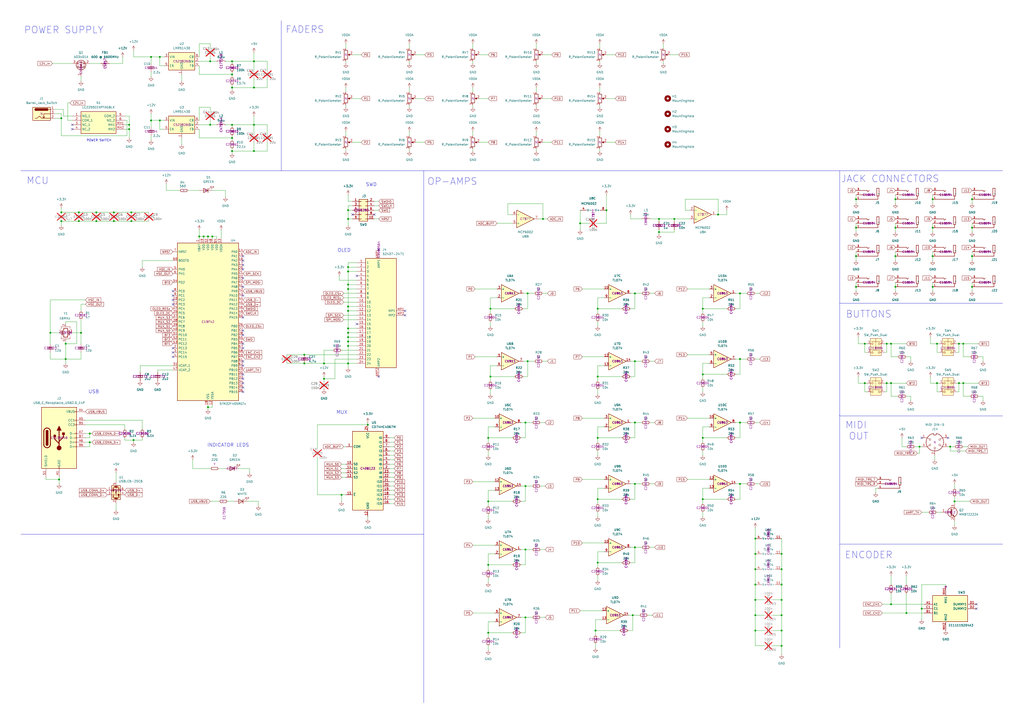
<source format=kicad_sch>
(kicad_sch (version 20250114) (generator "eeschema") (generator_version "9.0")
  (paper "A2")
  (title_block (title "Faderbay Schematic") (date "2025-03-22") (rev "0.1") (company "Marti Dominguez"))
  (text "BUTTONS" (at 503.936 182.372 0) (effects (font (size 4 4))))
  (text "MIDI \nOUT" (at 498.094 249.936 0) (effects (font (size 4 4))))
  (text "MCU" (at 21.844 104.902 0) (effects (font (size 4 4))))
  (text "USB\n" (at 54.356 227.33 0) (effects (font (size 2 2))))
  (text "MUX\n" (at 198.374 239.268 0) (effects (font (size 2 2))))
  (text "POWER SWITCH" (at 57.404 81.534 0) (effects (font (size 1.27 1.27))))
  (text "INDICATOR LEDS\n" (at 132.334 258.318 0) (effects (font (size 2 2))))
  (text "POWER SUPPLY\n" (at 37.084 17.526 0) (effects (font (size 4 4))))
  (text "SWD\n" (at 215.392 107.188 0) (effects (font (size 2 2))))
  (text "FADERS" (at 176.784 17.272 0) (effects (font (size 4 4))))
  (text "JACK CONNECTORS" (at 516.382 103.886 0) (effects (font (size 4 4))))
  (text "OLED" (at 199.644 145.288 0) (effects (font (size 2 2))))
  (text "ENCODER" (at 503.936 322.072 0) (effects (font (size 4 4))))
  (text "OP-AMPS" (at 262.382 105.41 0) (effects (font (size 4 4))))
  (junction (at 201.93 157.48))
  (junction (at 87.63 33.02))
  (junction (at 66.04 128.27))
  (junction (at 120.65 137.16))
  (junction (at 453.39 339.09))
  (junction (at 201.93 200.66))
  (junction (at 213.36 246.38))
  (junction (at 496.57 115.57))
  (junction (at 534.67 353.06))
  (junction (at 115.57 137.16))
  (junction (at 558.8 199.39))
  (junction (at 563.88 115.57))
  (junction (at 120.65 236.22))
  (junction (at 52.07 256.54))
  (junction (at 391.16 127))
  (junction (at 516.89 199.39))
  (junction (at 304.8 281.94))
  (junction (at 134.62 72.39))
  (junction (at 77.47 255.27))
  (junction (at 346.71 218.44))
  (junction (at 55.88 128.27))
  (junction (at 134.62 43.18))
  (junction (at 201.93 167.64))
  (junction (at 551.18 259.08))
  (junction (at 346.71 179.07))
  (junction (at 201.93 127))
  (junction (at 519.43 115.57))
  (junction (at 438.15 330.2))
  (junction (at 563.88 166.37))
  (junction (at 198.12 287.02))
  (junction (at 283.21 290.83))
  (junction (at 438.15 321.31))
  (junction (at 147.32 35.56))
  (junction (at 541.02 166.37))
  (junction (at 345.44 365.76))
  (junction (at 306.07 170.18))
  (junction (at 519.43 166.37))
  (junction (at 496.57 132.08))
  (junction (at 201.93 193.04))
  (junction (at 76.2 123.19))
  (junction (at 201.93 210.82))
  (junction (at 416.56 124.46))
  (junction (at 121.92 72.39))
  (junction (at 201.93 198.12))
  (junction (at 306.07 209.55))
  (junction (at 519.43 148.59))
  (junction (at 201.93 190.5))
  (junction (at 123.19 137.16))
  (junction (at 201.93 154.94))
  (junction (at 533.4 259.08))
  (junction (at 74.93 72.39))
  (junction (at 351.79 121.92))
  (junction (at 87.63 69.85))
  (junction (at 92.71 33.02))
  (junction (at 368.3 280.67))
  (junction (at 45.72 128.27))
  (junction (at 541.02 148.59))
  (junction (at 92.71 69.85))
  (junction (at 438.15 312.42))
  (junction (at 453.39 365.76))
  (junction (at 304.8 318.77))
  (junction (at 553.72 290.83))
  (junction (at 176.53 205.74))
  (junction (at 304.8 245.11))
  (junction (at 514.35 222.25))
  (junction (at 187.96 210.82))
  (junction (at 563.88 132.08))
  (junction (at 201.93 195.58))
  (junction (at 134.62 87.63))
  (junction (at 368.3 170.18))
  (junction (at 283.21 254))
  (junction (at 346.71 254))
  (junction (at 134.62 80.01))
  (junction (at 35.56 128.27))
  (junction (at 201.93 180.34))
  (junction (at 283.21 327.66))
  (junction (at 543.56 222.25))
  (junction (at 368.3 317.5))
  (junction (at 201.93 121.92))
  (junction (at 407.67 289.56))
  (junction (at 187.96 219.71))
  (junction (at 66.04 123.19))
  (junction (at 38.1 208.28))
  (junction (at 501.65 222.25))
  (junction (at 429.26 280.67))
  (junction (at 121.92 35.56))
  (junction (at 453.39 356.87))
  (junction (at 147.32 72.39))
  (junction (at 563.88 148.59))
  (junction (at 519.43 132.08))
  (junction (at 429.26 170.18))
  (junction (at 147.32 87.63))
  (junction (at 368.3 209.55))
  (junction (at 429.26 208.28))
  (junction (at 438.15 356.87))
  (junction (at 55.88 123.19))
  (junction (at 382.27 127))
  (junction (at 453.39 330.2))
  (junction (at 429.26 245.11))
  (junction (at 438.15 339.09))
  (junction (at 541.02 132.08))
  (junction (at 34.29 278.13))
  (junction (at 501.65 199.39))
  (junction (at 407.67 179.07))
  (junction (at 346.71 326.39))
  (junction (at 45.72 123.19))
  (junction (at 453.39 347.98))
  (junction (at 314.96 127))
  (junction (at 407.67 254))
  (junction (at 284.48 218.44))
  (junction (at 201.93 165.1))
  (junction (at 118.11 137.16))
  (junction (at 52.07 251.46))
  (junction (at 382.27 134.62))
  (junction (at 76.2 128.27))
  (junction (at 134.62 35.56))
  (junction (at 304.8 358.14))
  (junction (at 514.35 199.39))
  (junction (at 176.53 210.82))
  (junction (at 407.67 217.17))
  (junction (at 556.26 222.25))
  (junction (at 438.15 347.98))
  (junction (at 346.71 289.56))
  (junction (at 283.21 367.03))
  (junction (at 453.39 374.65))
  (junction (at 496.57 148.59))
  (junction (at 525.78 355.6))
  (junction (at 147.32 50.8))
  (junction (at 35.56 68.58))
  (junction (at 35.56 123.19))
  (junction (at 558.8 222.25))
  (junction (at 516.89 222.25))
  (junction (at 438.15 365.76))
  (junction (at 516.89 350.52))
  (junction (at 134.62 50.8))
  (junction (at 74.93 74.93))
  (junction (at 543.56 199.39))
  (junction (at 496.57 166.37))
  (junction (at 336.55 129.54))
  (junction (at 46.99 193.04))
  (junction (at 284.48 179.07))
  (junction (at 541.02 115.57))
  (junction (at 38.1 199.39))
  (junction (at 29.21 193.04))
  (junction (at 556.26 199.39))
  (junction (at 201.93 177.8))
  (junction (at 453.39 321.31))
  (junction (at 368.3 245.11))
  (junction (at 367.03 356.87))
  (no_connect (at 140.97 191.77))
  (no_connect (at 140.97 201.93))
  (no_connect (at 100.33 173.99))
  (no_connect (at 100.33 207.01))
  (no_connect (at 234.95 182.88))
  (no_connect (at 140.97 194.31))
  (no_connect (at 41.91 74.93))
  (no_connect (at 140.97 161.29))
  (no_connect (at 534.67 254))
  (no_connect (at 566.42 350.52))
  (no_connect (at 140.97 224.79))
  (no_connect (at 140.97 153.67))
  (no_connect (at 100.33 204.47))
  (no_connect (at 41.91 72.39))
  (no_connect (at 234.95 180.34))
  (no_connect (at 100.33 176.53))
  (no_connect (at 140.97 219.71))
  (no_connect (at 140.97 171.45))
  (no_connect (at 219.71 144.78))
  (no_connect (at 140.97 184.15))
  (no_connect (at 217.17 124.46))
  (no_connect (at 140.97 217.17))
  (no_connect (at 100.33 168.91))
  (no_connect (at 566.42 353.06))
  (no_connect (at 140.97 209.55))
  (no_connect (at 140.97 148.59))
  (no_connect (at 207.01 160.02))
  (no_connect (at 100.33 201.93))
  (no_connect (at 204.47 124.46))
  (no_connect (at 140.97 199.39))
  (no_connect (at 140.97 212.09))
  (no_connect (at 219.71 218.44))
  (no_connect (at 140.97 166.37))
  (no_connect (at 140.97 222.25))
  (no_connect (at 100.33 171.45))
  (no_connect (at 140.97 156.21))
  (no_connect (at 140.97 227.33))
  (no_connect (at 207.01 187.96))
  (no_connect (at 140.97 151.13))
  (no_connect (at 549.91 254))
  (wire (pts (xy 553.72 290.83) (xy 562.61 290.83)))
  (wire (pts (xy 306.07 170.18) (xy 309.88 170.18)))
  (wire (pts (xy 217.17 119.38) (xy 219.71 119.38)))
  (wire (pts (xy 34.29 278.13) (xy 34.29 280.67)))
  (wire (pts (xy 304.8 318.77) (xy 308.61 318.77)))
  (wire (pts (xy 283.21 254) (xy 283.21 256.54)))
  (wire (pts (xy 516.89 199.39) (xy 516.89 207.01)))
  (wire (pts (xy 283.21 335.28) (xy 283.21 337.82)))
  (wire (pts (xy 200.66 86.36) (xy 200.66 87.63)))
  (wire (pts (xy 558.8 229.87) (xy 562.61 229.87)))
  (wire (pts (xy 26.67 276.86) (xy 26.67 278.13)))
  (wire (pts (xy 278.13 82.55) (xy 283.21 82.55)))
  (wire (pts (xy 516.89 207.01) (xy 520.7 207.01)))
  (wire (pts (xy 541.02 146.05) (xy 541.02 148.59)))
  (wire (pts (xy 514.35 227.33) (xy 514.35 222.25)))
  (wire (pts (xy 558.8 222.25) (xy 558.8 229.87)))
  (wire (pts (xy 200.66 50.8) (xy 200.66 53.34)))
  (wire (pts (xy 120.65 137.16) (xy 118.11 137.16)))
  (wire (pts (xy 549.91 259.08) (xy 551.18 259.08)))
  (wire (pts (xy 368.3 245.11) (xy 372.11 245.11)))
  (wire (pts (xy 201.93 198.12) (xy 201.93 200.66)))
  (wire (pts (xy 111.76 266.7) (xy 111.76 271.78)))
  (wire (pts (xy 96.52 110.49) (xy 104.14 110.49)))
  (wire (pts (xy 543.56 227.33) (xy 543.56 222.25)))
  (wire (pts (xy 429.26 254) (xy 429.26 245.11)))
  (wire (pts (xy 365.76 209.55) (xy 368.3 209.55)))
  (wire (pts (xy 284.48 226.06) (xy 284.48 228.6)))
  (wire (pts (xy 438.15 170.18) (xy 440.69 170.18)))
  (wire (pts (xy 237.49 50.8) (xy 237.49 53.34)))
  (wire (pts (xy 39.37 69.85) (xy 41.91 69.85)))
  (wire (pts (xy 539.75 222.25) (xy 543.56 222.25)))
  (wire (pts (xy 38.1 208.28) (xy 38.1 210.82)))
  (wire (pts (xy 184.15 287.02) (xy 198.12 287.02)))
  (wire (pts (xy 52.07 259.08) (xy 52.07 256.54)))
  (wire (pts (xy 345.44 365.76) (xy 345.44 359.41)))
  (wire (pts (xy 365.76 254) (xy 368.3 254)))
  (wire (pts (xy 81.28 212.09) (xy 81.28 215.9)))
  (wire (pts (xy 105.41 43.18) (xy 105.41 46.99)))
  (wire (pts (xy 345.44 373.38) (xy 345.44 375.92)))
  (wire (pts (xy 201.93 152.4) (xy 201.93 154.94)))
  (wire (pts (xy 384.81 35.56) (xy 384.81 36.83)))
  (wire (pts (xy 35.56 128.27) (xy 35.56 130.81)))
  (wire (pts (xy 567.69 222.25) (xy 558.8 222.25)))
  (wire (pts (xy 226.06 261.62) (xy 228.6 261.62)))
  (wire (pts (xy 426.72 280.67) (xy 429.26 280.67)))
  (wire (pts (xy 72.39 255.27) (xy 77.47 255.27)))
  (wire (pts (xy 346.71 283.21) (xy 350.52 283.21)))
  (wire (pts (xy 128.27 133.35) (xy 128.27 138.43)))
  (wire (pts (xy 52.07 36.83) (xy 58.42 36.83)))
  (wire (pts (xy 303.53 218.44) (xy 306.07 218.44)))
  (wire (pts (xy 226.06 292.1) (xy 228.6 292.1)))
  (wire (pts (xy 199.39 259.08) (xy 200.66 259.08)))
  (wire (pts (xy 497.84 222.25) (xy 501.65 222.25)))
  (wire (pts (xy 283.21 298.45) (xy 283.21 300.99)))
  (wire (pts (xy 193.04 203.2) (xy 187.96 203.2)))
  (wire (pts (xy 429.26 217.17) (xy 429.26 208.28)))
  (wire (pts (xy 438.15 306.07) (xy 438.15 312.42)))
  (wire (pts (xy 284.48 172.72) (xy 288.29 172.72)))
  (wire (pts (xy 201.93 116.84) (xy 201.93 113.03)))
  (wire (pts (xy 426.72 254) (xy 429.26 254)))
  (wire (pts (xy 346.71 186.69) (xy 346.71 189.23)))
  (wire (pts (xy 426.72 208.28) (xy 429.26 208.28)))
  (wire (pts (xy 314.96 209.55) (xy 317.5 209.55)))
  (wire (pts (xy 337.82 242.57) (xy 350.52 242.57)))
  (wire (pts (xy 284.48 212.09) (xy 288.29 212.09)))
  (wire (pts (xy 351.79 57.15) (xy 356.87 57.15)))
  (wire (pts (xy 154.94 82.55) (xy 154.94 87.63)))
  (wire (pts (xy 453.39 356.87) (xy 453.39 347.98)))
  (wire (pts (xy 204.47 119.38) (xy 201.93 119.38)))
  (wire (pts (xy 496.57 166.37) (xy 496.57 168.91)))
  (wire (pts (xy 76.2 123.19) (xy 86.36 123.19)))
  (wire (pts (xy 100.33 151.13) (xy 82.55 151.13)))
  (wire (pts (xy 407.67 297.18) (xy 407.67 299.72)))
  (wire (pts (xy 453.39 365.76) (xy 453.39 356.87)))
  (wire (pts (xy 368.3 218.44) (xy 368.3 209.55)))
  (wire (pts (xy 288.29 129.54) (xy 297.18 129.54)))
  (wire (pts (xy 201.93 200.66) (xy 201.93 210.82)))
  (wire (pts (xy 95.25 38.1) (xy 92.71 38.1)))
  (wire (pts (xy 71.12 36.83) (xy 71.12 33.02)))
  (wire (pts (xy 274.32 242.57) (xy 287.02 242.57)))
  (wire (pts (xy 237.49 25.4) (xy 237.49 27.94)))
  (wire (pts (xy 294.64 118.11) (xy 314.96 118.11)))
  (wire (pts (xy 543.56 222.25) (xy 544.83 222.25)))
  (wire (pts (xy 426.72 170.18) (xy 429.26 170.18)))
  (wire (pts (xy 36.83 67.31) (xy 36.83 63.5)))
  (wire (pts (xy 563.88 148.59) (xy 563.88 151.13)))
  (wire (pts (xy 154.94 87.63) (xy 147.32 87.63)))
  (wire (pts (xy 187.96 210.82) (xy 201.93 210.82)))
  (wire (pts (xy 130.81 35.56) (xy 134.62 35.56)))
  (wire (pts (xy 46.99 44.45) (xy 46.99 46.99)))
  (wire (pts (xy 368.3 254) (xy 368.3 245.11)))
  (wire (pts (xy 201.93 180.34) (xy 201.93 190.5)))
  (wire (pts (xy 115.57 25.4) (xy 115.57 33.02)))
  (wire (pts (xy 314.96 31.75) (xy 320.04 31.75)))
  (wire (pts (xy 207.01 152.4) (xy 201.93 152.4)))
  (wire (pts (xy 346.71 129.54) (xy 351.79 129.54)))
  (wire (pts (xy 149.86 293.37) (xy 149.86 290.83)))
  (wire (pts (xy 134.62 78.74) (xy 134.62 80.01)))
  (wire (pts (xy 314.96 57.15) (xy 320.04 57.15)))
  (wire (pts (xy 283.21 367.03) (xy 297.18 367.03)))
  (wire (pts (xy 82.55 151.13) (xy 82.55 154.94)))
  (wire (pts (xy 346.71 247.65) (xy 350.52 247.65)))
  (wire (pts (xy 453.39 330.2) (xy 453.39 321.31)))
  (wire (pts (xy 567.69 207.01) (xy 570.23 207.01)))
  (wire (pts (xy 115.57 38.1) (xy 115.57 43.18)))
  (wire (pts (xy 121.92 35.56) (xy 125.73 35.56)))
  (wire (pts (xy 311.15 50.8) (xy 311.15 53.34)))
  (wire (pts (xy 147.32 40.64) (xy 147.32 35.56)))
  (wire (pts (xy 365.76 289.56) (xy 368.3 289.56)))
  (wire (pts (xy 53.34 256.54) (xy 52.07 256.54)))
  (wire (pts (xy 304.8 290.83) (xy 304.8 281.94)))
  (wire (pts (xy 346.71 218.44) (xy 346.71 220.98)))
  (wire (pts (xy 154.94 50.8) (xy 147.32 50.8)))
  (wire (pts (xy 76.2 128.27) (xy 86.36 128.27)))
  (wire (pts (xy 543.56 297.18) (xy 546.1 297.18)))
  (wire (pts (xy 365.76 317.5) (xy 368.3 317.5)))
  (wire (pts (xy 345.44 365.76) (xy 345.44 368.3)))
  (wire (pts (xy 201.93 119.38) (xy 201.93 121.92)))
  (wire (pts (xy 337.82 167.64) (xy 350.52 167.64)))
  (wire (pts (xy 368.3 289.56) (xy 368.3 280.67)))
  (wire (pts (xy 49.53 173.99) (xy 29.21 173.99)))
  (wire (pts (xy 303.53 179.07) (xy 306.07 179.07)))
  (wire (pts (xy 438.15 347.98) (xy 443.23 347.98)))
  (wire (pts (xy 31.75 68.58) (xy 35.56 68.58)))
  (wire (pts (xy 365.76 245.11) (xy 368.3 245.11)))
  (wire (pts (xy 115.57 133.35) (xy 115.57 137.16)))
  (wire (pts (xy 438.15 330.2) (xy 438.15 339.09)))
  (wire (pts (xy 134.62 50.8) (xy 134.62 52.07)))
  (wire (pts (xy 560.07 261.62) (xy 551.18 261.62)))
  (wire (pts (xy 284.48 218.44) (xy 284.48 212.09)))
  (wire (pts (xy 201.93 157.48) (xy 201.93 165.1)))
  (wire (pts (xy 304.8 327.66) (xy 304.8 318.77)))
  (wire (pts (xy 67.31 274.32) (xy 67.31 279.4)))
  (wire (pts (xy 226.06 274.32) (xy 228.6 274.32)))
  (wire (pts (xy 237.49 60.96) (xy 237.49 62.23)))
  (wire (pts (xy 448.31 365.76) (xy 453.39 365.76)))
  (wire (pts (xy 365.76 218.44) (xy 368.3 218.44)))
  (wire (pts (xy 553.72 280.67) (xy 553.72 283.21)))
  (wire (pts (xy 77.47 255.27) (xy 77.47 256.54)))
  (wire (pts (xy 351.79 129.54) (xy 351.79 121.92)))
  (wire (pts (xy 72.39 72.39) (xy 74.93 72.39)))
  (wire (pts (xy 501.65 199.39) (xy 502.92 199.39)))
  (wire (pts (xy 204.47 116.84) (xy 201.93 116.84)))
  (wire (pts (xy 100.33 212.09) (xy 81.28 212.09)))
  (wire (pts (xy 105.41 80.01) (xy 105.41 83.82)))
  (wire (pts (xy 398.78 278.13) (xy 411.48 278.13)))
  (wire (pts (xy 306.07 209.55) (xy 309.88 209.55)))
  (wire (pts (xy 74.93 72.39) (xy 74.93 74.93)))
  (wire (pts (xy 368.3 179.07) (xy 368.3 170.18)))
  (wire (pts (xy 196.85 160.02) (xy 196.85 162.56)))
  (wire (pts (xy 284.48 179.07) (xy 298.45 179.07)))
  (wire (pts (xy 115.57 43.18) (xy 134.62 43.18)))
  (wire (pts (xy 438.15 365.76) (xy 438.15 356.87)))
  (wire (pts (xy 346.71 297.18) (xy 346.71 299.72)))
  (wire (pts (xy 121.92 72.39) (xy 125.73 72.39)))
  (wire (pts (xy 397.51 115.57) (xy 416.56 115.57)))
  (wire (pts (xy 226.06 266.7) (xy 228.6 266.7)))
  (wire (pts (xy 336.55 129.54) (xy 336.55 133.35)))
  (wire (pts (xy 201.93 167.64) (xy 201.93 177.8)))
  (wire (pts (xy 38.1 186.69) (xy 44.45 186.69)))
  (wire (pts (xy 429.26 208.28) (xy 433.07 208.28)))
  (wire (pts (xy 382.27 127) (xy 377.19 127)))
  (wire (pts (xy 77.47 33.02) (xy 87.63 33.02)))
  (wire (pts (xy 38.1 208.28) (xy 46.99 208.28)))
  (wire (pts (xy 147.32 82.55) (xy 147.32 87.63)))
  (wire (pts (xy 533.4 259.08) (xy 534.67 259.08)))
  (wire (pts (xy 283.21 254) (xy 283.21 247.65)))
  (wire (pts (xy 368.3 317.5) (xy 372.11 317.5)))
  (wire (pts (xy 384.81 25.4) (xy 384.81 27.94)))
  (wire (pts (xy 539.75 218.44) (xy 539.75 222.25)))
  (wire (pts (xy 118.11 138.43) (xy 118.11 137.16)))
  (wire (pts (xy 304.8 254) (xy 304.8 245.11)))
  (wire (pts (xy 201.93 193.04) (xy 201.93 195.58)))
  (wire (pts (xy 556.26 222.25) (xy 558.8 222.25)))
  (wire (pts (xy 194.31 208.28) (xy 194.31 219.71)))
  (wire (pts (xy 121.92 290.83) (xy 127 290.83)))
  (wire (pts (xy 368.3 326.39) (xy 368.3 317.5)))
  (wire (pts (xy 544.83 227.33) (xy 543.56 227.33)))
  (wire (pts (xy 438.15 374.65) (xy 438.15 365.76)))
  (wire (pts (xy 508 285.75) (xy 508 283.21)))
  (wire (pts (xy 368.3 280.67) (xy 372.11 280.67)))
  (wire (pts (xy 82.55 255.27) (xy 77.47 255.27)))
  (wire (pts (xy 294.64 124.46) (xy 294.64 118.11)))
  (wire (pts (xy 407.67 254) (xy 407.67 256.54)))
  (wire (pts (xy 201.93 195.58) (xy 201.93 198.12)))
  (wire (pts (xy 346.71 212.09) (xy 350.52 212.09)))
  (wire (pts (xy 283.21 261.62) (xy 283.21 264.16)))
  (wire (pts (xy 563.88 129.54) (xy 563.88 132.08)))
  (polyline (pts (xy 163.195 99.06) (xy 163.195 12.065)))
  (wire (pts (xy 388.62 31.75) (xy 393.7 31.75)))
  (wire (pts (xy 426.72 217.17) (xy 429.26 217.17)))
  (wire (pts (xy 407.67 289.56) (xy 407.67 283.21)))
  (wire (pts (xy 200.66 60.96) (xy 200.66 62.23)))
  (wire (pts (xy 368.3 209.55) (xy 372.11 209.55)))
  (wire (pts (xy 237.49 76.2) (xy 237.49 78.74)))
  (wire (pts (xy 241.3 57.15) (xy 246.38 57.15)))
  (wire (pts (xy 563.88 166.37) (xy 563.88 168.91)))
  (wire (pts (xy 336.55 354.33) (xy 349.25 354.33)))
  (wire (pts (xy 397.51 121.92) (xy 397.51 115.57)))
  (wire (pts (xy 364.49 356.87) (xy 367.03 356.87)))
  (wire (pts (xy 87.63 41.91) (xy 87.63 44.45)))
  (wire (pts (xy 502.92 227.33) (xy 501.65 227.33)))
  (wire (pts (xy 176.53 210.82) (xy 187.96 210.82)))
  (wire (pts (xy 448.31 356.87) (xy 453.39 356.87)))
  (wire (pts (xy 111.76 271.78) (xy 121.92 271.78)))
  (wire (pts (xy 532.13 262.89) (xy 533.4 262.89)))
  (wire (pts (xy 514.35 199.39) (xy 514.35 204.47)))
  (wire (pts (xy 274.32 355.6) (xy 287.02 355.6)))
  (wire (pts (xy 237.49 86.36) (xy 237.49 87.63)))
  (wire (pts (xy 121.92 69.85) (xy 121.92 72.39)))
  (wire (pts (xy 200.66 76.2) (xy 200.66 78.74)))
  (wire (pts (xy 516.89 199.39) (xy 525.78 199.39)))
  (polyline (pts (xy 487.045 375.92) (xy 487.045 240.665)))
  (wire (pts (xy 438.15 208.28) (xy 440.69 208.28)))
  (polyline (pts (xy 487.045 175.895) (xy 487.045 241.3)))
  (wire (pts (xy 391.16 127) (xy 400.05 127)))
  (wire (pts (xy 95.25 74.93) (xy 92.71 74.93)))
  (wire (pts (xy 347.98 35.56) (xy 347.98 36.83)))
  (wire (pts (xy 407.67 186.69) (xy 407.67 189.23)))
  (wire (pts (xy 120.65 138.43) (xy 120.65 137.16)))
  (wire (pts (xy 346.71 320.04) (xy 350.52 320.04)))
  (wire (pts (xy 311.15 60.96) (xy 311.15 62.23)))
  (wire (pts (xy 35.56 78.74) (xy 73.66 78.74)))
  (wire (pts (xy 118.11 137.16) (xy 115.57 137.16)))
  (wire (pts (xy 519.43 148.59) (xy 519.43 151.13)))
  (wire (pts (xy 391.16 133.35) (xy 391.16 134.62)))
  (wire (pts (xy 542.29 264.16) (xy 542.29 266.7)))
  (wire (pts (xy 201.93 200.66) (xy 207.01 200.66)))
  (wire (pts (xy 346.71 254) (xy 360.68 254)))
  (wire (pts (xy 346.71 179.07) (xy 346.71 181.61)))
  (wire (pts (xy 302.26 245.11) (xy 304.8 245.11)))
  (wire (pts (xy 438.15 365.76) (xy 443.23 365.76)))
  (wire (pts (xy 391.16 127) (xy 382.27 127)))
  (wire (pts (xy 302.26 254) (xy 304.8 254)))
  (wire (pts (xy 226.06 284.48) (xy 228.6 284.48)))
  (wire (pts (xy 347.98 50.8) (xy 347.98 53.34)))
  (wire (pts (xy 41.91 67.31) (xy 36.83 67.31)))
  (wire (pts (xy 563.88 113.03) (xy 563.88 115.57)))
  (wire (pts (xy 284.48 179.07) (xy 284.48 181.61)))
  (wire (pts (xy 134.62 35.56) (xy 134.62 36.83)))
  (wire (pts (xy 201.93 165.1) (xy 201.93 167.64)))
  (wire (pts (xy 453.39 321.31) (xy 453.39 312.42)))
  (wire (pts (xy 313.69 281.94) (xy 316.23 281.94)))
  (wire (pts (xy 400.05 121.92) (xy 397.51 121.92)))
  (wire (pts (xy 226.06 259.08) (xy 228.6 259.08)))
  (wire (pts (xy 533.4 262.89) (xy 533.4 259.08)))
  (wire (pts (xy 541.02 115.57) (xy 541.02 118.11)))
  (wire (pts (xy 563.88 146.05) (xy 563.88 148.59)))
  (wire (pts (xy 49.53 259.08) (xy 52.07 259.08)))
  (wire (pts (xy 516.89 229.87) (xy 520.7 229.87)))
  (wire (pts (xy 558.8 259.08) (xy 561.34 259.08)))
  (wire (pts (xy 198.12 274.32) (xy 200.66 274.32)))
  (wire (pts (xy 123.19 137.16) (xy 120.65 137.16)))
  (wire (pts (xy 551.18 259.08) (xy 553.72 259.08)))
  (wire (pts (xy 303.53 170.18) (xy 306.07 170.18)))
  (wire (pts (xy 77.47 29.21) (xy 77.47 33.02)))
  (wire (pts (xy 426.72 245.11) (xy 429.26 245.11)))
  (wire (pts (xy 130.81 110.49) (xy 130.81 114.3)))
  (wire (pts (xy 92.71 33.02) (xy 95.25 33.02)))
  (wire (pts (xy 303.53 209.55) (xy 306.07 209.55)))
  (wire (pts (xy 39.37 69.85) (xy 39.37 59.69)))
  (wire (pts (xy 274.32 86.36) (xy 274.32 87.63)))
  (wire (pts (xy 283.21 367.03) (xy 283.21 360.68)))
  (wire (pts (xy 528.32 207.01) (xy 528.32 209.55)))
  (wire (pts (xy 407.67 254) (xy 407.67 247.65)))
  (wire (pts (xy 453.39 374.65) (xy 453.39 379.73)))
  (wire (pts (xy 511.81 355.6) (xy 525.78 355.6)))
  (wire (pts (xy 87.63 66.04) (xy 87.63 69.85)))
  (wire (pts (xy 304.8 358.14) (xy 308.61 358.14)))
  (wire (pts (xy 149.86 290.83) (xy 143.51 290.83)))
  (wire (pts (xy 523.24 259.08) (xy 523.24 254)))
  (wire (pts (xy 541.02 129.54) (xy 541.02 132.08)))
  (wire (pts (xy 213.36 245.11) (xy 213.36 246.38)))
  (wire (pts (xy 347.98 60.96) (xy 347.98 62.23)))
  (wire (pts (xy 96.52 106.68) (xy 96.52 110.49)))
  (wire (pts (xy 438.15 312.42) (xy 438.15 321.31)))
  (wire (pts (xy 525.78 355.6) (xy 535.94 355.6)))
  (wire (pts (xy 52.07 254) (xy 52.07 251.46)))
  (wire (pts (xy 196.85 162.56) (xy 207.01 162.56)))
  (wire (pts (xy 201.93 154.94) (xy 201.93 157.48)))
  (wire (pts (xy 55.88 123.19) (xy 66.04 123.19)))
  (wire (pts (xy 553.72 302.26) (xy 553.72 304.8)))
  (wire (pts (xy 438.15 245.11) (xy 440.69 245.11)))
  (wire (pts (xy 115.57 35.56) (xy 121.92 35.56)))
  (wire (pts (xy 120.65 234.95) (xy 120.65 236.22)))
  (wire (pts (xy 311.15 86.36) (xy 311.15 87.63)))
  (wire (pts (xy 346.71 254) (xy 346.71 256.54)))
  (wire (pts (xy 198.12 276.86) (xy 200.66 276.86)))
  (wire (pts (xy 201.93 154.94) (xy 207.01 154.94)))
  (wire (pts (xy 530.86 259.08) (xy 533.4 259.08)))
  (wire (pts (xy 351.79 113.03) (xy 351.79 121.92)))
  (wire (pts (xy 74.93 74.93) (xy 74.93 80.01)))
  (wire (pts (xy 134.62 86.36) (xy 134.62 87.63)))
  (wire (pts (xy 346.71 289.56) (xy 346.71 283.21)))
  (wire (pts (xy 346.71 226.06) (xy 346.71 228.6)))
  (wire (pts (xy 314.96 118.11) (xy 314.96 127)))
  (wire (pts (xy 314.96 127) (xy 317.5 127)))
  (wire (pts (xy 184.15 265.43) (xy 184.15 287.02)))
  (wire (pts (xy 29.21 199.39) (xy 29.21 193.04)))
  (wire (pts (xy 198.12 287.02) (xy 200.66 287.02)))
  (wire (pts (xy 539.75 199.39) (xy 543.56 199.39)))
  (wire (pts (xy 543.56 199.39) (xy 544.83 199.39)))
  (wire (pts (xy 213.36 299.72) (xy 213.36 300.99)))
  (wire (pts (xy 154.94 45.72) (xy 154.94 50.8)))
  (wire (pts (xy 226.06 256.54) (xy 228.6 256.54)))
  (wire (pts (xy 438.15 356.87) (xy 438.15 347.98)))
  (wire (pts (xy 556.26 227.33) (xy 556.26 222.25)))
  (wire (pts (xy 438.15 321.31) (xy 438.15 330.2)))
  (wire (pts (xy 204.47 121.92) (xy 201.93 121.92)))
  (wire (pts (xy 398.78 205.74) (xy 411.48 205.74)))
  (wire (pts (xy 187.96 203.2) (xy 187.96 210.82)))
  (wire (pts (xy 198.12 290.83) (xy 198.12 287.02)))
  (wire (pts (xy 311.15 76.2) (xy 311.15 78.74)))
  (wire (pts (xy 556.26 199.39) (xy 558.8 199.39)))
  (wire (pts (xy 429.26 245.11) (xy 433.07 245.11)))
  (wire (pts (xy 198.12 271.78) (xy 200.66 271.78)))
  (wire (pts (xy 134.62 35.56) (xy 147.32 35.56)))
  (wire (pts (xy 283.21 247.65) (xy 287.02 247.65)))
  (wire (pts (xy 49.53 176.53) (xy 46.99 176.53)))
  (wire (pts (xy 306.07 218.44) (xy 306.07 209.55)))
  (polyline (pts (xy 12.065 99.06) (xy 163.195 99.06)))
  (wire (pts (xy 198.12 203.2) (xy 207.01 203.2)))
  (wire (pts (xy 91.44 214.63) (xy 91.44 215.9)))
  (wire (pts (xy 283.21 321.31) (xy 287.02 321.31)))
  (wire (pts (xy 519.43 146.05) (xy 519.43 148.59)))
  (wire (pts (xy 274.32 76.2) (xy 274.32 78.74)))
  (wire (pts (xy 407.67 289.56) (xy 421.64 289.56)))
  (wire (pts (xy 525.78 229.87) (xy 528.32 229.87)))
  (wire (pts (xy 237.49 35.56) (xy 237.49 36.83)))
  (wire (pts (xy 548.64 339.09) (xy 534.67 339.09)))
  (wire (pts (xy 134.62 49.53) (xy 134.62 50.8)))
  (wire (pts (xy 541.02 148.59) (xy 541.02 151.13)))
  (wire (pts (xy 92.71 74.93) (xy 92.71 69.85)))
  (wire (pts (xy 166.37 210.82) (xy 176.53 210.82)))
  (wire (pts (xy 365.76 127) (xy 372.11 127)))
  (wire (pts (xy 284.48 218.44) (xy 284.48 220.98)))
  (wire (pts (xy 187.96 218.44) (xy 187.96 219.71)))
  (wire (pts (xy 67.31 292.1) (xy 67.31 295.91)))
  (wire (pts (xy 45.72 123.19) (xy 55.88 123.19)))
  (wire (pts (xy 525.78 207.01) (xy 528.32 207.01)))
  (polyline (pts (xy 487.045 175.895) (xy 581.66 175.895)))
  (wire (pts (xy 351.79 31.75) (xy 356.87 31.75)))
  (wire (pts (xy 201.93 127) (xy 201.93 130.81)))
  (wire (pts (xy 525.78 344.17) (xy 525.78 355.6)))
  (wire (pts (xy 46.99 199.39) (xy 46.99 193.04)))
  (wire (pts (xy 407.67 289.56) (xy 407.67 292.1)))
  (wire (pts (xy 87.63 33.02) (xy 92.71 33.02)))
  (wire (pts (xy 551.18 261.62) (xy 551.18 259.08)))
  (wire (pts (xy 226.06 269.24) (xy 228.6 269.24)))
  (wire (pts (xy 346.71 172.72) (xy 350.52 172.72)))
  (wire (pts (xy 275.59 207.01) (xy 288.29 207.01)))
  (wire (pts (xy 365.76 179.07) (xy 368.3 179.07)))
  (wire (pts (xy 570.23 229.87) (xy 570.23 232.41)))
  (wire (pts (xy 553.72 288.29) (xy 553.72 290.83)))
  (wire (pts (xy 365.76 280.67) (xy 368.3 280.67)))
  (wire (pts (xy 134.62 50.8) (xy 147.32 50.8)))
  (wire (pts (xy 121.92 33.02) (xy 121.92 35.56)))
  (wire (pts (xy 200.66 35.56) (xy 200.66 36.83)))
  (wire (pts (xy 147.32 67.31) (xy 147.32 72.39)))
  (wire (pts (xy 134.62 72.39) (xy 147.32 72.39)))
  (wire (pts (xy 391.16 128.27) (xy 391.16 127)))
  (wire (pts (xy 115.57 62.23) (xy 115.57 69.85)))
  (wire (pts (xy 127 271.78) (xy 130.81 271.78)))
  (wire (pts (xy 82.55 254) (xy 82.55 255.27)))
  (wire (pts (xy 534.67 353.06) (xy 534.67 359.41)))
  (wire (pts (xy 556.26 199.39) (xy 554.99 199.39)))
  (wire (pts (xy 558.8 199.39) (xy 558.8 207.01)))
  (wire (pts (xy 407.67 210.82) (xy 411.48 210.82)))
  (wire (pts (xy 274.32 316.23) (xy 287.02 316.23)))
  (wire (pts (xy 115.57 25.4) (xy 121.92 25.4)))
  (polyline (pts (xy 245.745 309.88) (xy 245.745 407.67)))
  (wire (pts (xy 297.18 124.46) (xy 294.64 124.46)))
  (wire (pts (xy 567.69 229.87) (xy 570.23 229.87)))
  (wire (pts (xy 365.76 326.39) (xy 368.3 326.39)))
  (wire (pts (xy 346.71 334.01) (xy 346.71 336.55)))
  (wire (pts (xy 134.62 43.18) (xy 134.62 44.45)))
  (wire (pts (xy 121.92 25.4) (xy 121.92 27.94)))
  (wire (pts (xy 513.08 227.33) (xy 514.35 227.33)))
  (wire (pts (xy 154.94 40.64) (xy 154.94 35.56)))
  (wire (pts (xy 87.63 69.85) (xy 92.71 69.85)))
  (wire (pts (xy 375.92 356.87) (xy 378.46 356.87)))
  (wire (pts (xy 201.93 198.12) (xy 207.01 198.12)))
  (wire (pts (xy 407.67 217.17) (xy 407.67 210.82)))
  (wire (pts (xy 204.47 31.75) (xy 209.55 31.75)))
  (wire (pts (xy 398.78 242.57) (xy 411.48 242.57)))
  (wire (pts (xy 497.84 218.44) (xy 497.84 222.25)))
  (wire (pts (xy 534.67 297.18) (xy 538.48 297.18)))
  (wire (pts (xy 154.94 77.47) (xy 154.94 72.39)))
  (wire (pts (xy 134.62 80.01) (xy 134.62 81.28)))
  (wire (pts (xy 87.63 69.85) (xy 87.63 73.66)))
  (wire (pts (xy 341.63 129.54) (xy 336.55 129.54)))
  (wire (pts (xy 283.21 290.83) (xy 297.18 290.83)))
  (wire (pts (xy 407.67 254) (xy 421.64 254)))
  (wire (pts (xy 207.01 210.82) (xy 201.93 210.82)))
  (wire (pts (xy 302.26 327.66) (xy 304.8 327.66)))
  (wire (pts (xy 115.57 80.01) (xy 134.62 80.01)))
  (wire (pts (xy 519.43 113.03) (xy 519.43 115.57)))
  (wire (pts (xy 46.99 185.42) (xy 46.99 193.04)))
  (wire (pts (xy 45.72 128.27) (xy 55.88 128.27)))
  (wire (pts (xy 144.78 274.32) (xy 144.78 271.78)))
  (wire (pts (xy 541.02 163.83) (xy 541.02 166.37)))
  (wire (pts (xy 556.26 222.25) (xy 554.99 222.25)))
  (wire (pts (xy 82.55 243.84) (xy 49.53 243.84)))
  (wire (pts (xy 29.21 173.99) (xy 29.21 193.04)))
  (wire (pts (xy 539.75 195.58) (xy 539.75 199.39)))
  (wire (pts (xy 201.93 177.8) (xy 207.01 177.8)))
  (wire (pts (xy 377.19 170.18) (xy 379.73 170.18)))
  (wire (pts (xy 313.69 358.14) (xy 316.23 358.14)))
  (wire (pts (xy 121.92 62.23) (xy 121.92 64.77)))
  (wire (pts (xy 501.65 204.47) (xy 501.65 199.39)))
  (wire (pts (xy 283.21 327.66) (xy 283.21 330.2)))
  (wire (pts (xy 438.15 347.98) (xy 438.15 339.09)))
  (wire (pts (xy 443.23 374.65) (xy 438.15 374.65)))
  (wire (pts (xy 204.47 82.55) (xy 209.55 82.55)))
  (wire (pts (xy 525.78 259.08) (xy 523.24 259.08)))
  (wire (pts (xy 438.15 356.87) (xy 443.23 356.87)))
  (wire (pts (xy 217.17 116.84) (xy 219.71 116.84)))
  (wire (pts (xy 274.32 25.4) (xy 274.32 27.94)))
  (wire (pts (xy 278.13 31.75) (xy 283.21 31.75)))
  (wire (pts (xy 226.06 287.02) (xy 228.6 287.02)))
  (wire (pts (xy 554.99 227.33) (xy 556.26 227.33)))
  (wire (pts (xy 304.8 281.94) (xy 308.61 281.94)))
  (wire (pts (xy 346.71 289.56) (xy 346.71 292.1)))
  (wire (pts (xy 283.21 290.83) (xy 283.21 293.37)))
  (wire (pts (xy 508 283.21) (xy 509.27 283.21)))
  (wire (pts (xy 226.06 289.56) (xy 228.6 289.56)))
  (wire (pts (xy 407.67 261.62) (xy 407.67 264.16)))
  (wire (pts (xy 563.88 132.08) (xy 563.88 134.62)))
  (wire (pts (xy 346.71 326.39) (xy 360.68 326.39)))
  (wire (pts (xy 377.19 209.55) (xy 379.73 209.55)))
  (wire (pts (xy 351.79 82.55) (xy 356.87 82.55)))
  (wire (pts (xy 154.94 72.39) (xy 147.32 72.39)))
  (wire (pts (xy 204.47 57.15) (xy 209.55 57.15)))
  (wire (pts (xy 570.23 207.01) (xy 570.23 209.55)))
  (wire (pts (xy 313.69 245.11) (xy 316.23 245.11)))
  (wire (pts (xy 347.98 76.2) (xy 347.98 78.74)))
  (wire (pts (xy 563.88 163.83) (xy 563.88 166.37)))
  (wire (pts (xy 38.1 187.96) (xy 38.1 186.69)))
  (wire (pts (xy 217.17 127) (xy 219.71 127)))
  (wire (pts (xy 200.66 25.4) (xy 200.66 27.94)))
  (wire (pts (xy 201.93 195.58) (xy 207.01 195.58)))
  (wire (pts (xy 226.06 254) (xy 228.6 254)))
  (wire (pts (xy 144.78 271.78) (xy 138.43 271.78)))
  (wire (pts (xy 306.07 179.07) (xy 306.07 170.18)))
  (polyline (pts (xy 487.045 241.3) (xy 581.66 241.3)))
  (wire (pts (xy 516.89 350.52) (xy 535.94 350.52)))
  (wire (pts (xy 302.26 367.03) (xy 304.8 367.03)))
  (wire (pts (xy 26.67 278.13) (xy 34.29 278.13)))
  (wire (pts (xy 407.67 172.72) (xy 411.48 172.72)))
  (wire (pts (xy 365.76 170.18) (xy 368.3 170.18)))
  (wire (pts (xy 35.56 128.27) (xy 45.72 128.27)))
  (wire (pts (xy 496.57 148.59) (xy 496.57 151.13)))
  (wire (pts (xy 563.88 115.57) (xy 563.88 118.11)))
  (wire (pts (xy 337.82 278.13) (xy 350.52 278.13)))
  (wire (pts (xy 49.53 254) (xy 52.07 254)))
  (wire (pts (xy 311.15 35.56) (xy 311.15 36.83)))
  (wire (pts (xy 283.21 374.65) (xy 283.21 377.19)))
  (wire (pts (xy 66.04 128.27) (xy 76.2 128.27)))
  (wire (pts (xy 502.92 204.47) (xy 501.65 204.47)))
  (wire (pts (xy 496.57 113.03) (xy 496.57 115.57)))
  (wire (pts (xy 199.39 172.72) (xy 207.01 172.72)))
  (wire (pts (xy 501.65 222.25) (xy 502.92 222.25)))
  (wire (pts (xy 201.93 157.48) (xy 207.01 157.48)))
  (wire (pts (xy 514.35 222.25) (xy 513.08 222.25)))
  (wire (pts (xy 407.67 247.65) (xy 411.48 247.65)))
  (wire (pts (xy 226.06 271.78) (xy 228.6 271.78)))
  (wire (pts (xy 134.62 87.63) (xy 134.62 88.9)))
  (wire (pts (xy 346.71 261.62) (xy 346.71 264.16)))
  (wire (pts (xy 109.22 110.49) (xy 115.57 110.49)))
  (wire (pts (xy 125.73 138.43) (xy 125.73 137.16)))
  (wire (pts (xy 314.96 82.55) (xy 320.04 82.55)))
  (wire (pts (xy 346.71 289.56) (xy 360.68 289.56)))
  (wire (pts (xy 134.62 41.91) (xy 134.62 43.18)))
  (wire (pts (xy 407.67 217.17) (xy 407.67 219.71)))
  (wire (pts (xy 421.64 121.92) (xy 421.64 124.46)))
  (wire (pts (xy 199.39 185.42) (xy 207.01 185.42)))
  (wire (pts (xy 53.34 251.46) (xy 52.07 251.46)))
  (wire (pts (xy 519.43 132.08) (xy 519.43 134.62)))
  (wire (pts (xy 501.65 227.33) (xy 501.65 222.25)))
  (wire (pts (xy 345.44 359.41) (xy 349.25 359.41)))
  (wire (pts (xy 368.3 170.18) (xy 372.11 170.18)))
  (wire (pts (xy 274.32 60.96) (xy 274.32 62.23)))
  (wire (pts (xy 52.07 256.54) (xy 49.53 256.54)))
  (wire (pts (xy 514.35 199.39) (xy 516.89 199.39)))
  (wire (pts (xy 302.26 318.77) (xy 304.8 318.77)))
  (wire (pts (xy 201.93 190.5) (xy 201.93 193.04)))
  (wire (pts (xy 176.53 205.74) (xy 207.01 205.74)))
  (wire (pts (xy 541.02 166.37) (xy 541.02 168.91)))
  (wire (pts (xy 516.89 344.17) (xy 516.89 350.52)))
  (wire (pts (xy 283.21 290.83) (xy 283.21 284.48)))
  (wire (pts (xy 347.98 25.4) (xy 347.98 27.94)))
  (wire (pts (xy 35.56 66.04) (xy 35.56 68.58)))
  (wire (pts (xy 514.35 222.25) (xy 516.89 222.25)))
  (polyline (pts (xy 245.745 99.06) (xy 581.66 99.06)))
  (wire (pts (xy 92.71 69.85) (xy 95.25 69.85)))
  (wire (pts (xy 115.57 137.16) (xy 115.57 138.43)))
  (wire (pts (xy 528.32 229.87) (xy 528.32 232.41)))
  (wire (pts (xy 38.1 198.12) (xy 38.1 199.39)))
  (wire (pts (xy 87.63 78.74) (xy 87.63 81.28)))
  (wire (pts (xy 34.29 276.86) (xy 34.29 278.13)))
  (wire (pts (xy 199.39 175.26) (xy 207.01 175.26)))
  (wire (pts (xy 201.93 165.1) (xy 207.01 165.1)))
  (wire (pts (xy 31.75 66.04) (xy 35.56 66.04)))
  (wire (pts (xy 283.21 284.48) (xy 287.02 284.48)))
  (wire (pts (xy 35.56 123.19) (xy 45.72 123.19)))
  (wire (pts (xy 74.93 67.31) (xy 74.93 72.39)))
  (wire (pts (xy 201.93 121.92) (xy 201.93 127)))
  (wire (pts (xy 100.33 214.63) (xy 91.44 214.63)))
  (wire (pts (xy 377.19 245.11) (xy 379.73 245.11)))
  (wire (pts (xy 407.67 224.79) (xy 407.67 227.33)))
  (wire (pts (xy 553.72 290.83) (xy 553.72 292.1)))
  (wire (pts (xy 519.43 115.57) (xy 519.43 118.11)))
  (wire (pts (xy 496.57 115.57) (xy 496.57 118.11)))
  (wire (pts (xy 226.06 276.86) (xy 228.6 276.86)))
  (wire (pts (xy 398.78 167.64) (xy 411.48 167.64)))
  (wire (pts (xy 426.72 179.07) (xy 429.26 179.07)))
  (wire (pts (xy 516.89 334.01) (xy 516.89 339.09)))
  (wire (pts (xy 367.03 356.87) (xy 370.84 356.87)))
  (wire (pts (xy 283.21 327.66) (xy 283.21 321.31)))
  (wire (pts (xy 132.08 290.83) (xy 135.89 290.83)))
  (wire (pts (xy 130.81 72.39) (xy 134.62 72.39)))
  (wire (pts (xy 166.37 205.74) (xy 176.53 205.74)))
  (wire (pts (xy 337.82 207.01) (xy 350.52 207.01)))
  (wire (pts (xy 283.21 254) (xy 297.18 254)))
  (wire (pts (xy 123.19 236.22) (xy 120.65 236.22)))
  (wire (pts (xy 52.07 251.46) (xy 49.53 251.46)))
  (wire (pts (xy 313.69 318.77) (xy 316.23 318.77)))
  (wire (pts (xy 241.3 31.75) (xy 246.38 31.75)))
  (wire (pts (xy 274.32 279.4) (xy 287.02 279.4)))
  (wire (pts (xy 541.02 132.08) (xy 541.02 134.62)))
  (wire (pts (xy 46.99 208.28) (xy 46.99 204.47)))
  (wire (pts (xy 199.39 170.18) (xy 207.01 170.18)))
  (wire (pts (xy 55.88 128.27) (xy 66.04 128.27)))
  (wire (pts (xy 534.67 339.09) (xy 534.67 353.06)))
  (wire (pts (xy 284.48 218.44) (xy 298.45 218.44)))
  (wire (pts (xy 304.8 367.03) (xy 304.8 358.14)))
  (polyline (pts (xy 487.045 99.06) (xy 487.045 175.895)))
  (wire (pts (xy 544.83 204.47) (xy 543.56 204.47)))
  (wire (pts (xy 283.21 360.68) (xy 287.02 360.68)))
  (wire (pts (xy 201.93 180.34) (xy 207.01 180.34)))
  (wire (pts (xy 194.31 219.71) (xy 187.96 219.71)))
  (wire (pts (xy 312.42 127) (xy 314.96 127)))
  (wire (pts (xy 497.84 199.39) (xy 501.65 199.39)))
  (wire (pts (xy 284.48 179.07) (xy 284.48 172.72)))
  (wire (pts (xy 87.63 33.02) (xy 87.63 36.83)))
  (wire (pts (xy 66.04 123.19) (xy 76.2 123.19)))
  (wire (pts (xy 29.21 208.28) (xy 29.21 204.47)))
  (wire (pts (xy 283.21 367.03) (xy 283.21 369.57)))
  (wire (pts (xy 278.13 57.15) (xy 283.21 57.15)))
  (wire (pts (xy 134.62 72.39) (xy 134.62 73.66)))
  (wire (pts (xy 120.65 236.22) (xy 120.65 237.49)))
  (wire (pts (xy 382.27 128.27) (xy 382.27 127)))
  (wire (pts (xy 429.26 170.18) (xy 433.07 170.18)))
  (wire (pts (xy 72.39 246.38) (xy 72.39 248.92)))
  (wire (pts (xy 407.67 217.17) (xy 421.64 217.17)))
  (wire (pts (xy 226.06 281.94) (xy 228.6 281.94)))
  (wire (pts (xy 516.89 222.25) (xy 516.89 229.87)))
  (wire (pts (xy 204.47 127) (xy 201.93 127)))
  (wire (pts (xy 513.08 199.39) (xy 514.35 199.39)))
  (wire (pts (xy 535.94 353.06) (xy 534.67 353.06)))
  (wire (pts (xy 346.71 218.44) (xy 346.71 212.09)))
  (wire (pts (xy 73.66 78.74) (xy 73.66 69.85)))
  (wire (pts (xy 377.19 317.5) (xy 379.73 317.5)))
  (wire (pts (xy 82.55 248.92) (xy 82.55 243.84)))
  (wire (pts (xy 35.56 120.65) (xy 35.56 123.19)))
  (wire (pts (xy 123.19 110.49) (xy 130.81 110.49)))
  (wire (pts (xy 147.32 45.72) (xy 147.32 50.8)))
  (wire (pts (xy 201.93 193.04) (xy 207.01 193.04)))
  (wire (pts (xy 346.71 326.39) (xy 346.71 320.04)))
  (wire (pts (xy 543.56 204.47) (xy 543.56 199.39)))
  (wire (pts (xy 496.57 129.54) (xy 496.57 132.08)))
  (wire (pts (xy 438.15 280.67) (xy 440.69 280.67)))
  (wire (pts (xy 346.71 254) (xy 346.71 247.65)))
  (wire (pts (xy 226.06 279.4) (xy 228.6 279.4)))
  (wire (pts (xy 201.93 190.5) (xy 207.01 190.5)))
  (wire (pts (xy 73.66 69.85) (xy 72.39 69.85)))
  (wire (pts (xy 511.81 350.52) (xy 516.89 350.52)))
  (wire (pts (xy 147.32 30.48) (xy 147.32 35.56)))
  (wire (pts (xy 39.37 59.69) (xy 40.64 59.69)))
  (wire (pts (xy 201.93 210.82) (xy 201.93 213.36)))
  (wire (pts (xy 525.78 222.25) (xy 516.89 222.25)))
  (wire (pts (xy 497.84 195.58) (xy 497.84 199.39)))
  (wire (pts (xy 429.26 280.67) (xy 433.07 280.67)))
  (wire (pts (xy 407.67 179.07) (xy 407.67 172.72)))
  (wire (pts (xy 123.19 234.95) (xy 123.19 236.22)))
  (wire (pts (xy 125.73 137.16) (xy 123.19 137.16)))
  (wire (pts (xy 407.67 179.07) (xy 421.64 179.07)))
  (wire (pts (xy 541.02 113.03) (xy 541.02 115.57)))
  (wire (pts (xy 558.8 207.01) (xy 562.61 207.01)))
  (wire (pts (xy 453.39 339.09) (xy 453.39 330.2)))
  (polyline (pts (xy 245.745 309.88) (xy 12.065 309.88)))
  (wire (pts (xy 554.99 204.47) (xy 556.26 204.47)))
  (polyline (pts (xy 163.195 99.06) (xy 245.745 99.06)))
  (wire (pts (xy 347.98 86.36) (xy 347.98 87.63)))
  (wire (pts (xy 226.06 264.16) (xy 228.6 264.16)))
  (wire (pts (xy 453.39 374.65) (xy 453.39 365.76)))
  (wire (pts (xy 304.8 245.11) (xy 308.61 245.11)))
  (wire (pts (xy 415.29 124.46) (xy 416.56 124.46)))
  (wire (pts (xy 429.26 179.07) (xy 429.26 170.18)))
  (wire (pts (xy 391.16 134.62) (xy 382.27 134.62)))
  (wire (pts (xy 346.71 179.07) (xy 360.68 179.07)))
  (wire (pts (xy 134.62 87.63) (xy 147.32 87.63)))
  (wire (pts (xy 44.45 199.39) (xy 38.1 199.39)))
  (wire (pts (xy 496.57 146.05) (xy 496.57 148.59)))
  (wire (pts (xy 519.43 129.54) (xy 519.43 132.08)))
  (wire (pts (xy 496.57 163.83) (xy 496.57 166.37)))
  (wire (pts (xy 31.75 63.5) (xy 36.83 63.5)))
  (wire (pts (xy 198.12 269.24) (xy 200.66 269.24)))
  (wire (pts (xy 92.71 38.1) (xy 92.71 33.02)))
  (wire (pts (xy 367.03 365.76) (xy 367.03 356.87)))
  (wire (pts (xy 416.56 124.46) (xy 421.64 124.46)))
  (wire (pts (xy 416.56 115.57) (xy 416.56 124.46)))
  (polyline (pts (xy 245.745 99.06) (xy 245.745 309.88)))
  (wire (pts (xy 429.26 289.56) (xy 429.26 280.67)))
  (wire (pts (xy 345.44 365.76) (xy 359.41 365.76)))
  (wire (pts (xy 426.72 289.56) (xy 429.26 289.56)))
  (wire (pts (xy 382.27 134.62) (xy 382.27 133.35)))
  (wire (pts (xy 311.15 25.4) (xy 311.15 27.94)))
  (wire (pts (xy 346.71 218.44) (xy 360.68 218.44)))
  (wire (pts (xy 63.5 36.83) (xy 71.12 36.83)))
  (wire (pts (xy 514.35 204.47) (xy 513.08 204.47)))
  (wire (pts (xy 365.76 124.46) (xy 365.76 127)))
  (wire (pts (xy 496.57 132.08) (xy 496.57 134.62)))
  (wire (pts (xy 29.21 193.04) (xy 34.29 193.04)))
  (wire (pts (xy 115.57 74.93) (xy 115.57 80.01)))
  (wire (pts (xy 302.26 281.94) (xy 304.8 281.94)))
  (wire (pts (xy 187.96 220.98) (xy 187.96 219.71)))
  (wire (pts (xy 38.1 199.39) (xy 38.1 208.28)))
  (wire (pts (xy 314.96 170.18) (xy 317.5 170.18)))
  (wire (pts (xy 201.93 167.64) (xy 207.01 167.64)))
  (wire (pts (xy 364.49 365.76) (xy 367.03 365.76)))
  (wire (pts (xy 284.48 186.69) (xy 284.48 189.23)))
  (wire (pts (xy 302.26 290.83) (xy 304.8 290.83)))
  (wire (pts (xy 274.32 35.56) (xy 274.32 36.83)))
  (wire (pts (xy 525.78 334.01) (xy 525.78 339.09)))
  (wire (pts (xy 72.39 254) (xy 72.39 255.27)))
  (wire (pts (xy 115.57 62.23) (xy 121.92 62.23)))
  (wire (pts (xy 147.32 77.47) (xy 147.32 72.39)))
  (wire (pts (xy 567.69 199.39) (xy 558.8 199.39)))
  (wire (pts (xy 275.59 167.64) (xy 288.29 167.64)))
  (wire (pts (xy 44.45 186.69) (xy 44.45 199.39)))
  (wire (pts (xy 123.19 137.16) (xy 123.19 138.43)))
  (wire (pts (xy 49.53 246.38) (xy 72.39 246.38)))
  (wire (pts (xy 72.39 74.93) (xy 74.93 74.93)))
  (wire (pts (xy 556.26 204.47) (xy 556.26 199.39)))
  (wire (pts (xy 283.21 327.66) (xy 297.18 327.66)))
  (wire (pts (xy 407.67 179.07) (xy 407.67 181.61)))
  (wire (pts (xy 199.39 182.88) (xy 207.01 182.88)))
  (wire (pts (xy 448.31 347.98) (xy 453.39 347.98)))
  (wire (pts (xy 30.48 36.83) (xy 41.91 36.83)))
  (wire (pts (xy 46.99 176.53) (xy 46.99 180.34)))
  (wire (pts (xy 207.01 208.28) (xy 194.31 208.28)))
  (wire (pts (xy 184.15 246.38) (xy 213.36 246.38)))
  (wire (pts (xy 241.3 82.55) (xy 246.38 82.55)))
  (wire (pts (xy 448.31 374.65) (xy 453.39 374.65)))
  (polyline (pts (xy 487.045 315.595) (xy 581.66 315.595)))
  (wire (pts (xy 115.57 72.39) (xy 121.92 72.39)))
  (wire (pts (xy 382.27 135.89) (xy 382.27 134.62)))
  (wire (pts (xy 407.67 283.21) (xy 411.48 283.21)))
  (wire (pts (xy 302.26 358.14) (xy 304.8 358.14)))
  (wire (pts (xy 519.43 166.37) (xy 519.43 168.91)))
  (wire (pts (xy 337.82 314.96) (xy 350.52 314.96)))
  (wire (pts (xy 35.56 68.58) (xy 35.56 78.74)))
  (wire (pts (xy 72.39 67.31) (xy 74.93 67.31)))
  (wire (pts (xy 217.17 121.92) (xy 219.71 121.92)))
  (wire (pts (xy 29.21 208.28) (xy 38.1 208.28)))
  (wire (pts (xy 346.71 326.39) (xy 346.71 328.93)))
  (wire (pts (xy 46.99 193.04) (xy 41.91 193.04)))
  (wire (pts (xy 519.43 163.83) (xy 519.43 166.37)))
  (wire (pts (xy 154.94 35.56) (xy 147.32 35.56)))
  (wire (pts (xy 184.15 260.35) (xy 184.15 246.38)))
  (wire (pts (xy 346.71 179.07) (xy 346.71 172.72)))
  (wire (pts (xy 453.39 347.98) (xy 453.39 339.09)))
  (wire (pts (xy 336.55 129.54) (xy 336.55 121.92)))
  (wire (pts (xy 377.19 280.67) (xy 379.73 280.67)))
  (wire (pts (xy 201.93 177.8) (xy 201.93 180.34)))
  (wire (pts (xy 274.32 50.8) (xy 274.32 53.34)))
  (wire (pts (xy 548.64 339.09) (xy 548.64 340.36)))
  (global_label "HSE_OUT" (shape input) (at 49.53 176.53 0) (property "Intersheetrefs" "${INTERSHEET_REFS}" (effects (hide yes))))
  (global_label "J8" (shape input) (at 379.73 245.11 0) (property "Intersheetrefs" "${INTERSHEET_REFS}" (effects (hide yes))))
  (global_label "OLED_DC" (shape input) (at 100.33 181.61 180) (property "Intersheetrefs" "${INTERSHEET_REFS}" (effects (hide yes))))
  (global_label "ADC_BUFF" (shape input) (at 199.39 259.08 180) (property "Intersheetrefs" "${INTERSHEET_REFS}" (effects (hide yes))))
  (global_label "P9" (shape input) (at 320.04 31.75 0) (property "Intersheetrefs" "${INTERSHEET_REFS}" (effects (hide yes))))
  (global_label "12V_In" (shape input) (at 30.48 36.83 180) (property "Intersheetrefs" "${INTERSHEET_REFS}" (effects (hide yes))))
  (global_label "P15" (shape input) (at 228.6 292.1 0) (property "Intersheetrefs" "${INTERSHEET_REFS}" (effects (hide yes))))
  (global_label "P4" (shape input) (at 228.6 264.16 0) (property "Intersheetrefs" "${INTERSHEET_REFS}" (effects (hide yes))))
  (global_label "J12" (shape input) (at 563.88 110.49 180) (property "Intersheetrefs" "${INTERSHEET_REFS}" (effects (hide yes))))
  (global_label "MUX_S0" (shape input) (at 198.12 269.24 180) (property "Intersheetrefs" "${INTERSHEET_REFS}" (effects (hide yes))))
  (global_label "P8" (shape input) (at 337.82 242.57 180) (property "Intersheetrefs" "${INTERSHEET_REFS}" (effects (hide yes))))
  (global_label "12V_In" (shape input) (at 40.64 59.69 0) (property "Intersheetrefs" "${INTERSHEET_REFS}" (effects (hide yes))))
  (global_label "MUX_S3" (shape input) (at 100.33 184.15 180) (property "Intersheetrefs" "${INTERSHEET_REFS}" (effects (hide yes))))
  (global_label "ENC_CH1" (shape input) (at 140.97 204.47 0) (property "Intersheetrefs" "${INTERSHEET_REFS}" (effects (hide yes))))
  (global_label "P4" (shape input) (at 274.32 316.23 180) (property "Intersheetrefs" "${INTERSHEET_REFS}" (effects (hide yes))))
  (global_label "SWCLK" (shape input) (at 140.97 181.61 0) (property "Intersheetrefs" "${INTERSHEET_REFS}" (effects (hide yes))))
  (global_label "USB_CONN_D-" (shape input) (at 53.34 251.46 0) (property "Intersheetrefs" "${INTERSHEET_REFS}" (effects (hide yes))))
  (global_label "P9" (shape input) (at 337.82 278.13 180) (property "Intersheetrefs" "${INTERSHEET_REFS}" (effects (hide yes))))
  (global_label "P3" (shape input) (at 246.38 31.75 0) (property "Intersheetrefs" "${INTERSHEET_REFS}" (effects (hide yes))))
  (global_label "BT2" (shape input) (at 525.78 222.25 0) (property "Intersheetrefs" "${INTERSHEET_REFS}" (effects (hide yes))))
  (global_label "BT2" (shape input) (at 100.33 196.85 180) (property "Intersheetrefs" "${INTERSHEET_REFS}" (effects (hide yes))))
  (global_label "P0" (shape input) (at 275.59 167.64 180) (property "Intersheetrefs" "${INTERSHEET_REFS}" (effects (hide yes))))
  (global_label "J11" (shape input) (at 541.02 161.29 180) (property "Intersheetrefs" "${INTERSHEET_REFS}" (effects (hide yes))))
  (global_label "UART_TX" (shape input) (at 534.67 297.18 180) (property "Intersheetrefs" "${INTERSHEET_REFS}" (effects (hide yes))))
  (global_label "P7" (shape input) (at 283.21 57.15 0) (property "Intersheetrefs" "${INTERSHEET_REFS}" (effects (hide yes))))
  (global_label "MIDI_OUT" (shape input) (at 562.61 290.83 0) (property "Intersheetrefs" "${INTERSHEET_REFS}" (effects (hide yes))))
  (global_label "J2" (shape input) (at 316.23 245.11 0) (property "Intersheetrefs" "${INTERSHEET_REFS}" (effects (hide yes))))
  (global_label "P15" (shape input) (at 398.78 278.13 180) (property "Intersheetrefs" "${INTERSHEET_REFS}" (effects (hide yes))))
  (global_label "P13" (shape input) (at 228.6 287.02 0) (property "Intersheetrefs" "${INTERSHEET_REFS}" (effects (hide yes))))
  (global_label "P2" (shape input) (at 274.32 242.57 180) (property "Intersheetrefs" "${INTERSHEET_REFS}" (effects (hide yes))))
  (global_label "USB_D+" (shape input) (at 140.97 176.53 0) (property "Intersheetrefs" "${INTERSHEET_REFS}" (effects (hide yes))))
  (global_label "ENC_CH1" (shape input) (at 511.81 350.52 180) (property "Intersheetrefs" "${INTERSHEET_REFS}" (effects (hide yes))))
  (global_label "MUX_S1" (shape input) (at 198.12 271.78 180) (property "Intersheetrefs" "${INTERSHEET_REFS}" (effects (hide yes))))
  (global_label "P9" (shape input) (at 228.6 276.86 0) (property "Intersheetrefs" "${INTERSHEET_REFS}" (effects (hide yes))))
  (global_label "P2" (shape input) (at 228.6 259.08 0) (property "Intersheetrefs" "${INTERSHEET_REFS}" (effects (hide yes))))
  (global_label "P14" (shape input) (at 356.87 82.55 0) (property "Intersheetrefs" "${INTERSHEET_REFS}" (effects (hide yes))))
  (global_label "P1" (shape input) (at 209.55 57.15 0) (property "Intersheetrefs" "${INTERSHEET_REFS}" (effects (hide yes))))
  (global_label "USB_VBUS" (shape input) (at 140.97 168.91 0) (property "Intersheetrefs" "${INTERSHEET_REFS}" (effects (hide yes))))
  (global_label "USB_VBUS" (shape input) (at 49.53 238.76 0) (property "Intersheetrefs" "${INTERSHEET_REFS}" (effects (hide yes))))
  (global_label "J11" (shape input) (at 378.46 356.87 0) (property "Intersheetrefs" "${INTERSHEET_REFS}" (effects (hide yes))))
  (global_label "J2" (shape input) (at 496.57 143.51 180) (property "Intersheetrefs" "${INTERSHEET_REFS}" (effects (hide yes))))
  (global_label "J15" (shape input) (at 440.69 280.67 0) (property "Intersheetrefs" "${INTERSHEET_REFS}" (effects (hide yes))))
  (global_label "NRST" (shape input) (at 100.33 146.05 180) (property "Intersheetrefs" "${INTERSHEET_REFS}" (effects (hide yes))))
  (global_label "HSE_IN" (shape input) (at 49.53 173.99 0) (property "Intersheetrefs" "${INTERSHEET_REFS}" (effects (hide yes))))
  (global_label "P0" (shape input) (at 209.55 31.75 0) (property "Intersheetrefs" "${INTERSHEET_REFS}" (effects (hide yes))))
  (global_label "USB_CONN_D+" (shape input) (at 62.23 284.48 180) (property "Intersheetrefs" "${INTERSHEET_REFS}" (effects (hide yes))))
  (global_label "P3" (shape input) (at 274.32 279.4 180) (property "Intersheetrefs" "${INTERSHEET_REFS}" (effects (hide yes))))
  (global_label "J5" (shape input) (at 316.23 358.14 0) (property "Intersheetrefs" "${INTERSHEET_REFS}" (effects (hide yes))))
  (global_label "J0" (shape input) (at 496.57 110.49 180) (property "Intersheetrefs" "${INTERSHEET_REFS}" (effects (hide yes))))
  (global_label "P3" (shape input) (at 228.6 261.62 0) (property "Intersheetrefs" "${INTERSHEET_REFS}" (effects (hide yes))))
  (global_label "SWDIO" (shape input) (at 140.97 179.07 0) (property "Intersheetrefs" "${INTERSHEET_REFS}" (effects (hide yes))))
  (global_label "USB_CONN_D+" (shape input) (at 53.34 256.54 0) (property "Intersheetrefs" "${INTERSHEET_REFS}" (effects (hide yes))))
  (global_label "SPI_MOSI" (shape input) (at 140.97 163.83 0) (property "Intersheetrefs" "${INTERSHEET_REFS}" (effects (hide yes))))
  (global_label "USB_D-" (shape input) (at 140.97 173.99 0) (property "Intersheetrefs" "${INTERSHEET_REFS}" (effects (hide yes))))
  (global_label "J12" (shape input) (at 440.69 170.18 0) (property "Intersheetrefs" "${INTERSHEET_REFS}" (effects (hide yes))))
  (global_label "BT1" (shape input) (at 100.33 199.39 180) (property "Intersheetrefs" "${INTERSHEET_REFS}" (effects (hide yes))))
  (global_label "J15" (shape input) (at 563.88 161.29 180) (property "Intersheetrefs" "${INTERSHEET_REFS}" (effects (hide yes))))
  (global_label "MIDI_TRS_T" (shape input) (at 560.07 261.62 0) (property "Intersheetrefs" "${INTERSHEET_REFS}" (effects (hide yes))))
  (global_label "J10" (shape input) (at 541.02 143.51 180) (property "Intersheetrefs" "${INTERSHEET_REFS}" (effects (hide yes))))
  (global_label "MUX_S3" (shape input) (at 198.12 276.86 180) (property "Intersheetrefs" "${INTERSHEET_REFS}" (effects (hide yes))))
  (global_label "BT3" (shape input) (at 100.33 194.31 180) (property "Intersheetrefs" "${INTERSHEET_REFS}" (effects (hide yes))))
  (global_label "P15" (shape input) (at 393.7 31.75 0) (property "Intersheetrefs" "${INTERSHEET_REFS}" (effects (hide yes))))
  (global_label "J3" (shape input) (at 496.57 161.29 180) (property "Intersheetrefs" "${INTERSHEET_REFS}" (effects (hide yes))))
  (global_label "ADC_IN" (shape input) (at 140.97 146.05 0) (property "Intersheetrefs" "${INTERSHEET_REFS}" (effects (hide yes))))
  (global_label "J8" (shape input) (at 541.02 110.49 180) (property "Intersheetrefs" "${INTERSHEET_REFS}" (effects (hide yes))))
  (global_label "P5" (shape input) (at 246.38 82.55 0) (property "Intersheetrefs" "${INTERSHEET_REFS}" (effects (hide yes))))
  (global_label "MUX_S0" (shape input) (at 100.33 191.77 180) (property "Intersheetrefs" "${INTERSHEET_REFS}" (effects (hide yes))))
  (global_label "P11" (shape input) (at 228.6 281.94 0) (property "Intersheetrefs" "${INTERSHEET_REFS}" (effects (hide yes))))
  (global_label "P12" (shape input) (at 356.87 31.75 0) (property "Intersheetrefs" "${INTERSHEET_REFS}" (effects (hide yes))))
  (global_label "P10" (shape input) (at 320.04 57.15 0) (property "Intersheetrefs" "${INTERSHEET_REFS}" (effects (hide yes))))
  (global_label "USB_VBUS" (shape input) (at 121.92 290.83 180) (property "Intersheetrefs" "${INTERSHEET_REFS}" (effects (hide yes))))
  (global_label "USB_D+" (shape input) (at 72.39 284.48 0) (property "Intersheetrefs" "${INTERSHEET_REFS}" (effects (hide yes))))
  (global_label "HSE_OUT" (shape input) (at 100.33 158.75 180) (property "Intersheetrefs" "${INTERSHEET_REFS}" (effects (hide yes))))
  (global_label "ENC_CH2" (shape input) (at 140.97 207.01 0) (property "Intersheetrefs" "${INTERSHEET_REFS}" (effects (hide yes))))
  (global_label "SPI_SCK" (shape input) (at 140.97 158.75 0) (property "Intersheetrefs" "${INTERSHEET_REFS}" (effects (hide yes))))
  (global_label "J3" (shape input) (at 316.23 281.94 0) (property "Intersheetrefs" "${INTERSHEET_REFS}" (effects (hide yes))))
  (global_label "J0" (shape input) (at 317.5 170.18 0) (property "Intersheetrefs" "${INTERSHEET_REFS}" (effects (hide yes))))
  (global_label "MIDI_TRS_R" (shape input) (at 532.13 262.89 180) (property "Intersheetrefs" "${INTERSHEET_REFS}" (effects (hide yes))))
  (global_label "P6" (shape input) (at 283.21 31.75 0) (property "Intersheetrefs" "${INTERSHEET_REFS}" (effects (hide yes))))
  (global_label "P13" (shape input) (at 356.87 57.15 0) (property "Intersheetrefs" "${INTERSHEET_REFS}" (effects (hide yes))))
  (global_label "USB_D-" (shape input) (at 72.39 287.02 0) (property "Intersheetrefs" "${INTERSHEET_REFS}" (effects (hide yes))))
  (global_label "J9" (shape input) (at 379.73 280.67 0) (property "Intersheetrefs" "${INTERSHEET_REFS}" (effects (hide yes))))
  (global_label "ADC_IN" (shape input) (at 317.5 127 0) (property "Intersheetrefs" "${INTERSHEET_REFS}" (effects (hide yes))))
  (global_label "J1" (shape input) (at 317.5 209.55 0) (property "Intersheetrefs" "${INTERSHEET_REFS}" (effects (hide yes))))
  (global_label "J9" (shape input) (at 541.02 127 180) (property "Intersheetrefs" "${INTERSHEET_REFS}" (effects (hide yes))))
  (global_label "P4" (shape input) (at 246.38 57.15 0) (property "Intersheetrefs" "${INTERSHEET_REFS}" (effects (hide yes))))
  (global_label "J4" (shape input) (at 519.43 110.49 180) (property "Intersheetrefs" "${INTERSHEET_REFS}" (effects (hide yes))))
  (global_label "P2" (shape input) (at 209.55 82.55 0) (property "Intersheetrefs" "${INTERSHEET_REFS}" (effects (hide yes))))
  (global_label "BT0" (shape input) (at 100.33 163.83 180) (property "Intersheetrefs" "${INTERSHEET_REFS}" (effects (hide yes))))
  (global_label "P7" (shape input) (at 228.6 271.78 0) (property "Intersheetrefs" "${INTERSHEET_REFS}" (effects (hide yes))))
  (global_label "MIDI_TRS_R" (shape input) (at 509.27 280.67 180) (property "Intersheetrefs" "${INTERSHEET_REFS}" (effects (hide yes))))
  (global_label "P13" (shape input) (at 398.78 205.74 180) (property "Intersheetrefs" "${INTERSHEET_REFS}" (effects (hide yes))))
  (global_label "P7" (shape input) (at 337.82 207.01 180) (property "Intersheetrefs" "${INTERSHEET_REFS}" (effects (hide yes))))
  (global_label "MUX_S2" (shape input) (at 100.33 186.69 180) (property "Intersheetrefs" "${INTERSHEET_REFS}" (effects (hide yes))))
  (global_label "P6" (shape input) (at 337.82 167.64 180) (property "Intersheetrefs" "${INTERSHEET_REFS}" (effects (hide yes))))
  (global_label "SPI_SCK" (shape input) (at 199.39 182.88 180) (property "Intersheetrefs" "${INTERSHEET_REFS}" (effects (hide yes))))
  (global_label "P12" (shape input) (at 398.78 167.64 180) (property "Intersheetrefs" "${INTERSHEET_REFS}" (effects (hide yes))))
  (global_label "P6" (shape input) (at 228.6 269.24 0) (property "Intersheetrefs" "${INTERSHEET_REFS}" (effects (hide yes))))
  (global_label "P11" (shape input) (at 336.55 354.33 180) (property "Intersheetrefs" "${INTERSHEET_REFS}" (effects (hide yes))))
  (global_label "P1" (shape input) (at 228.6 256.54 0) (property "Intersheetrefs" "${INTERSHEET_REFS}" (effects (hide yes))))
  (global_label "J7" (shape input) (at 519.43 161.29 180) (property "Intersheetrefs" "${INTERSHEET_REFS}" (effects (hide yes))))
  (global_label "SPI_MOSI" (shape input) (at 199.39 185.42 180) (property "Intersheetrefs" "${INTERSHEET_REFS}" (effects (hide yes))))
  (global_label "J6" (shape input) (at 519.43 143.51 180) (property "Intersheetrefs" "${INTERSHEET_REFS}" (effects (hide yes))))
  (global_label "ADC_BUFF" (shape input) (at 288.29 129.54 180) (property "Intersheetrefs" "${INTERSHEET_REFS}" (effects (hide yes))))
  (global_label "SWDIO" (shape input) (at 219.71 116.84 0) (property "Intersheetrefs" "${INTERSHEET_REFS}" (effects (hide yes))))
  (global_label "P1" (shape input) (at 275.59 207.01 180) (property "Intersheetrefs" "${INTERSHEET_REFS}" (effects (hide yes))))
  (global_label "NRST" (shape input) (at 219.71 127 0) (property "Intersheetrefs" "${INTERSHEET_REFS}" (effects (hide yes))))
  (global_label "P11" (shape input) (at 320.04 82.55 0) (property "Intersheetrefs" "${INTERSHEET_REFS}" (effects (hide yes))))
  (global_label "P14" (shape input) (at 228.6 289.56 0) (property "Intersheetrefs" "${INTERSHEET_REFS}" (effects (hide yes))))
  (global_label "UART_TX" (shape input) (at 140.97 214.63 0) (property "Intersheetrefs" "${INTERSHEET_REFS}" (effects (hide yes))))
  (global_label "BT1" (shape input) (at 567.69 199.39 0) (property "Intersheetrefs" "${INTERSHEET_REFS}" (effects (hide yes))))
  (global_label "BT0" (shape input) (at 525.78 199.39 0) (property "Intersheetrefs" "${INTERSHEET_REFS}" (effects (hide yes))))
  (global_label "SWO" (shape input) (at 219.71 121.92 0) (property "Intersheetrefs" "${INTERSHEET_REFS}" (effects (hide yes))))
  (global_label "MUX_S2" (shape input) (at 198.12 274.32 180) (property "Intersheetrefs" "${INTERSHEET_REFS}" (effects (hide yes))))
  (global_label "OLED_RESx" (shape input) (at 199.39 172.72 180) (property "Intersheetrefs" "${INTERSHEET_REFS}" (effects (hide yes))))
  (global_label "MUX_S1" (shape input) (at 100.33 189.23 180) (property "Intersheetrefs" "${INTERSHEET_REFS}" (effects (hide yes))))
  (global_label "SWO" (shape input) (at 140.97 196.85 0) (property "Intersheetrefs" "${INTERSHEET_REFS}" (effects (hide yes))))
  (global_label "SWCLK" (shape input) (at 219.71 119.38 0) (property "Intersheetrefs" "${INTERSHEET_REFS}" (effects (hide yes))))
  (global_label "J1" (shape input) (at 496.57 127 180) (property "Intersheetrefs" "${INTERSHEET_REFS}" (effects (hide yes))))
  (global_label "OLED_DC" (shape input) (at 199.39 175.26 180) (property "Intersheetrefs" "${INTERSHEET_REFS}" (effects (hide yes))))
  (global_label "P8" (shape input) (at 228.6 274.32 0) (property "Intersheetrefs" "${INTERSHEET_REFS}" (effects (hide yes))))
  (global_label "P5" (shape input) (at 274.32 355.6 180) (property "Intersheetrefs" "${INTERSHEET_REFS}" (effects (hide yes))))
  (global_label "BT3" (shape input) (at 567.69 222.25 0) (property "Intersheetrefs" "${INTERSHEET_REFS}" (effects (hide yes))))
  (global_label "HSE_IN" (shape input) (at 100.33 156.21 180) (property "Intersheetrefs" "${INTERSHEET_REFS}" (effects (hide yes))))
  (global_label "USB_CONN_D-" (shape input) (at 62.23 287.02 180) (property "Intersheetrefs" "${INTERSHEET_REFS}" (effects (hide yes))))
  (global_label "P5" (shape input) (at 228.6 266.7 0) (property "Intersheetrefs" "${INTERSHEET_REFS}" (effects (hide yes))))
  (global_label "P8" (shape input) (at 283.21 82.55 0) (property "Intersheetrefs" "${INTERSHEET_REFS}" (effects (hide yes))))
  (global_label "P0" (shape input) (at 228.6 254 0) (property "Intersheetrefs" "${INTERSHEET_REFS}" (effects (hide yes))))
  (global_label "ENC_CH2" (shape input) (at 511.81 355.6 180) (property "Intersheetrefs" "${INTERSHEET_REFS}" (effects (hide yes))))
  (global_label "J14" (shape input) (at 563.88 143.51 180) (property "Intersheetrefs" "${INTERSHEET_REFS}" (effects (hide yes))))
  (global_label "J5" (shape input) (at 519.43 127 180) (property "Intersheetrefs" "${INTERSHEET_REFS}" (effects (hide yes))))
  (global_label "J4" (shape input) (at 316.23 318.77 0) (property "Intersheetrefs" "${INTERSHEET_REFS}" (effects (hide yes))))
  (global_label "J6" (shape input) (at 379.73 170.18 0) (property "Intersheetrefs" "${INTERSHEET_REFS}" (effects (hide yes))))
  (global_label "P10" (shape input) (at 337.82 314.96 180) (property "Intersheetrefs" "${INTERSHEET_REFS}" (effects (hide yes))))
  (global_label "OLED_CSx" (shape input) (at 199.39 170.18 180) (property "Intersheetrefs" "${INTERSHEET_REFS}" (effects (hide yes))))
  (global_label "P10" (shape input) (at 228.6 279.4 0) (property "Intersheetrefs" "${INTERSHEET_REFS}" (effects (hide yes))))
  (global_label "J14" (shape input) (at 440.69 245.11 0) (property "Intersheetrefs" "${INTERSHEET_REFS}" (effects (hide yes))))
  (global_label "J13" (shape input) (at 563.88 127 180) (property "Intersheetrefs" "${INTERSHEET_REFS}" (effects (hide yes))))
  (global_label "MIDI_OUT" (shape input) (at 561.34 259.08 0) (property "Intersheetrefs" "${INTERSHEET_REFS}" (effects (hide yes))))
  (global_label "J13" (shape input) (at 440.69 208.28 0) (property "Intersheetrefs" "${INTERSHEET_REFS}" (effects (hide yes))))
  (global_label "OLED_CSx" (shape input) (at 140.97 189.23 0) (property "Intersheetrefs" "${INTERSHEET_REFS}" (effects (hide yes))))
  (global_label "OLED_RESx" (shape input) (at 100.33 179.07 180) (property "Intersheetrefs" "${INTERSHEET_REFS}" (effects (hide yes))))
  (global_label "P12" (shape input) (at 228.6 284.48 0) (property "Intersheetrefs" "${INTERSHEET_REFS}" (effects (hide yes))))
  (global_label "J10" (shape input) (at 379.73 317.5 0) (property "Intersheetrefs" "${INTERSHEET_REFS}" (effects (hide yes))))
  (global_label "J7" (shape input) (at 379.73 209.55 0) (property "Intersheetrefs" "${INTERSHEET_REFS}" (effects (hide yes))))
  (global_label "MIDI_TRS_T" (shape input) (at 509.27 278.13 180) (property "Intersheetrefs" "${INTERSHEET_REFS}" (effects (hide yes))))
  (global_label "P14" (shape input) (at 398.78 242.57 180) (property "Intersheetrefs" "${INTERSHEET_REFS}" (effects (hide yes))))
  (symbol (lib_id "Device:R_Small") (at 373.38 356.87 90) (unit 1)
    (property "Reference" "R41" (at 373.38 351.79 90))
    (property "Value" "1k" (at 373.38 354.33 90))
    (property "Footprint" "Resistor_SMD:R_0603_1608Metric" (effects (hide yes)))
    (property "Description" "Resistor, small symbol" (effects (hide yes)))
    (property "Assembly" "Y" (at 373.38 356.87 0))
    (property "LCSC Part #" "C21190" (at 373.38 356.87 0))
  )
  (symbol (lib_id "Device:R_Small") (at 346.71 294.64 0) (unit 1)
    (property "Reference" "R33" (at 349.25 293.3699 0) (effects (justify left)))
    (property "Value" "10k" (at 349.25 295.9099 0) (effects (justify left)))
    (property "Footprint" "Resistor_SMD:R_0603_1608Metric" (effects (hide yes)))
    (property "Description" "Resistor, small symbol" (effects (hide yes)))
    (property "Assembly" "Y" (at 346.71 294.64 0))
    (property "LCSC Part #" "C25804" (at 346.71 294.64 0))
  )
  (symbol (lib_id "Device:C_Small") (at 445.77 374.65 90) (unit 1) (dnp yes)
    (property "Reference" "C26" (at 448.31 376.936 90))
    (property "Value" "100n" (at 445.7763 370.84 90))
    (property "Footprint" "Capacitor_SMD:C_0402_1005Metric" (effects (hide yes)))
    (property "Description" "Unpolarized capacitor, small symbol" (effects (hide yes)))
    (property "Assembly" "Y" (at 445.77 374.65 0))
    (property "LCSC Part #" "C1525" (at 445.77 374.65 0))
  )
  (symbol (lib_id "Device:C_Small") (at 445.77 356.87 90) (unit 1) (dnp yes)
    (property "Reference" "C24" (at 448.31 359.156 90))
    (property "Value" "100n" (at 445.7763 353.06 90))
    (property "Footprint" "Capacitor_SMD:C_0402_1005Metric" (effects (hide yes)))
    (property "Description" "Unpolarized capacitor, small symbol" (effects (hide yes)))
    (property "Assembly" "Y" (at 445.77 356.87 0))
    (property "LCSC Part #" "C1525" (at 445.77 356.87 0))
  )
  (symbol (lib_id "power:GND") (at 346.71 228.6 0) (unit 1)
    (property "Reference" "#PWR073" (effects (hide yes)))
    (property "Value" "GND" (at 346.71 233.68 0))
    (property "Description" "Power symbol creates a global label with name \"GND\" , ground" (effects (hide yes)))
  )
  (symbol (lib_id "Eurorack:PJ-320B") (at 571.5 146.05 180) (unit 1)
    (property "Reference" "J21" (at 575.056 150.622 0) (effects (justify right)))
    (property "Value" "~" (at 576.58 145.4151 0) (effects (justify right)))
    (property "Footprint" "Eurorack:BOOMELE_PJ-320B" (effects (hide yes)))
    (property "Description" "Audio Jack, 2 Poles (Mono / TS)" (effects (hide yes)))
    (property "MF" "Luoyang Dishang electronics" (effects (hide yes)))
    (property "MAXIMUM_PACKAGE_HEIGHT" "5mm" (effects (hide yes)))
    (property "Package" "Package" (effects (hide yes)))
    (property "Price" "None" (effects (hide yes)))
    (property "Check_prices" "https://www.snapeda.com/parts/PJ-320B/Luoyang+Dishang+electronics/view-part/?ref=eda" (effects (hide yes)))
    (property "STANDARD" "Manufacturer Recommendation" (effects (hide yes)))
    (property "SnapEDA_Link" "https://www.snapeda.com/parts/PJ-320B/Luoyang+Dishang+electronics/view-part/?ref=snap" (effects (hide yes)))
    (property "MP" "PJ-320B" (effects (hide yes)))
    (property "Description_1" "Headphone jack" (effects (hide yes)))
    (property "Availability" "Not in stock" (effects (hide yes)))
    (property "MANUFACTURER" "Luoyang Dishang electronics" (effects (hide yes)))
    (property "Assembly" "Y" (at 571.5 146.05 0))
    (property "LCSC Part #" "C18594" (at 571.5 146.05 0))
  )
  (symbol (lib_id "Regulator_Switching:LMR51430") (at 105.41 72.39 0) (unit 1)
    (property "Reference" "U3" (at 105.41 62.23 0))
    (property "Value" "LMR51430" (at 105.41 64.77 0))
    (property "Footprint" "Package_TO_SOT_SMD:SOT-23-6" (effects (hide yes)))
    (property "Datasheet" "https://www.ti.com/lit/ds/symlink/lmr51430.pdf" (effects (hide yes)))
    (property "Description" "4.5-V to 36-V, 3-A synchronous buck converter with 40-µA IQ, SOT-23-6" (effects (hide yes)))
    (property "Assembly" "Y" (at 105.41 72.39 0))
    (property "LCSC Part #" "C5219260" (at 105.41 72.39 0))
  )
  (symbol (lib_id "Device:LED") (at 139.7 290.83 180) (unit 1)
    (property "Reference" "D3" (at 140.462 283.972 0))
    (property "Value" "WHITE" (at 140.462 286.512 0))
    (property "Footprint" "LED_SMD:LED_0603_1608Metric" (effects (hide yes)))
    (property "Description" "Light emitting diode" (effects (hide yes)))
    (property "Sim.Pins" "1=K 2=A" (effects (hide yes)))
    (property "Assembly" "Y" (effects (hide yes)))
    (property "LCSC Part #" " C2290" (effects (hide yes)))
  )
  (symbol (lib_id "power:VDDA") (at 347.98 76.2 0) (unit 1)
    (property "Reference" "#PWR081" (effects (hide yes)))
    (property "Value" "VDDA" (at 347.98 71.12 0))
    (property "Description" "Power symbol creates a global label with name \"VDDA\"" (effects (hide yes)))
  )
  (symbol (lib_id "power:GND") (at 570.23 232.41 0) (unit 1)
    (property "Reference" "#PWR0126" (effects (hide yes)))
    (property "Value" "GND" (at 570.23 237.49 0))
    (property "Description" "Power symbol creates a global label with name \"GND\" , ground" (effects (hide yes)))
  )
  (symbol (lib_id "power:GND") (at 105.41 83.82 0) (unit 1)
    (property "Reference" "#PWR020" (effects (hide yes)))
    (property "Value" "GND" (at 105.41 88.9 0))
    (property "Description" "Power symbol creates a global label with name \"GND\" , ground" (effects (hide yes)))
  )
  (symbol (lib_id "power:GND") (at 284.48 189.23 0) (unit 1)
    (property "Reference" "#PWR062" (effects (hide yes)))
    (property "Value" "GND" (at 284.48 194.31 0))
    (property "Description" "Power symbol creates a global label with name \"GND\" , ground" (effects (hide yes)))
  )
  (symbol (lib_id "Device:R_Small") (at 134.62 83.82 180) (unit 1)
    (property "Reference" "R10" (at 137.16 82.5499 0) (effects (justify right)))
    (property "Value" "22.1k" (at 137.16 85.0899 0) (effects (justify right)))
    (property "Footprint" "Resistor_SMD:R_0603_1608Metric" (effects (hide yes)))
    (property "Description" "Resistor, small symbol" (effects (hide yes)))
    (property "Assembly" "Y" (at 134.62 83.82 0))
    (property "LCSC Part #" "C25961" (at 134.62 83.82 0))
  )
  (symbol (lib_id "Device:R_Small") (at 435.61 280.67 90) (unit 1)
    (property "Reference" "R58" (at 435.61 275.59 90))
    (property "Value" "1k" (at 435.61 278.13 90))
    (property "Footprint" "Resistor_SMD:R_0603_1608Metric" (effects (hide yes)))
    (property "Description" "Resistor, small symbol" (effects (hide yes)))
    (property "Assembly" "Y" (at 435.61 280.67 0))
    (property "LCSC Part #" "C21190" (at 435.61 280.67 0))
  )
  (symbol (lib_id "Device:R_Small") (at 556.26 259.08 270) (unit 1)
    (property "Reference" "R66" (at 556.26 254 90))
    (property "Value" "220" (at 556.26 256.54 90))
    (property "Footprint" "Resistor_SMD:R_0603_1608Metric" (effects (hide yes)))
    (property "Description" "Resistor, small symbol" (effects (hide yes)))
    (property "Assembly" "Y" (at 556.26 259.08 0))
    (property "LCSC Part #" "C17556" (at 556.26 259.08 0))
  )
  (symbol (lib_id "Device:R_Small") (at 283.21 259.08 0) (unit 1)
    (property "Reference" "R11" (at 285.75 257.8099 0) (effects (justify left)))
    (property "Value" "10k" (at 285.75 260.3499 0) (effects (justify left)))
    (property "Footprint" "Resistor_SMD:R_0603_1608Metric" (effects (hide yes)))
    (property "Description" "Resistor, small symbol" (effects (hide yes)))
    (property "Assembly" "Y" (at 283.21 259.08 0))
    (property "LCSC Part #" "C25804" (at 283.21 259.08 0))
  )
  (symbol (lib_id "power:GND") (at 528.32 209.55 0) (unit 1)
    (property "Reference" "#PWR0108" (effects (hide yes)))
    (property "Value" "GND" (at 528.32 214.63 0))
    (property "Description" "Power symbol creates a global label with name \"GND\" , ground" (effects (hide yes)))
  )
  (symbol (lib_id "power:GND") (at 35.56 130.81 0) (unit 1)
    (property "Reference" "#PWR03" (effects (hide yes)))
    (property "Value" "GND" (at 35.56 135.89 0))
    (property "Description" "Power symbol creates a global label with name \"GND\" , ground" (effects (hide yes)))
  )
  (symbol (lib_id "Device:R_Small") (at 523.24 207.01 270) (unit 1)
    (property "Reference" "R60" (at 523.24 201.93 90))
    (property "Value" "10k" (at 523.24 204.47 90))
    (property "Footprint" "Resistor_SMD:R_0402_1005Metric" (effects (hide yes)))
    (property "Description" "Resistor, small symbol" (effects (hide yes)))
    (property "Assembly" "Y" (at 523.24 207.01 0))
    (property "LCSC Part #" "C25531" (at 523.24 207.01 0))
  )
  (symbol (lib_id "power:GND") (at 91.44 220.98 0) (unit 1)
    (property "Reference" "#PWR017" (effects (hide yes)))
    (property "Value" "GND" (at 91.44 226.06 0))
    (property "Description" "Power symbol creates a global label with name \"GND\" , ground" (effects (hide yes)))
  )
  (symbol (lib_id "Device:R_Small") (at 435.61 245.11 90) (unit 1)
    (property "Reference" "R57" (at 435.61 240.03 90))
    (property "Value" "1k" (at 435.61 242.57 90))
    (property "Footprint" "Resistor_SMD:R_0603_1608Metric" (effects (hide yes)))
    (property "Description" "Resistor, small symbol" (effects (hide yes)))
    (property "Assembly" "Y" (at 435.61 245.11 0))
    (property "LCSC Part #" "C21190" (at 435.61 245.11 0))
  )
  (symbol (lib_id "Device:R_Small") (at 299.72 290.83 90) (unit 1)
    (property "Reference" "R18" (at 299.72 285.75 90))
    (property "Value" "20k" (at 299.72 288.29 90))
    (property "Footprint" "Resistor_SMD:R_0603_1608Metric" (effects (hide yes)))
    (property "Description" "Resistor, small symbol" (effects (hide yes)))
    (property "Assembly" "Y" (at 299.72 290.83 0))
    (property "LCSC Part #" "C4184" (at 299.72 290.83 0))
  )
  (symbol (lib_id "power:+5V") (at 553.72 280.67 0) (unit 1)
    (property "Reference" "#PWR0119" (effects (hide yes)))
    (property "Value" "+5V" (at 553.72 275.59 0))
    (property "Description" "Power symbol creates a global label with name \"+5V\"" (effects (hide yes)))
  )
  (symbol (lib_id "power:GND") (at 382.27 135.89 0) (unit 1)
    (property "Reference" "#PWR085" (effects (hide yes)))
    (property "Value" "GND" (at 382.27 140.97 0))
    (property "Description" "Power symbol creates a global label with name \"GND\" , ground" (effects (hide yes)))
  )
  (symbol (lib_id "power:GND") (at 283.21 300.99 0) (unit 1)
    (property "Reference" "#PWR059" (effects (hide yes)))
    (property "Value" "GND" (at 283.21 306.07 0))
    (property "Description" "Power symbol creates a global label with name \"GND\" , ground" (effects (hide yes)))
  )
  (symbol (lib_id "Device:R_Small") (at 553.72 285.75 0) (unit 1)
    (property "Reference" "R65" (at 556.26 284.4799 0) (effects (justify left)))
    (property "Value" "10k" (at 556.26 287.0199 0) (effects (justify left)))
    (property "Footprint" "Resistor_SMD:R_0402_1005Metric" (effects (hide yes)))
    (property "Description" "Resistor, small symbol" (effects (hide yes)))
    (property "Assembly" "Y" (at 553.72 285.75 0))
    (property "LCSC Part #" "C25531" (at 553.72 285.75 0))
  )
  (symbol (lib_id "Eurorack:PJ-320B") (at 548.64 146.05 180) (unit 1)
    (property "Reference" "J17" (at 552.196 150.622 0) (effects (justify right)))
    (property "Value" "~" (at 553.72 145.4151 0) (effects (justify right)))
    (property "Footprint" "Eurorack:BOOMELE_PJ-320B" (effects (hide yes)))
    (property "Description" "Audio Jack, 2 Poles (Mono / TS)" (effects (hide yes)))
    (property "MF" "Luoyang Dishang electronics" (effects (hide yes)))
    (property "MAXIMUM_PACKAGE_HEIGHT" "5mm" (effects (hide yes)))
    (property "Package" "Package" (effects (hide yes)))
    (property "Price" "None" (effects (hide yes)))
    (property "Check_prices" "https://www.snapeda.com/parts/PJ-320B/Luoyang+Dishang+electronics/view-part/?ref=eda" (effects (hide yes)))
    (property "STANDARD" "Manufacturer Recommendation" (effects (hide yes)))
    (property "SnapEDA_Link" "https://www.snapeda.com/parts/PJ-320B/Luoyang+Dishang+electronics/view-part/?ref=snap" (effects (hide yes)))
    (property "MP" "PJ-320B" (effects (hide yes)))
    (property "Description_1" "Headphone jack" (effects (hide yes)))
    (property "Availability" "Not in stock" (effects (hide yes)))
    (property "MANUFACTURER" "Luoyang Dishang electronics" (effects (hide yes)))
    (property "Assembly" "Y" (at 548.64 146.05 0))
    (property "LCSC Part #" "C18594" (at 548.64 146.05 0))
  )
  (symbol (lib_id "Device:C_Small") (at 46.99 201.93 0) (unit 1)
    (property "Reference" "C4" (at 49.53 200.6662 0) (effects (justify left)))
    (property "Value" "12p" (at 49.53 203.2062 0) (effects (justify left)))
    (property "Footprint" "Capacitor_SMD:C_0603_1608Metric" (effects (hide yes)))
    (property "Description" "Unpolarized capacitor, small symbol" (effects (hide yes)))
    (property "Assembly" "Y" (at 46.99 201.93 0))
    (property "LCSC Part #" "C38523" (at 46.99 201.93 0))
  )
  (symbol (lib_id "power:GND") (at 187.96 226.06 0) (unit 1)
    (property "Reference" "#PWR0131" (effects (hide yes)))
    (property "Value" "GND" (at 187.96 231.14 0))
    (property "Description" "Power symbol creates a global label with name \"GND\" , ground" (effects (hide yes)))
  )
  (symbol (lib_id "User:LC2255EENPTAGBLK") (at 41.91 67.31 0) (unit 1)
    (property "Reference" "S1" (at 57.15 59.69 0))
    (property "Value" "LC2255EENPTAGBLK" (at 57.15 62.23 0))
    (property "Footprint" "User:LC2255EENPTAGBLK" (effects (hide yes)))
    (property "Datasheet" "https://configured-product-images.s3.amazonaws.com/2D/specs/XP0281A.pdf" (effects (hide yes)))
    (property "Description" "Pushbutton Switches 300mA/30VDC PC-Pin Latching NonShorting" (effects (hide yes)))
    (property "Height" "9.85" (effects (hide yes)))
    (property "Mouser Part Number" "612-LC2255EENPTAGBLK" (effects (hide yes)))
    (property "Mouser Price/Stock" "https://www.mouser.co.uk/ProductDetail/E-Switch/LC2255EENPTAGBLK?qs=f57gQzlyLiqmpY2e3QnO9A%3D%3D" (effects (hide yes)))
    (property "Manufacturer_Name" "E-Switch" (effects (hide yes)))
    (property "Manufacturer_Part_Number" "LC2255EENPTAGBLK" (effects (hide yes)))
  )
  (symbol (lib_id "power:VDDA") (at 200.66 76.2 0) (unit 1)
    (property "Reference" "#PWR039" (effects (hide yes)))
    (property "Value" "VDDA" (at 200.66 71.12 0))
    (property "Description" "Power symbol creates a global label with name \"VDDA\"" (effects (hide yes)))
  )
  (symbol (lib_id "power:GND") (at 237.49 36.83 0) (unit 1)
    (property "Reference" "#PWR047" (effects (hide yes)))
    (property "Value" "GND" (at 237.49 41.91 0))
    (property "Description" "Power symbol creates a global label with name \"GND\" , ground" (effects (hide yes)))
  )
  (symbol (lib_id "Device:C_Small") (at 66.04 125.73 0) (unit 1) (dnp yes)
    (property "Reference" "C6" (at 68.58 124.4662 0) (effects (justify left)))
    (property "Value" "100n" (at 68.58 127.0062 0) (effects (justify left)))
    (property "Footprint" "Capacitor_SMD:C_0402_1005Metric" (effects (hide yes)))
    (property "Description" "Unpolarized capacitor, small symbol" (effects (hide yes)))
    (property "Assembly" "Y" (at 66.04 125.73 0))
    (property "LCSC Part #" "C1525" (at 66.04 125.73 0))
  )
  (symbol (lib_id "Device:C_Small") (at 55.88 125.73 0) (unit 1) (dnp yes)
    (property "Reference" "C5" (at 58.42 124.4662 0) (effects (justify left)))
    (property "Value" "100n" (at 58.42 127.0062 0) (effects (justify left)))
    (property "Footprint" "Capacitor_SMD:C_0402_1005Metric" (effects (hide yes)))
    (property "Description" "Unpolarized capacitor, small symbol" (effects (hide yes)))
    (property "Assembly" "Y" (at 55.88 125.73 0))
    (property "LCSC Part #" "C1525" (at 55.88 125.73 0))
  )
  (symbol (lib_id "Amplifier_Operational:TL074") (at 445.77 336.55 90) (unit 5)
    (property "Reference" "U10" (at 445.77 334.01 90))
    (property "Value" "TL074" (at 445.77 336.55 90))
    (property "Footprint" "Package_SO:SOIC-14_3.9x8.7mm_P1.27mm" (effects (hide yes)))
    (property "Datasheet" "http://www.ti.com/lit/ds/symlink/tl071.pdf" (effects (hide yes)))
    (property "Description" "Quad Low-Noise JFET-Input Operational Amplifiers, DIP-14/SOIC-14" (effects (hide yes)))
    (property "Assembly" "Y" (at 445.77 336.55 0))
    (property "LCSC Part #" "C6963" (at 445.77 336.55 0))
  )
  (symbol (lib_id "power:GND") (at 563.88 168.91 0) (unit 1)
    (property "Reference" "#PWR0124" (effects (hide yes)))
    (property "Value" "GND" (at 563.88 173.99 0))
    (property "Description" "Power symbol creates a global label with name \"GND\" , ground" (effects (hide yes)))
  )
  (symbol (lib_id "power:+3.3V") (at 111.76 266.7 0) (unit 1)
    (property "Reference" "#PWR021" (effects (hide yes)))
    (property "Value" "+3.3V" (at 111.76 261.62 0))
    (property "Description" "Power symbol creates a global label with name \"+3.3V\"" (effects (hide yes)))
  )
  (symbol (lib_id "Device:R_Small") (at 134.62 46.99 180) (unit 1)
    (property "Reference" "R8" (at 137.16 45.7199 0) (effects (justify right)))
    (property "Value" "13.7k" (at 137.16 48.2599 0) (effects (justify right)))
    (property "Footprint" "Resistor_SMD:R_0603_1608Metric" (effects (hide yes)))
    (property "Description" "Resistor, small symbol" (effects (hide yes)))
    (property "Assembly" "Y" (at 134.62 46.99 0))
    (property "LCSC Part #" "C22793" (at 134.62 46.99 0))
  )
  (symbol (lib_id "Eurorack:MIDI DIN-5") (at 542.29 256.54 0) (mirror x) (unit 1)
    (property "Reference" "J14" (at 542.29 248.92 0))
    (property "Value" "MIDI DIN-5" (at 542.29 246.38 0))
    (property "Footprint" "Eurorack:MIDI_DIN5" (effects (hide yes)))
    (property "Datasheet" "http://www.mouser.com/ds/2/18/40_c091_abd_e-75918.pdf" (effects (hide yes)))
    (property "Description" "5-pin DIN connector" (effects (hide yes)))
    (property "Assembly" "N" (at 542.29 256.54 0))
  )
  (symbol (lib_id "power:GND") (at 200.66 62.23 0) (unit 1)
    (property "Reference" "#PWR038" (effects (hide yes)))
    (property "Value" "GND" (at 200.66 67.31 0))
    (property "Description" "Power symbol creates a global label with name \"GND\" , ground" (effects (hide yes)))
  )
  (symbol (lib_id "Device:R_Potentiometer") (at 347.98 82.55 0) (unit 1)
    (property "Reference" "RV15" (at 345.44 81.2799 0) (effects (justify right)))
    (property "Value" "R_Potentiometer" (at 345.44 83.8199 0) (effects (justify right)))
    (property "Footprint" "User:PTB60442010BPA104" (effects (hide yes)))
    (property "Description" "Potentiometer" (effects (hide yes)))
    (property "Assembly" "N" (at 347.98 82.55 0))
  )
  (symbol (lib_id "Eurorack:PJ-320B") (at 527.05 163.83 180) (unit 1)
    (property "Reference" "J13" (at 530.606 168.402 0) (effects (justify right)))
    (property "Value" "~" (at 532.13 163.1951 0) (effects (justify right)))
    (property "Footprint" "Eurorack:BOOMELE_PJ-320B" (effects (hide yes)))
    (property "Description" "Audio Jack, 2 Poles (Mono / TS)" (effects (hide yes)))
    (property "MF" "Luoyang Dishang electronics" (effects (hide yes)))
    (property "MAXIMUM_PACKAGE_HEIGHT" "5mm" (effects (hide yes)))
    (property "Package" "Package" (effects (hide yes)))
    (property "Price" "None" (effects (hide yes)))
    (property "Check_prices" "https://www.snapeda.com/parts/PJ-320B/Luoyang+Dishang+electronics/view-part/?ref=eda" (effects (hide yes)))
    (property "STANDARD" "Manufacturer Recommendation" (effects (hide yes)))
    (property "SnapEDA_Link" "https://www.snapeda.com/parts/PJ-320B/Luoyang+Dishang+electronics/view-part/?ref=snap" (effects (hide yes)))
    (property "MP" "PJ-320B" (effects (hide yes)))
    (property "Description_1" "Headphone jack" (effects (hide yes)))
    (property "Availability" "Not in stock" (effects (hide yes)))
    (property "MANUFACTURER" "Luoyang Dishang electronics" (effects (hide yes)))
    (property "Assembly" "Y" (at 527.05 163.83 0))
    (property "LCSC Part #" "C18594" (at 527.05 163.83 0))
  )
  (symbol (lib_id "Device:R_Small") (at 407.67 259.08 0) (unit 1)
    (property "Reference" "R49" (at 410.21 257.8099 0) (effects (justify left)))
    (property "Value" "10k" (at 410.21 260.3499 0) (effects (justify left)))
    (property "Footprint" "Resistor_SMD:R_0603_1608Metric" (effects (hide yes)))
    (property "Description" "Resistor, small symbol" (effects (hide yes)))
    (property "Assembly" "Y" (at 407.67 259.08 0))
    (property "LCSC Part #" "C25804" (at 407.67 259.08 0))
  )
  (symbol (lib_id "Device:R_Small") (at 407.67 294.64 0) (unit 1)
    (property "Reference" "R50" (at 410.21 293.3699 0) (effects (justify left)))
    (property "Value" "10k" (at 410.21 295.9099 0) (effects (justify left)))
    (property "Footprint" "Resistor_SMD:R_0603_1608Metric" (effects (hide yes)))
    (property "Description" "Resistor, small symbol" (effects (hide yes)))
    (property "Assembly" "Y" (at 407.67 294.64 0))
    (property "LCSC Part #" "C25804" (at 407.67 294.64 0))
  )
  (symbol (lib_id "power:GND") (at 570.23 209.55 0) (unit 1)
    (property "Reference" "#PWR0125" (effects (hide yes)))
    (property "Value" "GND" (at 570.23 214.63 0))
    (property "Description" "Power symbol creates a global label with name \"GND\" , ground" (effects (hide yes)))
  )
  (symbol (lib_id "Device:R_Small") (at 528.32 259.08 270) (unit 1)
    (property "Reference" "R63" (at 528.32 254 90))
    (property "Value" "220" (at 528.32 256.54 90))
    (property "Footprint" "Resistor_SMD:R_0603_1608Metric" (effects (hide yes)))
    (property "Description" "Resistor, small symbol" (effects (hide yes)))
    (property "Assembly" "Y" (at 528.32 259.08 0))
    (property "LCSC Part #" "C17556" (at 528.32 259.08 0))
  )
  (symbol (lib_id "power:GND") (at 284.48 228.6 0) (unit 1)
    (property "Reference" "#PWR063" (effects (hide yes)))
    (property "Value" "GND" (at 284.48 233.68 0))
    (property "Description" "Power symbol creates a global label with name \"GND\" , ground" (effects (hide yes)))
  )
  (symbol (lib_id "power:GND") (at 200.66 87.63 0) (unit 1)
    (property "Reference" "#PWR040" (effects (hide yes)))
    (property "Value" "GND" (at 200.66 92.71 0))
    (property "Description" "Power symbol creates a global label with name \"GND\" , ground" (effects (hide yes)))
  )
  (symbol (lib_id "Device:R_Small") (at 106.68 110.49 270) (unit 1)
    (property "Reference" "R4" (at 107.188 105.918 90) (effects (justify right)))
    (property "Value" "560" (at 107.9499 107.95 90) (effects (justify right)))
    (property "Footprint" "Resistor_SMD:R_0603_1608Metric" (effects (hide yes)))
    (property "Description" "Resistor, small symbol" (effects (hide yes)))
    (property "Assembly" "Y" (at 106.68 110.49 0))
    (property "LCSC Part #" "C23193" (effects (hide yes)))
  )
  (symbol (lib_id "power:VDDA") (at 128.27 133.35 0) (unit 1)
    (property "Reference" "#PWR024" (effects (hide yes)))
    (property "Value" "VDDA" (at 128.27 128.27 0))
    (property "Description" "Power symbol creates a global label with name \"VDDA\"" (effects (hide yes)))
  )
  (symbol (lib_id "Device:R_Small") (at 311.15 318.77 90) (unit 1)
    (property "Reference" "R25" (at 311.15 313.69 90))
    (property "Value" "1k" (at 311.15 316.23 90))
    (property "Footprint" "Resistor_SMD:R_0603_1608Metric" (effects (hide yes)))
    (property "Description" "Resistor, small symbol" (effects (hide yes)))
    (property "Assembly" "Y" (at 311.15 318.77 0))
    (property "LCSC Part #" "C21190" (at 311.15 318.77 0))
  )
  (symbol (lib_id "Device:R_Potentiometer") (at 311.15 31.75 0) (unit 1)
    (property "Reference" "RV10" (at 308.61 30.4799 0) (effects (justify right)))
    (property "Value" "R_Potentiometer" (at 308.61 33.0199 0) (effects (justify right)))
    (property "Footprint" "User:PTB60442010BPA104" (effects (hide yes)))
    (property "Description" "Potentiometer" (effects (hide yes)))
    (property "Assembly" "N" (at 311.15 31.75 0))
  )
  (symbol (lib_id "power:GND") (at 541.02 134.62 0) (unit 1)
    (property "Reference" "#PWR0114" (effects (hide yes)))
    (property "Value" "GND" (at 541.02 139.7 0))
    (property "Description" "Power symbol creates a global label with name \"GND\" , ground" (effects (hide yes)))
  )
  (symbol (lib_id "Device:R_Small") (at 345.44 370.84 0) (unit 1)
    (property "Reference" "R29" (at 347.98 369.5699 0) (effects (justify left)))
    (property "Value" "10k" (at 347.98 372.1099 0) (effects (justify left)))
    (property "Footprint" "Resistor_SMD:R_0603_1608Metric" (effects (hide yes)))
    (property "Description" "Resistor, small symbol" (effects (hide yes)))
    (property "Assembly" "Y" (at 345.44 370.84 0))
    (property "LCSC Part #" "C25804" (at 345.44 370.84 0))
  )
  (symbol (lib_id "power:GND") (at 87.63 44.45 0) (unit 1)
    (property "Reference" "#PWR014" (effects (hide yes)))
    (property "Value" "GND" (at 87.63 49.53 0))
    (property "Description" "Power symbol creates a global label with name \"GND\" , ground" (effects (hide yes)))
  )
  (symbol (lib_id "power:VDDA") (at 274.32 25.4 0) (unit 1)
    (property "Reference" "#PWR052" (effects (hide yes)))
    (property "Value" "VDDA" (at 274.32 20.32 0))
    (property "Description" "Power symbol creates a global label with name \"VDDA\"" (effects (hide yes)))
  )
  (symbol (lib_id "power:GND") (at 336.55 133.35 0) (unit 1)
    (property "Reference" "#PWR070" (effects (hide yes)))
    (property "Value" "GND" (at 336.55 138.43 0))
    (property "Description" "Power symbol creates a global label with name \"GND\" , ground" (effects (hide yes)))
  )
  (symbol (lib_id "power:+12V") (at 77.47 29.21 0) (unit 1)
    (property "Reference" "#PWR010" (effects (hide yes)))
    (property "Value" "+12V" (at 77.47 24.13 0))
    (property "Description" "Power symbol creates a global label with name \"+12V\"" (effects (hide yes)))
  )
  (symbol (lib_id "Device:C_Small") (at 121.92 30.48 180) (unit 1) (dnp yes)
    (property "Reference" "C13" (at 119.634 28.194 0))
    (property "Value" "100n" (at 124.714 28.448 0))
    (property "Footprint" "Capacitor_SMD:C_0402_1005Metric" (effects (hide yes)))
    (property "Description" "Unpolarized capacitor, small symbol" (effects (hide yes)))
    (property "Assembly" "Y" (at 121.92 30.48 0))
    (property "LCSC Part #" "C1525" (at 121.92 30.48 0))
  )
  (symbol (lib_id "power:+12V") (at 87.63 66.04 0) (unit 1)
    (property "Reference" "#PWR015" (effects (hide yes)))
    (property "Value" "+12V" (at 87.63 60.96 0))
    (property "Description" "Power symbol creates a global label with name \"+12V\"" (effects (hide yes)))
  )
  (symbol (lib_id "Amplifier_Operational:TL074") (at 358.14 209.55 0) (unit 4)
    (property "Reference" "U7" (at 358.14 199.39 0))
    (property "Value" "TL074" (at 358.14 201.93 0))
    (property "Footprint" "Package_SO:SOIC-14_3.9x8.7mm_P1.27mm" (effects (hide yes)))
    (property "Datasheet" "http://www.ti.com/lit/ds/symlink/tl071.pdf" (effects (hide yes)))
    (property "Description" "Quad Low-Noise JFET-Input Operational Amplifiers, DIP-14/SOIC-14" (effects (hide yes)))
    (property "Assembly" "Y" (at 358.14 209.55 0))
    (property "LCSC Part #" "C6963" (at 358.14 209.55 0))
  )
  (symbol (lib_id "Device:C_Small") (at 147.32 80.01 180) (unit 1) (dnp yes)
    (property "Reference" "C16" (at 145.034 77.724 0))
    (property "Value" "22u" (at 150.622 82.55 0))
    (property "Footprint" "Capacitor_SMD:C_1206_3216Metric" (effects (hide yes)))
    (property "Description" "Unpolarized capacitor, small symbol" (effects (hide yes)))
    (property "Assembly" "Y" (at 147.32 80.01 0))
    (property "LCSC Part #" "C12891" (at 147.32 80.01 0))
  )
  (symbol (lib_id "power:+3.3V") (at 35.56 120.65 0) (unit 1)
    (property "Reference" "#PWR02" (effects (hide yes)))
    (property "Value" "+3.3V" (at 35.56 115.57 0))
    (property "Description" "Power symbol creates a global label with name \"+3.3V\"" (effects (hide yes)))
  )
  (symbol (lib_id "power:VDDA") (at 347.98 50.8 0) (unit 1)
    (property "Reference" "#PWR079" (effects (hide yes)))
    (property "Value" "VDDA" (at 347.98 45.72 0))
    (property "Description" "Power symbol creates a global label with name \"VDDA\"" (effects (hide yes)))
  )
  (symbol (lib_id "Mechanical:MountingHole") (at 387.35 83.82 0) (unit 1) (exclude_from_sim yes) (in_bom no)
    (property "Reference" "H4" (at 389.89 82.5499 0) (effects (justify left)))
    (property "Value" "MountingHole" (at 389.89 85.0899 0) (effects (justify left)))
    (property "Footprint" "MountingHole:MountingHole_3.2mm_M3" (effects (hide yes)))
    (property "Description" "Mounting Hole without connection" (effects (hide yes)))
  )
  (symbol (lib_id "power:GND") (at 541.02 151.13 0) (unit 1)
    (property "Reference" "#PWR0115" (effects (hide yes)))
    (property "Value" "GND" (at 541.02 156.21 0))
    (property "Description" "Power symbol creates a global label with name \"GND\" , ground" (effects (hide yes)))
  )
  (symbol (lib_id "Connector:Barrel_Jack_Switch") (at 24.13 66.04 0) (unit 1)
    (property "Reference" "J1" (at 24.13 57.15 0))
    (property "Value" "Barrel_Jack_Switch" (at 24.13 59.69 0))
    (property "Footprint" "Connector_BarrelJack:BarrelJack_Kycon_KLDX-0202-xC_Horizontal" (effects (hide yes)))
    (property "Description" "DC Barrel Jack with an internal switch" (effects (hide yes)))
    (property "Assembly" "N" (at 24.13 66.04 0))
  )
  (symbol (lib_id "Transistor_BJT:MMBT2222A") (at 551.18 297.18 0) (unit 1)
    (property "Reference" "Q2" (at 556.26 295.9099 0) (effects (justify left)))
    (property "Value" "MMBT2222A" (at 556.26 298.4499 0) (effects (justify left)))
    (property "Footprint" "Package_TO_SOT_SMD:SOT-23" (effects (hide yes)))
    (property "Datasheet" "https://assets.nexperia.com/documents/data-sheet/MMBT2222A.pdf" (effects (hide yes)))
    (property "Description" "600mA Ic, 40V Vce, NPN Transistor, SOT-23" (effects (hide yes)))
    (property "Assembly" "Y" (at 551.18 297.18 0))
    (property "LCSC Part #" "C8512" (at 551.18 297.18 0))
  )
  (symbol (lib_id "Amplifier_Operational:TL074") (at 445.77 327.66 90) (unit 5)
    (property "Reference" "U9" (at 445.77 325.12 90))
    (property "Value" "TL074" (at 445.77 327.66 90))
    (property "Footprint" "Package_SO:SOIC-14_3.9x8.7mm_P1.27mm" (effects (hide yes)))
    (property "Datasheet" "http://www.ti.com/lit/ds/symlink/tl071.pdf" (effects (hide yes)))
    (property "Description" "Quad Low-Noise JFET-Input Operational Amplifiers, DIP-14/SOIC-14" (effects (hide yes)))
    (property "Assembly" "Y" (at 445.77 327.66 0))
    (property "LCSC Part #" "C6963" (at 445.77 327.66 0))
  )
  (symbol (lib_id "power:+5V") (at 147.32 30.48 0) (unit 1)
    (property "Reference" "#PWR029" (effects (hide yes)))
    (property "Value" "+5V" (at 147.32 25.4 0))
    (property "Description" "Power symbol creates a global label with name \"+5V\"" (effects (hide yes)))
  )
  (symbol (lib_id "Amplifier_Operational:TL074") (at 419.1 245.11 0) (unit 3)
    (property "Reference" "U10" (at 419.1 234.95 0))
    (property "Value" "TL074" (at 419.1 237.49 0))
    (property "Footprint" "Package_SO:SOIC-14_3.9x8.7mm_P1.27mm" (effects (hide yes)))
    (property "Datasheet" "http://www.ti.com/lit/ds/symlink/tl071.pdf" (effects (hide yes)))
    (property "Description" "Quad Low-Noise JFET-Input Operational Amplifiers, DIP-14/SOIC-14" (effects (hide yes)))
    (property "Assembly" "Y" (at 419.1 245.11 0))
    (property "LCSC Part #" "C6963" (at 419.1 245.11 0))
  )
  (symbol (lib_id "Device:R_Potentiometer") (at 237.49 31.75 0) (unit 1)
    (property "Reference" "RV4" (at 234.95 30.4799 0) (effects (justify right)))
    (property "Value" "R_Potentiometer" (at 234.95 33.0199 0) (effects (justify right)))
    (property "Footprint" "User:PTB60442010BPA104" (effects (hide yes)))
    (property "Description" "Potentiometer" (effects (hide yes)))
    (property "Assembly" "N" (at 237.49 31.75 0))
  )
  (symbol (lib_id "Amplifier_Operational:TL074") (at 358.14 317.5 0) (unit 3)
    (property "Reference" "U9" (at 358.14 307.34 0))
    (property "Value" "TL074" (at 358.14 309.88 0))
    (property "Footprint" "Package_SO:SOIC-14_3.9x8.7mm_P1.27mm" (effects (hide yes)))
    (property "Datasheet" "http://www.ti.com/lit/ds/symlink/tl071.pdf" (effects (hide yes)))
    (property "Description" "Quad Low-Noise JFET-Input Operational Amplifiers, DIP-14/SOIC-14" (effects (hide yes)))
    (property "Assembly" "Y" (at 358.14 317.5 0))
    (property "LCSC Part #" "C6963" (at 358.14 317.5 0))
  )
  (symbol (lib_id "Device:R_Small") (at 374.65 280.67 90) (unit 1)
    (property "Reference" "R45" (at 374.65 275.59 90))
    (property "Value" "1k" (at 374.65 278.13 90))
    (property "Footprint" "Resistor_SMD:R_0603_1608Metric" (effects (hide yes)))
    (property "Description" "Resistor, small symbol" (effects (hide yes)))
    (property "Assembly" "Y" (at 374.65 280.67 0))
    (property "LCSC Part #" "C21190" (at 374.65 280.67 0))
  )
  (symbol (lib_id "power:+3.3V") (at 525.78 334.01 0) (unit 1)
    (property "Reference" "#PWR0107" (effects (hide yes)))
    (property "Value" "+3.3V" (at 525.78 328.93 0))
    (property "Description" "Power symbol creates a global label with name \"+3.3V\"" (effects (hide yes)))
  )
  (symbol (lib_id "power:+3.3V") (at 539.75 195.58 0) (unit 1)
    (property "Reference" "#PWR0111" (effects (hide yes)))
    (property "Value" "+3.3V" (at 539.75 190.5 0))
    (property "Description" "Power symbol creates a global label with name \"+3.3V\"" (effects (hide yes)))
  )
  (symbol (lib_id "Device:R_Small") (at 284.48 184.15 0) (unit 1)
    (property "Reference" "R15" (at 287.02 182.8799 0) (effects (justify left)))
    (property "Value" "10k" (at 287.02 185.4199 0) (effects (justify left)))
    (property "Footprint" "Resistor_SMD:R_0603_1608Metric" (effects (hide yes)))
    (property "Description" "Resistor, small symbol" (effects (hide yes)))
    (property "Assembly" "Y" (at 284.48 184.15 0))
    (property "LCSC Part #" "C25804" (at 284.48 184.15 0))
  )
  (symbol (lib_id "power:GND") (at 34.29 280.67 0) (unit 1)
    (property "Reference" "#PWR01" (effects (hide yes)))
    (property "Value" "GND" (at 34.29 285.75 0))
    (property "Description" "Power symbol creates a global label with name \"GND\" , ground" (effects (hide yes)))
  )
  (symbol (lib_id "power:VDDA") (at 311.15 50.8 0) (unit 1)
    (property "Reference" "#PWR066" (effects (hide yes)))
    (property "Value" "VDDA" (at 311.15 45.72 0))
    (property "Description" "Power symbol creates a global label with name \"VDDA\"" (effects (hide yes)))
  )
  (symbol (lib_id "Amplifier_Operational:TL074") (at 358.14 170.18 0) (unit 3)
    (property "Reference" "U7" (at 358.14 160.02 0))
    (property "Value" "TL074" (at 358.14 162.56 0))
    (property "Footprint" "Package_SO:SOIC-14_3.9x8.7mm_P1.27mm" (effects (hide yes)))
    (property "Datasheet" "http://www.ti.com/lit/ds/symlink/tl071.pdf" (effects (hide yes)))
    (property "Description" "Quad Low-Noise JFET-Input Operational Amplifiers, DIP-14/SOIC-14" (effects (hide yes)))
    (property "Assembly" "Y" (at 358.14 170.18 0))
    (property "LCSC Part #" "C6963" (at 358.14 170.18 0))
  )
  (symbol (lib_id "Mechanical:MountingHole") (at 387.35 66.04 0) (unit 1) (exclude_from_sim yes) (in_bom no)
    (property "Reference" "H2" (at 389.89 64.7699 0) (effects (justify left)))
    (property "Value" "MountingHole" (at 389.89 67.3099 0) (effects (justify left)))
    (property "Footprint" "MountingHole:MountingHole_3.2mm_M3" (effects (hide yes)))
    (property "Description" "Mounting Hole without connection" (effects (hide yes)))
  )
  (symbol (lib_id "power:GND") (at 201.93 130.81 0) (unit 1)
    (property "Reference" "#PWR042" (effects (hide yes)))
    (property "Value" "GND" (at 201.93 135.89 0))
    (property "Description" "Power symbol creates a global label with name \"GND\" , ground" (effects (hide yes)))
  )
  (symbol (lib_id "power:GND") (at 534.67 359.41 0) (unit 1)
    (property "Reference" "#PWR0110" (effects (hide yes)))
    (property "Value" "GND" (at 534.67 364.49 0))
    (property "Description" "Power symbol creates a global label with name \"GND\" , ground" (effects (hide yes)))
  )
  (symbol (lib_id "Device:R_Small") (at 523.24 229.87 270) (unit 1)
    (property "Reference" "R61" (at 523.24 224.79 90))
    (property "Value" "10k" (at 523.24 227.33 90))
    (property "Footprint" "Resistor_SMD:R_0402_1005Metric" (effects (hide yes)))
    (property "Description" "Resistor, small symbol" (effects (hide yes)))
    (property "Assembly" "Y" (at 523.24 229.87 0))
    (property "LCSC Part #" "C25531" (at 523.24 229.87 0))
  )
  (symbol (lib_id "Device:R_Small") (at 283.21 372.11 0) (unit 1)
    (property "Reference" "R14" (at 285.75 370.8399 0) (effects (justify left)))
    (property "Value" "10k" (at 285.75 373.3799 0) (effects (justify left)))
    (property "Footprint" "Resistor_SMD:R_0603_1608Metric" (effects (hide yes)))
    (property "Description" "Resistor, small symbol" (effects (hide yes)))
    (property "Assembly" "Y" (at 283.21 372.11 0))
    (property "LCSC Part #" "C25804" (at 283.21 372.11 0))
  )
  (symbol (lib_id "Device:R_Small") (at 46.99 182.88 180) (unit 1)
    (property "Reference" "R1" (at 49.53 181.6099 0) (effects (justify right)))
    (property "Value" "47" (at 49.53 184.1499 0) (effects (justify right)))
    (property "Footprint" "Resistor_SMD:R_0603_1608Metric" (effects (hide yes)))
    (property "Description" "Resistor, small symbol" (effects (hide yes)))
    (property "Assembly" "Y" (at 46.99 182.88 0))
    (property "LCSC Part #" "C23182" (at 46.99 182.88 0))
  )
  (symbol (lib_id "Amplifier_Operational:TL074") (at 445.77 309.88 90) (unit 5)
    (property "Reference" "U6" (at 445.77 307.34 90))
    (property "Value" "TL074" (at 445.77 309.88 90))
    (property "Footprint" "Package_SO:SOIC-14_3.9x8.7mm_P1.27mm" (effects (hide yes)))
    (property "Datasheet" "http://www.ti.com/lit/ds/symlink/tl071.pdf" (effects (hide yes)))
    (property "Description" "Quad Low-Noise JFET-Input Operational Amplifiers, DIP-14/SOIC-14" (effects (hide yes)))
    (property "Assembly" "Y" (at 445.77 309.88 0))
    (property "LCSC Part #" "C6963" (at 445.77 309.88 0))
  )
  (symbol (lib_id "power:GND") (at 563.88 118.11 0) (unit 1)
    (property "Reference" "#PWR0121" (effects (hide yes)))
    (property "Value" "GND" (at 563.88 123.19 0))
    (property "Description" "Power symbol creates a global label with name \"GND\" , ground" (effects (hide yes)))
  )
  (symbol (lib_id "Device:L_Small") (at 128.27 35.56 90) (unit 1)
    (property "Reference" "L1" (at 128.27 30.48 90))
    (property "Value" "6.8u" (at 128.27 33.02 90))
    (property "Footprint" "Inductor_SMD:L_Changjiang_FXL0530" (effects (hide yes)))
    (property "Description" "Inductor, small symbol" (effects (hide yes)))
    (property "Assembly" "Y" (at 128.27 35.56 0))
    (property "LCSC Part #" "C177249" (at 128.27 35.56 0))
  )
  (symbol (lib_id "Eurorack:PJ-320B") (at 504.19 129.54 180) (unit 1)
    (property "Reference" "J6" (at 507.746 134.112 0) (effects (justify right)))
    (property "Value" "~" (at 509.27 128.9051 0) (effects (justify right)))
    (property "Footprint" "Eurorack:BOOMELE_PJ-320B" (effects (hide yes)))
    (property "Description" "Audio Jack, 2 Poles (Mono / TS)" (effects (hide yes)))
    (property "MF" "Luoyang Dishang electronics" (effects (hide yes)))
    (property "MAXIMUM_PACKAGE_HEIGHT" "5mm" (effects (hide yes)))
    (property "Package" "Package" (effects (hide yes)))
    (property "Price" "None" (effects (hide yes)))
    (property "Check_prices" "https://www.snapeda.com/parts/PJ-320B/Luoyang+Dishang+electronics/view-part/?ref=eda" (effects (hide yes)))
    (property "STANDARD" "Manufacturer Recommendation" (effects (hide yes)))
    (property "SnapEDA_Link" "https://www.snapeda.com/parts/PJ-320B/Luoyang+Dishang+electronics/view-part/?ref=snap" (effects (hide yes)))
    (property "MP" "PJ-320B" (effects (hide yes)))
    (property "Description_1" "Headphone jack" (effects (hide yes)))
    (property "Availability" "Not in stock" (effects (hide yes)))
    (property "MANUFACTURER" "Luoyang Dishang electronics" (effects (hide yes)))
    (property "Assembly" "Y" (at 504.19 129.54 0))
    (property "LCSC Part #" "C18594" (at 504.19 129.54 0))
  )
  (symbol (lib_id "power:GND") (at 198.12 290.83 0) (unit 1)
    (property "Reference" "#PWR034" (effects (hide yes)))
    (property "Value" "GND" (at 198.12 295.91 0))
    (property "Description" "Power symbol creates a global label with name \"GND\" , ground" (effects (hide yes)))
  )
  (symbol (lib_id "power:GND") (at 283.21 264.16 0) (unit 1)
    (property "Reference" "#PWR058" (effects (hide yes)))
    (property "Value" "GND" (at 283.21 269.24 0))
    (property "Description" "Power symbol creates a global label with name \"GND\" , ground" (effects (hide yes)))
  )
  (symbol (lib_id "Device:L_Small") (at 128.27 72.39 90) (unit 1)
    (property "Reference" "L2" (at 128.27 67.31 90))
    (property "Value" "5.6u" (at 128.27 69.85 90))
    (property "Footprint" "Inductor_SMD:L_Changjiang_FXL0630" (effects (hide yes)))
    (property "Description" "Inductor, small symbol" (effects (hide yes)))
    (property "Assembly" "Y" (at 128.27 72.39 0))
    (property "LCSC Part #" "C475914" (at 128.27 72.39 0))
  )
  (symbol (lib_id "Device:R_Potentiometer") (at 200.66 57.15 0) (unit 1)
    (property "Reference" "RV2" (at 198.12 55.8799 0) (effects (justify right)))
    (property "Value" "R_Potentiometer" (at 198.12 58.4199 0) (effects (justify right)))
    (property "Footprint" "User:PTB60442010BPA104" (effects (hide yes)))
    (property "Description" "Potentiometer" (effects (hide yes)))
    (property "Assembly" "N" (at 200.66 57.15 0))
  )
  (symbol (lib_id "Device:R_Small") (at 374.65 209.55 90) (unit 1)
    (property "Reference" "R43" (at 374.65 204.47 90))
    (property "Value" "1k" (at 374.65 207.01 90))
    (property "Footprint" "Resistor_SMD:R_0603_1608Metric" (effects (hide yes)))
    (property "Description" "Resistor, small symbol" (effects (hide yes)))
    (property "Assembly" "Y" (at 374.65 209.55 0))
    (property "LCSC Part #" "C21190" (at 374.65 209.55 0))
  )
  (symbol (lib_id "power:GND") (at 105.41 46.99 0) (unit 1)
    (property "Reference" "#PWR019" (effects (hide yes)))
    (property "Value" "GND" (at 105.41 52.07 0))
    (property "Description" "Power symbol creates a global label with name \"GND\" , ground" (effects (hide yes)))
  )
  (symbol (lib_id "Device:C_Small") (at 382.27 130.81 0) (unit 1)
    (property "Reference" "C21" (at 384.81 129.5462 0) (effects (justify left)))
    (property "Value" "1u" (at 384.81 132.0862 0) (effects (justify left)))
    (property "Footprint" "Capacitor_SMD:C_0402_1005Metric" (effects (hide yes)))
    (property "Description" "Unpolarized capacitor, small symbol" (effects (hide yes)))
    (property "Assembly" "Y" (at 382.27 130.81 0))
    (property "LCSC Part #" "C52923" (at 382.27 130.81 0))
  )
  (symbol (lib_id "Device:R_Small") (at 312.42 209.55 90) (unit 1)
    (property "Reference" "R28" (at 312.42 204.47 90))
    (property "Value" "1k" (at 312.42 207.01 90))
    (property "Footprint" "Resistor_SMD:R_0603_1608Metric" (effects (hide yes)))
    (property "Description" "Resistor, small symbol" (effects (hide yes)))
    (property "Assembly" "Y" (at 312.42 209.55 0))
    (property "LCSC Part #" "C21190" (at 312.42 209.55 0))
  )
  (symbol (lib_id "Device:R_Small") (at 129.54 290.83 270) (unit 1)
    (property "Reference" "R6" (at 129.54 285.75 90))
    (property "Value" "220" (at 129.54 288.29 90))
    (property "Footprint" "Resistor_SMD:R_0603_1608Metric" (effects (hide yes)))
    (property "Description" "Resistor, small symbol" (effects (hide yes)))
    (property "Assembly" "Y" (at 129.54 290.83 0))
    (property "LCSC Part #" "C17556" (at 130.048 297.688 0))
  )
  (symbol (lib_id "Device:R_Small") (at 363.22 254 90) (unit 1)
    (property "Reference" "R38" (at 363.22 248.92 90))
    (property "Value" "20k" (at 363.22 251.46 90))
    (property "Footprint" "Resistor_SMD:R_0603_1608Metric" (effects (hide yes)))
    (property "Description" "Resistor, small symbol" (effects (hide yes)))
    (property "Assembly" "Y" (at 363.22 254 0))
    (property "LCSC Part #" "C4184" (at 363.22 254 0))
  )
  (symbol (lib_id "power:GND") (at 274.32 36.83 0) (unit 1)
    (property "Reference" "#PWR053" (effects (hide yes)))
    (property "Value" "GND" (at 274.32 41.91 0))
    (property "Description" "Power symbol creates a global label with name \"GND\" , ground" (effects (hide yes)))
  )
  (symbol (lib_id "Device:LED") (at 134.62 271.78 180) (unit 1)
    (property "Reference" "D2" (at 136.2075 264.16 0))
    (property "Value" "GREEN" (at 136.2075 266.7 0))
    (property "Footprint" "LED_SMD:LED_0805_2012Metric" (effects (hide yes)))
    (property "Description" "Light emitting diode" (effects (hide yes)))
    (property "Sim.Pins" "1=K 2=A" (effects (hide yes)))
    (property "Assembly" "Y" (at 134.62 271.78 0))
    (property "LCSC Part #" "C2297" (at 134.62 271.78 0))
  )
  (symbol (lib_id "power:GND") (at 407.67 227.33 0) (unit 1)
    (property "Reference" "#PWR089" (effects (hide yes)))
    (property "Value" "GND" (at 407.67 232.41 0))
    (property "Description" "Power symbol creates a global label with name \"GND\" , ground" (effects (hide yes)))
  )
  (symbol (lib_id "Device:R_Small") (at 424.18 179.07 90) (unit 1)
    (property "Reference" "R51" (at 424.18 173.99 90))
    (property "Value" "20k" (at 424.18 176.53 90))
    (property "Footprint" "Resistor_SMD:R_0603_1608Metric" (effects (hide yes)))
    (property "Description" "Resistor, small symbol" (effects (hide yes)))
    (property "Assembly" "Y" (at 424.18 179.07 0))
    (property "LCSC Part #" "C4184" (at 424.18 179.07 0))
  )
  (symbol (lib_id "power:GND") (at 213.36 300.99 0) (unit 1)
    (property "Reference" "#PWR045" (effects (hide yes)))
    (property "Value" "GND" (at 213.36 306.07 0))
    (property "Description" "Power symbol creates a global label with name \"GND\" , ground" (effects (hide yes)))
  )
  (symbol (lib_id "Power_Protection:USBLC6-2SC6") (at 67.31 284.48 0) (unit 1)
    (property "Reference" "U1" (at 68.9611 276.86 0) (effects (justify left)))
    (property "Value" "USBLC6-2SC6" (at 68.834 279.146 0) (effects (justify left)))
    (property "Footprint" "Package_TO_SOT_SMD:SOT-23-6" (effects (hide yes)))
    (property "Datasheet" "https://www.st.com/resource/en/datasheet/usblc6-2.pdf" (effects (hide yes)))
    (property "Description" "Very low capacitance ESD protection diode, 2 data-line, SOT-23-6" (effects (hide yes)))
    (property "Assembly" "Y" (at 67.31 284.48 0))
    (property "LCSC Part #" "C7519" (at 67.31 284.48 0))
  )
  (symbol (lib_id "MCU_ST_STM32F4:STM32F405RGTx") (at 120.65 186.69 0) (unit 1)
    (property "Reference" "U4" (at 133.858 139.446 0) (effects (justify left)))
    (property "Value" "STM32F405RGTx" (at 127.254 234.188 0) (effects (justify left)))
    (property "Footprint" "Package_QFP:LQFP-64_10x10mm_P0.5mm" (effects (hide yes)))
    (property "Datasheet" "https://www.st.com/resource/en/datasheet/stm32f405rg.pdf" (effects (hide yes)))
    (property "Description" "STMicroelectronics Arm Cortex-M4 MCU, 1024KB flash, 192KB RAM, 168 MHz, 1.8-3.6V, 51 GPIO, LQFP64" (effects (hide yes)))
    (property "Assembly" "Y" (at 120.65 186.69 0))
    (property "LCSC Part #" "C15742" (at 120.65 186.69 0))
  )
  (symbol (lib_id "Device:C_Small") (at 154.94 43.18 180) (unit 1) (dnp yes)
    (property "Reference" "C17" (at 152.654 40.894 0))
    (property "Value" "22u" (at 158.242 45.72 0))
    (property "Footprint" "Capacitor_SMD:C_1206_3216Metric" (effects (hide yes)))
    (property "Description" "Unpolarized capacitor, small symbol" (effects (hide yes)))
    (property "Assembly" "Y" (at 154.94 43.18 0))
    (property "LCSC Part #" "C12891" (at 154.94 43.18 0))
  )
  (symbol (lib_id "Eurorack:PJ-320B") (at 571.5 113.03 180) (unit 1)
    (property "Reference" "J19" (at 575.056 117.602 0) (effects (justify right)))
    (property "Value" "~" (at 576.58 112.3951 0) (effects (justify right)))
    (property "Footprint" "Eurorack:BOOMELE_PJ-320B" (effects (hide yes)))
    (property "Description" "Audio Jack, 2 Poles (Mono / TS)" (effects (hide yes)))
    (property "MF" "Luoyang Dishang electronics" (effects (hide yes)))
    (property "MAXIMUM_PACKAGE_HEIGHT" "5mm" (effects (hide yes)))
    (property "Package" "Package" (effects (hide yes)))
    (property "Price" "None" (effects (hide yes)))
    (property "Check_prices" "https://www.snapeda.com/parts/PJ-320B/Luoyang+Dishang+electronics/view-part/?ref=eda" (effects (hide yes)))
    (property "STANDARD" "Manufacturer Recommendation" (effects (hide yes)))
    (property "SnapEDA_Link" "https://www.snapeda.com/parts/PJ-320B/Luoyang+Dishang+electronics/view-part/?ref=snap" (effects (hide yes)))
    (property "MP" "PJ-320B" (effects (hide yes)))
    (property "Description_1" "Headphone jack" (effects (hide yes)))
    (property "Availability" "Not in stock" (effects (hide yes)))
    (property "MANUFACTURER" "Luoyang Dishang electronics" (effects (hide yes)))
    (property "Assembly" "Y" (at 571.5 113.03 0))
    (property "LCSC Part #" "C18594" (at 571.5 113.03 0))
  )
  (symbol (lib_id "Device:R_Small") (at 134.62 39.37 180) (unit 1)
    (property "Reference" "R7" (at 137.16 38.0999 0) (effects (justify right)))
    (property "Value" "100k" (at 137.16 40.6399 0) (effects (justify right)))
    (property "Footprint" "Resistor_SMD:R_0603_1608Metric" (effects (hide yes)))
    (property "Description" "Resistor, small symbol" (effects (hide yes)))
    (property "Assembly" "Y" (at 134.62 39.37 0))
    (property "LCSC Part #" "C25803" (at 134.62 39.37 0))
  )
  (symbol (lib_id "power:GND") (at 345.44 375.92 0) (unit 1)
    (property "Reference" "#PWR071" (effects (hide yes)))
    (property "Value" "GND" (at 345.44 381 0))
    (property "Description" "Power symbol creates a global label with name \"GND\" , ground" (effects (hide yes)))
  )
  (symbol (lib_id "Amplifier_Operational:TL074") (at 295.91 209.55 0) (unit 2)
    (property "Reference" "U6" (at 295.91 199.39 0))
    (property "Value" "TL074" (at 295.91 201.93 0))
    (property "Footprint" "Package_SO:SOIC-14_3.9x8.7mm_P1.27mm" (effects (hide yes)))
    (property "Datasheet" "http://www.ti.com/lit/ds/symlink/tl071.pdf" (effects (hide yes)))
    (property "Description" "Quad Low-Noise JFET-Input Operational Amplifiers, DIP-14/SOIC-14" (effects (hide yes)))
    (property "Assembly" "Y" (at 295.91 209.55 0))
    (property "LCSC Part #" "C6963" (at 295.91 209.55 0))
  )
  (symbol (lib_id "Device:R_Small") (at 374.65 170.18 90) (unit 1)
    (property "Reference" "R42" (at 374.65 165.1 90))
    (property "Value" "1k" (at 374.65 167.64 90))
    (property "Footprint" "Resistor_SMD:R_0603_1608Metric" (effects (hide yes)))
    (property "Description" "Resistor, small symbol" (effects (hide yes)))
    (property "Assembly" "Y" (at 374.65 170.18 0))
    (property "LCSC Part #" "C21190" (at 374.65 170.18 0))
  )
  (symbol (lib_id "power:VDDA") (at 237.49 25.4 0) (unit 1)
    (property "Reference" "#PWR046" (effects (hide yes)))
    (property "Value" "VDDA" (at 237.49 20.32 0))
    (property "Description" "Power symbol creates a global label with name \"VDDA\"" (effects (hide yes)))
  )
  (symbol (lib_id "Device:C_Small") (at 91.44 218.44 0) (unit 1)
    (property "Reference" "C12" (at 93.98 217.1762 0) (effects (justify left)))
    (property "Value" "2u2" (at 93.98 219.7162 0) (effects (justify left)))
    (property "Footprint" "Capacitor_SMD:C_0805_2012Metric" (effects (hide yes)))
    (property "Description" "Unpolarized capacitor, small symbol" (effects (hide yes)))
    (property "Assembly" "Y" (at 91.44 218.44 0))
    (property "LCSC Part #" "C377773" (at 91.44 218.44 0))
  )
  (symbol (lib_id "power:VDDA") (at 200.66 25.4 0) (unit 1)
    (property "Reference" "#PWR035" (effects (hide yes)))
    (property "Value" "VDDA" (at 200.66 20.32 0))
    (property "Description" "Power symbol creates a global label with name \"VDDA\"" (effects (hide yes)))
  )
  (symbol (lib_id "power:GND") (at 346.71 264.16 0) (unit 1)
    (property "Reference" "#PWR074" (effects (hide yes)))
    (property "Value" "GND" (at 346.71 269.24 0))
    (property "Description" "Power symbol creates a global label with name \"GND\" , ground" (effects (hide yes)))
  )
  (symbol (lib_id "power:+3.3V") (at 497.84 218.44 0) (unit 1)
    (property "Reference" "#PWR0100" (effects (hide yes)))
    (property "Value" "+3.3V" (at 497.84 213.36 0))
    (property "Description" "Power symbol creates a global label with name \"+3.3V\"" (effects (hide yes)))
  )
  (symbol (lib_id "Switch:SW_Push_Dual") (at 549.91 224.79 0) (unit 1)
    (property "Reference" "SW5" (at 549.91 214.63 0))
    (property "Value" "SW_Push_Dual" (at 549.91 217.17 0))
    (property "Footprint" "Button_Switch_SMD:SW_Push_1P1T_XKB_TS-1187A" (effects (hide yes)))
    (property "Description" "Push button switch, generic, symbol, four pins" (effects (hide yes)))
    (property "Assembly" "Y" (at 549.91 224.79 0))
    (property "LCSC Part #" "C318884" (at 549.91 224.79 0))
  )
  (symbol (lib_id "power:+3.3V") (at 115.57 133.35 0) (unit 1)
    (property "Reference" "#PWR022" (effects (hide yes)))
    (property "Value" "+3.3V" (at 115.57 128.27 0))
    (property "Description" "Power symbol creates a global label with name \"+3.3V\"" (effects (hide yes)))
  )
  (symbol (lib_id "Device:R_Small") (at 525.78 341.63 0) (unit 1)
    (property "Reference" "R62" (at 528.32 340.3599 0) (effects (justify left)))
    (property "Value" "10k" (at 528.32 342.8999 0) (effects (justify left)))
    (property "Footprint" "Resistor_SMD:R_0402_1005Metric" (effects (hide yes)))
    (property "Description" "Resistor, small symbol" (effects (hide yes)))
    (property "Assembly" "Y" (at 525.78 341.63 0))
    (property "LCSC Part #" "C25531" (at 525.78 341.63 0))
  )
  (symbol (lib_id "power:GND") (at 130.81 114.3 0) (unit 1)
    (property "Reference" "#PWR025" (effects (hide yes)))
    (property "Value" "GND" (at 130.81 119.38 0))
    (property "Description" "Power symbol creates a global label with name \"GND\" , ground" (effects (hide yes)))
  )
  (symbol (lib_id "power:+12V") (at 96.52 106.68 0) (unit 1)
    (property "Reference" "#PWR018" (effects (hide yes)))
    (property "Value" "+12V" (at 96.52 101.6 0))
    (property "Description" "Power symbol creates a global label with name \"+12V\"" (effects (hide yes)))
  )
  (symbol (lib_id "Device:C_Small") (at 121.92 67.31 180) (unit 1) (dnp yes)
    (property "Reference" "C14" (at 119.634 65.024 0))
    (property "Value" "100n" (at 124.714 65.278 0))
    (property "Footprint" "Capacitor_SMD:C_0402_1005Metric" (effects (hide yes)))
    (property "Description" "Unpolarized capacitor, small symbol" (effects (hide yes)))
    (property "Assembly" "Y" (at 121.92 67.31 0))
    (property "LCSC Part #" "C1525" (at 121.92 67.31 0))
  )
  (symbol (lib_id "power:GND") (at 542.29 266.7 0) (unit 1)
    (property "Reference" "#PWR0117" (effects (hide yes)))
    (property "Value" "GND" (at 542.29 271.78 0))
    (property "Description" "Power symbol creates a global label with name \"GND\" , ground" (effects (hide yes)))
  )
  (symbol (lib_id "power:GND") (at 346.71 336.55 0) (unit 1)
    (property "Reference" "#PWR076" (effects (hide yes)))
    (property "Value" "GND" (at 346.71 341.63 0))
    (property "Description" "Power symbol creates a global label with name \"GND\" , ground" (effects (hide yes)))
  )
  (symbol (lib_id "power:GND") (at 496.57 168.91 0) (unit 1)
    (property "Reference" "#PWR098" (effects (hide yes)))
    (property "Value" "GND" (at 496.57 173.99 0))
    (property "Description" "Power symbol creates a global label with name \"GND\" , ground" (effects (hide yes)))
  )
  (symbol (lib_id "Amplifier_Operational:TL074") (at 294.64 358.14 0) (unit 2)
    (property "Reference" "U7" (at 294.64 347.98 0))
    (property "Value" "TL074" (at 294.64 350.52 0))
    (property "Footprint" "Package_SO:SOIC-14_3.9x8.7mm_P1.27mm" (effects (hide yes)))
    (property "Datasheet" "http://www.ti.com/lit/ds/symlink/tl071.pdf" (effects (hide yes)))
    (property "Description" "Quad Low-Noise JFET-Input Operational Amplifiers, DIP-14/SOIC-14" (effects (hide yes)))
    (property "Assembly" "Y" (at 294.64 358.14 0))
    (property "LCSC Part #" "C6963" (at 294.64 358.14 0))
  )
  (symbol (lib_id "Eurorack:PJ-320B") (at 504.19 113.03 180) (unit 1)
    (property "Reference" "J5" (at 507.746 117.602 0) (effects (justify right)))
    (property "Value" "~" (at 509.27 112.3951 0) (effects (justify right)))
    (property "Footprint" "Eurorack:BOOMELE_PJ-320B" (effects (hide yes)))
    (property "Description" "Audio Jack, 2 Poles (Mono / TS)" (effects (hide yes)))
    (property "MF" "Luoyang Dishang electronics" (effects (hide yes)))
    (property "MAXIMUM_PACKAGE_HEIGHT" "5mm" (effects (hide yes)))
    (property "Package" "Package" (effects (hide yes)))
    (property "Price" "None" (effects (hide yes)))
    (property "Check_prices" "https://www.snapeda.com/parts/PJ-320B/Luoyang+Dishang+electronics/view-part/?ref=eda" (effects (hide yes)))
    (property "STANDARD" "Manufacturer Recommendation" (effects (hide yes)))
    (property "SnapEDA_Link" "https://www.snapeda.com/parts/PJ-320B/Luoyang+Dishang+electronics/view-part/?ref=snap" (effects (hide yes)))
    (property "MP" "PJ-320B" (effects (hide yes)))
    (property "Description_1" "Headphone jack" (effects (hide yes)))
    (property "Availability" "Not in stock" (effects (hide yes)))
    (property "MANUFACTURER" "Luoyang Dishang electronics" (effects (hide yes)))
    (property "Assembly" "Y" (at 504.19 113.03 0))
    (property "LCSC Part #" "C18594" (at 504.19 113.03 0))
  )
  (symbol (lib_id "power:GND") (at 496.57 134.62 0) (unit 1)
    (property "Reference" "#PWR096" (effects (hide yes)))
    (property "Value" "GND" (at 496.57 139.7 0))
    (property "Description" "Power symbol creates a global label with name \"GND\" , ground" (effects (hide yes)))
  )
  (symbol (lib_id "Eurorack:PJ-320B") (at 504.19 146.05 180) (unit 1)
    (property "Reference" "J7" (at 507.746 150.622 0) (effects (justify right)))
    (property "Value" "~" (at 509.27 145.4151 0) (effects (justify right)))
    (property "Footprint" "Eurorack:BOOMELE_PJ-320B" (effects (hide yes)))
    (property "Description" "Audio Jack, 2 Poles (Mono / TS)" (effects (hide yes)))
    (property "MF" "Luoyang Dishang electronics" (effects (hide yes)))
    (property "MAXIMUM_PACKAGE_HEIGHT" "5mm" (effects (hide yes)))
    (property "Package" "Package" (effects (hide yes)))
    (property "Price" "None" (effects (hide yes)))
    (property "Check_prices" "https://www.snapeda.com/parts/PJ-320B/Luoyang+Dishang+electronics/view-part/?ref=eda" (effects (hide yes)))
    (property "STANDARD" "Manufacturer Recommendation" (effects (hide yes)))
    (property "SnapEDA_Link" "https://www.snapeda.com/parts/PJ-320B/Luoyang+Dishang+electronics/view-part/?ref=snap" (effects (hide yes)))
    (property "MP" "PJ-320B" (effects (hide yes)))
    (property "Description_1" "Headphone jack" (effects (hide yes)))
    (property "Availability" "Not in stock" (effects (hide yes)))
    (property "MANUFACTURER" "Luoyang Dishang electronics" (effects (hide yes)))
    (property "Assembly" "Y" (at 504.19 146.05 0))
    (property "LCSC Part #" "C18594" (at 504.19 146.05 0))
  )
  (symbol (lib_id "Device:R_Small") (at 311.15 281.94 90) (unit 1)
    (property "Reference" "R24" (at 311.15 276.86 90))
    (property "Value" "1k" (at 311.15 279.4 90))
    (property "Footprint" "Resistor_SMD:R_0603_1608Metric" (effects (hide yes)))
    (property "Description" "Resistor, small symbol" (effects (hide yes)))
    (property "Assembly" "Y" (at 311.15 281.94 0))
    (property "LCSC Part #" "C21190" (at 311.15 281.94 0))
  )
  (symbol (lib_id "Device:R_Potentiometer") (at 237.49 57.15 0) (unit 1)
    (property "Reference" "RV5" (at 234.95 55.8799 0) (effects (justify right)))
    (property "Value" "R_Potentiometer" (at 234.95 58.4199 0) (effects (justify right)))
    (property "Footprint" "User:PTB60442010BPA104" (effects (hide yes)))
    (property "Description" "Potentiometer" (effects (hide yes)))
    (property "Assembly" "N" (at 237.49 57.15 0))
  )
  (symbol (lib_id "Device:C_Small") (at 154.94 80.01 180) (unit 1) (dnp yes)
    (property "Reference" "C18" (at 152.654 77.724 0))
    (property "Value" "22u" (at 158.242 82.55 0))
    (property "Footprint" "Capacitor_SMD:C_1206_3216Metric" (effects (hide yes)))
    (property "Description" "Unpolarized capacitor, small symbol" (effects (hide yes)))
    (property "Assembly" "Y" (at 154.94 80.01 0))
    (property "LCSC Part #" "C12891" (at 154.94 80.01 0))
  )
  (symbol (lib_id "power:VDDA") (at 237.49 50.8 0) (unit 1)
    (property "Reference" "#PWR048" (effects (hide yes)))
    (property "Value" "VDDA" (at 237.49 45.72 0))
    (property "Description" "Power symbol creates a global label with name \"VDDA\"" (effects (hide yes)))
  )
  (symbol (lib_id "power:GND") (at 311.15 36.83 0) (unit 1)
    (property "Reference" "#PWR065" (effects (hide yes)))
    (property "Value" "GND" (at 311.15 41.91 0))
    (property "Description" "Power symbol creates a global label with name \"GND\" , ground" (effects (hide yes)))
  )
  (symbol (lib_id "power:GND") (at 548.64 365.76 0) (unit 1)
    (property "Reference" "#PWR0118" (effects (hide yes)))
    (property "Value" "GND" (at 548.64 370.84 0))
    (property "Description" "Power symbol creates a global label with name \"GND\" , ground" (effects (hide yes)))
  )
  (symbol (lib_id "power:GND") (at 407.67 299.72 0) (unit 1)
    (property "Reference" "#PWR091" (effects (hide yes)))
    (property "Value" "GND" (at 407.67 304.8 0))
    (property "Description" "Power symbol creates a global label with name \"GND\" , ground" (effects (hide yes)))
  )
  (symbol (lib_id "power:GND") (at 346.71 299.72 0) (unit 1)
    (property "Reference" "#PWR075" (effects (hide yes)))
    (property "Value" "GND" (at 346.71 304.8 0))
    (property "Description" "Power symbol creates a global label with name \"GND\" , ground" (effects (hide yes)))
  )
  (symbol (lib_id "power:GND") (at 274.32 62.23 0) (unit 1)
    (property "Reference" "#PWR055" (effects (hide yes)))
    (property "Value" "GND" (at 274.32 67.31 0))
    (property "Description" "Power symbol creates a global label with name \"GND\" , ground" (effects (hide yes)))
  )
  (symbol (lib_id "Device:C_Small") (at 445.77 365.76 90) (unit 1) (dnp yes)
    (property "Reference" "C25" (at 448.31 368.046 90))
    (property "Value" "100n" (at 445.7763 361.95 90))
    (property "Footprint" "Capacitor_SMD:C_0402_1005Metric" (effects (hide yes)))
    (property "Description" "Unpolarized capacitor, small symbol" (effects (hide yes)))
    (property "Assembly" "Y" (at 445.77 365.76 0))
    (property "LCSC Part #" "C1525" (at 445.77 365.76 0))
  )
  (symbol (lib_id "Device:R_Small") (at 363.22 289.56 90) (unit 1)
    (property "Reference" "R39" (at 363.22 284.48 90))
    (property "Value" "20k" (at 363.22 287.02 90))
    (property "Footprint" "Resistor_SMD:R_0603_1608Metric" (effects (hide yes)))
    (property "Description" "Resistor, small symbol" (effects (hide yes)))
    (property "Assembly" "Y" (at 363.22 289.56 0))
    (property "LCSC Part #" "C4184" (at 363.22 289.56 0))
  )
  (symbol (lib_id "Connector:USB_C_Receptacle_USB2.0_14P") (at 34.29 254 0) (unit 1)
    (property "Reference" "J2" (at 34.29 231.14 0))
    (property "Value" "USB_C_Receptacle_USB2.0_14P" (at 34.29 233.68 0))
    (property "Footprint" "USB:USB_C_Receptacle_Amphenol_12401610E4-2A" (effects (hide yes)))
    (property "Datasheet" "https://www.usb.org/sites/default/files/documents/usb_type-c.zip" (effects (hide yes)))
    (property "Description" "USB 2.0-only 14P Type-C Receptacle connector" (effects (hide yes)))
    (property "Assembly" "Y" (at 34.29 254 0))
    (property "LCSC Part #" "C5119948" (at 34.29 254 0))
  )
  (symbol (lib_id "Device:Crystal_GND24") (at 38.1 193.04 0) (unit 1)
    (property "Reference" "Y1" (at 38.1 181.864 0))
    (property "Value" "16MHz" (at 37.592 184.658 0))
    (property "Footprint" "Crystal:Crystal_SMD_3225-4Pin_3.2x2.5mm" (effects (hide yes)))
    (property "Description" "Four pin crystal, GND on pins 2 and 4" (effects (hide yes)))
    (property "Assembly" "Y" (at 38.1 193.04 0))
    (property "LCSC Part #" "C13738" (at 38.1 193.04 0))
  )
  (symbol (lib_id "power:+5V") (at 67.31 274.32 0) (unit 1)
    (property "Reference" "#PWR06" (effects (hide yes)))
    (property "Value" "+5V" (at 67.31 269.24 0))
    (property "Description" "Power symbol creates a global label with name \"+5V\"" (effects (hide yes)))
  )
  (symbol (lib_id "Device:R_Small") (at 407.67 222.25 0) (unit 1)
    (property "Reference" "R48" (at 410.21 220.9799 0) (effects (justify left)))
    (property "Value" "10k" (at 410.21 223.5199 0) (effects (justify left)))
    (property "Footprint" "Resistor_SMD:R_0603_1608Metric" (effects (hide yes)))
    (property "Description" "Resistor, small symbol" (effects (hide yes)))
    (property "Assembly" "Y" (at 407.67 222.25 0))
    (property "LCSC Part #" "C25804" (at 407.67 222.25 0))
  )
  (symbol (lib_id "Eurorack:PJ-320B") (at 527.05 129.54 180) (unit 1)
    (property "Reference" "J11" (at 530.606 134.112 0) (effects (justify right)))
    (property "Value" "~" (at 532.13 128.9051 0) (effects (justify right)))
    (property "Footprint" "Eurorack:BOOMELE_PJ-320B" (effects (hide yes)))
    (property "Description" "Audio Jack, 2 Poles (Mono / TS)" (effects (hide yes)))
    (property "MF" "Luoyang Dishang electronics" (effects (hide yes)))
    (property "MAXIMUM_PACKAGE_HEIGHT" "5mm" (effects (hide yes)))
    (property "Package" "Package" (effects (hide yes)))
    (property "Price" "None" (effects (hide yes)))
    (property "Check_prices" "https://www.snapeda.com/parts/PJ-320B/Luoyang+Dishang+electronics/view-part/?ref=eda" (effects (hide yes)))
    (property "STANDARD" "Manufacturer Recommendation" (effects (hide yes)))
    (property "SnapEDA_Link" "https://www.snapeda.com/parts/PJ-320B/Luoyang+Dishang+electronics/view-part/?ref=snap" (effects (hide yes)))
    (property "MP" "PJ-320B" (effects (hide yes)))
    (property "Description_1" "Headphone jack" (effects (hide yes)))
    (property "Availability" "Not in stock" (effects (hide yes)))
    (property "MANUFACTURER" "Luoyang Dishang electronics" (effects (hide yes)))
    (property "Assembly" "Y" (at 527.05 129.54 0))
    (property "LCSC Part #" "C18594" (at 527.05 129.54 0))
  )
  (symbol (lib_id "power:GND") (at 541.02 118.11 0) (unit 1)
    (property "Reference" "#PWR0113" (effects (hide yes)))
    (property "Value" "GND" (at 541.02 123.19 0))
    (property "Description" "Power symbol creates a global label with name \"GND\" , ground" (effects (hide yes)))
  )
  (symbol (lib_id "power:GND") (at 283.21 377.19 0) (unit 1)
    (property "Reference" "#PWR061" (effects (hide yes)))
    (property "Value" "GND" (at 283.21 382.27 0))
    (property "Description" "Power symbol creates a global label with name \"GND\" , ground" (effects (hide yes)))
  )
  (symbol (lib_id "Device:R_Small") (at 361.95 365.76 90) (unit 1)
    (property "Reference" "R35" (at 361.95 360.68 90))
    (property "Value" "20k" (at 361.95 363.22 90))
    (property "Footprint" "Resistor_SMD:R_0603_1608Metric" (effects (hide yes)))
    (property "Description" "Resistor, small symbol" (effects (hide yes)))
    (property "Assembly" "Y" (at 361.95 365.76 0))
    (property "LCSC Part #" "C4184" (at 361.95 365.76 0))
  )
  (symbol (lib_id "Device:R_Small") (at 424.18 217.17 90) (unit 1)
    (property "Reference" "R52" (at 424.18 212.09 90))
    (property "Value" "20k" (at 424.18 214.63 90))
    (property "Footprint" "Resistor_SMD:R_0603_1608Metric" (effects (hide yes)))
    (property "Description" "Resistor, small symbol" (effects (hide yes)))
    (property "Assembly" "Y" (at 424.18 217.17 0))
    (property "LCSC Part #" "C4184" (at 424.18 217.17 0))
  )
  (symbol (lib_id "Mechanical:MountingHole") (at 387.35 74.93 0) (unit 1) (exclude_from_sim yes) (in_bom no)
    (property "Reference" "H3" (at 389.89 73.6599 0) (effects (justify left)))
    (property "Value" "MountingHole" (at 389.89 76.1999 0) (effects (justify left)))
    (property "Footprint" "MountingHole:MountingHole_3.2mm_M3" (effects (hide yes)))
    (property "Description" "Mounting Hole without connection" (effects (hide yes)))
  )
  (symbol (lib_id "Device:R_Small") (at 346.71 223.52 0) (unit 1)
    (property "Reference" "R31" (at 349.25 222.2499 0) (effects (justify left)))
    (property "Value" "10k" (at 349.25 224.7899 0) (effects (justify left)))
    (property "Footprint" "Resistor_SMD:R_0603_1608Metric" (effects (hide yes)))
    (property "Description" "Resistor, small symbol" (effects (hide yes)))
    (property "Assembly" "Y" (at 346.71 223.52 0))
    (property "LCSC Part #" "C25804" (at 346.71 223.52 0))
  )
  (symbol (lib_id "power:+3.3V") (at 213.36 245.11 0) (unit 1)
    (property "Reference" "#PWR044" (effects (hide yes)))
    (property "Value" "+3.3V" (at 213.36 240.03 0))
    (property "Description" "Power symbol creates a global label with name \"+3.3V\"" (effects (hide yes)))
  )
  (symbol (lib_id "Device:R_Small") (at 363.22 179.07 90) (unit 1)
    (property "Reference" "R36" (at 363.22 173.99 90))
    (property "Value" "20k" (at 363.22 176.53 90))
    (property "Footprint" "Resistor_SMD:R_0603_1608Metric" (effects (hide yes)))
    (property "Description" "Resistor, small symbol" (effects (hide yes)))
    (property "Assembly" "Y" (at 363.22 179.07 0))
    (property "LCSC Part #" "C4184" (at 363.22 179.07 0))
  )
  (symbol (lib_id "power:GND") (at 134.62 52.07 0) (unit 1)
    (property "Reference" "#PWR026" (effects (hide yes)))
    (property "Value" "GND" (at 134.62 57.15 0))
    (property "Description" "Power symbol creates a global label with name \"GND\" , ground" (effects (hide yes)))
  )
  (symbol (lib_id "power:VDDA") (at 200.66 50.8 0) (unit 1)
    (property "Reference" "#PWR037" (effects (hide yes)))
    (property "Value" "VDDA" (at 200.66 45.72 0))
    (property "Description" "Power symbol creates a global label with name \"VDDA\"" (effects (hide yes)))
  )
  (symbol (lib_id "power:GND") (at 67.31 295.91 0) (unit 1)
    (property "Reference" "#PWR07" (effects (hide yes)))
    (property "Value" "GND" (at 67.31 300.99 0))
    (property "Description" "Power symbol creates a global label with name \"GND\" , ground" (effects (hide yes)))
  )
  (symbol (lib_id "power:GND") (at 347.98 62.23 0) (unit 1)
    (property "Reference" "#PWR080" (effects (hide yes)))
    (property "Value" "GND" (at 347.98 67.31 0))
    (property "Description" "Power symbol creates a global label with name \"GND\" , ground" (effects (hide yes)))
  )
  (symbol (lib_id "Device:R_Small") (at 284.48 223.52 0) (unit 1)
    (property "Reference" "R16" (at 287.02 222.2499 0) (effects (justify left)))
    (property "Value" "10k" (at 287.02 224.7899 0) (effects (justify left)))
    (property "Footprint" "Resistor_SMD:R_0603_1608Metric" (effects (hide yes)))
    (property "Description" "Resistor, small symbol" (effects (hide yes)))
    (property "Assembly" "Y" (at 284.48 223.52 0))
    (property "LCSC Part #" "C25804" (at 284.48 223.52 0))
  )
  (symbol (lib_id "power:GND") (at 283.21 337.82 0) (unit 1)
    (property "Reference" "#PWR060" (effects (hide yes)))
    (property "Value" "GND" (at 283.21 342.9 0))
    (property "Description" "Power symbol creates a global label with name \"GND\" , ground" (effects (hide yes)))
  )
  (symbol (lib_id "Device:L_Small") (at 374.65 127 90) (unit 1)
    (property "Reference" "L3" (at 374.65 121.92 90))
    (property "Value" "39n" (at 374.65 124.46 90))
    (property "Footprint" "Inductor_SMD:L_0402_1005Metric" (effects (hide yes)))
    (property "Description" "Inductor, small symbol" (effects (hide yes)))
    (property "Assembly" "Y" (at 374.65 127 0))
    (property "LCSC Part #" "C86063" (at 374.65 127 0))
  )
  (symbol (lib_id "Device:R_Small") (at 311.15 358.14 90) (unit 1)
    (property "Reference" "R26" (at 311.15 353.06 90))
    (property "Value" "1k" (at 311.15 355.6 90))
    (property "Footprint" "Resistor_SMD:R_0603_1608Metric" (effects (hide yes)))
    (property "Description" "Resistor, small symbol" (effects (hide yes)))
    (property "Assembly" "Y" (at 311.15 358.14 0))
    (property "LCSC Part #" "C21190" (at 311.15 358.14 0))
  )
  (symbol (lib_id "Device:R_Small") (at 311.15 245.11 90) (unit 1)
    (property "Reference" "R23" (at 311.15 240.03 90))
    (property "Value" "1k" (at 311.15 242.57 90))
    (property "Footprint" "Resistor_SMD:R_0603_1608Metric" (effects (hide yes)))
    (property "Description" "Resistor, small symbol" (effects (hide yes)))
    (property "Assembly" "Y" (at 311.15 245.11 0))
    (property "LCSC Part #" "C21190" (at 311.15 245.11 0))
  )
  (symbol (lib_id "power:GND") (at 407.67 189.23 0) (unit 1)
    (property "Reference" "#PWR088" (effects (hide yes)))
    (property "Value" "GND" (at 407.67 194.31 0))
    (property "Description" "Power symbol creates a global label with name \"GND\" , ground" (effects (hide yes)))
  )
  (symbol (lib_id "power:GND") (at 311.15 87.63 0) (unit 1)
    (property "Reference" "#PWR069" (effects (hide yes)))
    (property "Value" "GND" (at 311.15 92.71 0))
    (property "Description" "Power symbol creates a global label with name \"GND\" , ground" (effects (hide yes)))
  )
  (symbol (lib_id "Amplifier_Operational:TL074") (at 294.64 245.11 0) (unit 3)
    (property "Reference" "U6" (at 294.64 234.95 0))
    (property "Value" "TL074" (at 294.64 237.49 0))
    (property "Footprint" "Package_SO:SOIC-14_3.9x8.7mm_P1.27mm" (effects (hide yes)))
    (property "Datasheet" "http://www.ti.com/lit/ds/symlink/tl071.pdf" (effects (hide yes)))
    (property "Description" "Quad Low-Noise JFET-Input Operational Amplifiers, DIP-14/SOIC-14" (effects (hide yes)))
    (property "Assembly" "Y" (at 294.64 245.11 0))
    (property "LCSC Part #" "C6963" (at 294.64 245.11 0))
  )
  (symbol (lib_id "power:GND") (at 384.81 36.83 0) (unit 1)
    (property "Reference" "#PWR087" (effects (hide yes)))
    (property "Value" "GND" (at 384.81 41.91 0))
    (property "Description" "Power symbol creates a global label with name \"GND\" , ground" (effects (hide yes)))
  )
  (symbol (lib_id "power:VDDA") (at 384.81 25.4 0) (unit 1)
    (property "Reference" "#PWR086" (effects (hide yes)))
    (property "Value" "VDDA" (at 384.81 20.32 0))
    (property "Description" "Power symbol creates a global label with name \"VDDA\"" (effects (hide yes)))
  )
  (symbol (lib_id "power:+3.3V") (at 201.93 113.03 0) (unit 1)
    (property "Reference" "#PWR041" (effects (hide yes)))
    (property "Value" "+3.3V" (at 201.93 107.95 0))
    (property "Description" "Power symbol creates a global label with name \"+3.3V\"" (effects (hide yes)))
  )
  (symbol (lib_id "Device:R_Small") (at 195.58 203.2 90) (unit 1)
    (property "Reference" "R69" (at 195.58 198.12 90))
    (property "Value" "910k" (at 195.58 200.66 90))
    (property "Footprint" "Resistor_SMD:R_0402_1005Metric" (effects (hide yes)))
    (property "Description" "Resistor, small symbol" (effects (hide yes)))
    (property "Assembly" "Y" (at 195.58 203.2 0))
    (property "LCSC Part #" "C25800" (at 195.58 203.2 0))
  )
  (symbol (lib_id "Device:R_Potentiometer") (at 200.66 82.55 0) (unit 1)
    (property "Reference" "RV3" (at 198.12 81.2799 0) (effects (justify right)))
    (property "Value" "R_Potentiometer" (at 198.12 83.8199 0) (effects (justify right)))
    (property "Footprint" "User:PTB60442010BPA104" (effects (hide yes)))
    (property "Description" "Potentiometer" (effects (hide yes)))
    (property "Assembly" "N" (at 200.66 82.55 0))
  )
  (symbol (lib_id "Device:R_Small") (at 435.61 170.18 90) (unit 1)
    (property "Reference" "R55" (at 435.61 165.1 90))
    (property "Value" "1k" (at 435.61 167.64 90))
    (property "Footprint" "Resistor_SMD:R_0603_1608Metric" (effects (hide yes)))
    (property "Description" "Resistor, small symbol" (effects (hide yes)))
    (property "Assembly" "Y" (at 435.61 170.18 0))
    (property "LCSC Part #" "C21190" (at 435.61 170.18 0))
  )
  (symbol (lib_id "Device:R_Small") (at 424.18 289.56 90) (unit 1)
    (property "Reference" "R54" (at 424.18 284.48 90))
    (property "Value" "20k" (at 424.18 287.02 90))
    (property "Footprint" "Resistor_SMD:R_0603_1608Metric" (effects (hide yes)))
    (property "Description" "Resistor, small symbol" (effects (hide yes)))
    (property "Assembly" "Y" (at 424.18 289.56 0))
    (property "LCSC Part #" "C4184" (at 424.18 289.56 0))
  )
  (symbol (lib_id "74xx:CD74HC4067M") (at 213.36 271.78 0) (unit 1)
    (property "Reference" "U5" (at 215.5541 245.11 0) (effects (justify left)))
    (property "Value" "CD74HC4067M" (at 215.5541 247.65 0) (effects (justify left)))
    (property "Footprint" "Package_SO:SOIC-24W_7.5x15.4mm_P1.27mm" (effects (hide yes)))
    (property "Datasheet" "http://www.ti.com/lit/ds/symlink/cd74hc4067.pdf" (effects (hide yes)))
    (property "Description" "High-Speed CMOS Logic 16-Channel Analog Multiplexer/Demultiplexer, SOIC-24" (effects (hide yes)))
    (property "Assembly" "Y" (at 213.36 271.78 0))
    (property "LCSC Part #" "C496123" (at 213.36 271.78 0))
  )
  (symbol (lib_id "power:GND") (at 149.86 293.37 0) (unit 1)
    (property "Reference" "#PWR031" (effects (hide yes)))
    (property "Value" "GND" (at 149.86 298.45 0))
    (property "Description" "Power symbol creates a global label with name \"GND\" , ground" (effects (hide yes)))
  )
  (symbol (lib_id "Regulator_Switching:LMR51430") (at 105.41 35.56 0) (unit 1)
    (property "Reference" "U2" (at 105.41 25.4 0))
    (property "Value" "LMR51430" (at 105.41 27.94 0))
    (property "Footprint" "Package_TO_SOT_SMD:SOT-23-6" (effects (hide yes)))
    (property "Datasheet" "https://www.ti.com/lit/ds/symlink/lmr51430.pdf" (effects (hide yes)))
    (property "Description" "4.5-V to 36-V, 3-A synchronous buck converter with 40-µA IQ, SOT-23-6" (effects (hide yes)))
    (property "Assembly" "Y" (at 105.41 35.56 0))
    (property "LCSC Part #" "C5219260" (at 105.41 35.56 0))
  )
  (symbol (lib_id "Device:R_Potentiometer") (at 311.15 57.15 0) (unit 1)
    (property "Reference" "RV11" (at 308.61 55.8799 0) (effects (justify right)))
    (property "Value" "R_Potentiometer" (at 308.61 58.4199 0) (effects (justify right)))
    (property "Footprint" "User:PTB60442010BPA104" (effects (hide yes)))
    (property "Description" "Potentiometer" (effects (hide yes)))
    (property "Assembly" "N" (at 311.15 57.15 0))
  )
  (symbol (lib_id "power:GND") (at 541.02 168.91 0) (unit 1)
    (property "Reference" "#PWR0116" (effects (hide yes)))
    (property "Value" "GND" (at 541.02 173.99 0))
    (property "Description" "Power symbol creates a global label with name \"GND\" , ground" (effects (hide yes)))
  )
  (symbol (lib_id "power:+3.3V") (at 539.75 218.44 0) (unit 1)
    (property "Reference" "#PWR0112" (effects (hide yes)))
    (property "Value" "+3.3V" (at 539.75 213.36 0))
    (property "Description" "Power symbol creates a global label with name \"+3.3V\"" (effects (hide yes)))
  )
  (symbol (lib_id "Mechanical:MountingHole") (at 387.35 57.15 0) (unit 1) (exclude_from_sim yes) (in_bom no)
    (property "Reference" "H1" (at 389.89 55.8799 0) (effects (justify left)))
    (property "Value" "MountingHole" (at 389.89 58.4199 0) (effects (justify left)))
    (property "Footprint" "MountingHole:MountingHole_3.2mm_M3" (effects (hide yes)))
    (property "Description" "Mounting Hole without connection" (effects (hide yes)))
  )
  (symbol (lib_id "Device:R_Potentiometer") (at 274.32 57.15 0) (unit 1)
    (property "Reference" "RV8" (at 271.78 55.8799 0) (effects (justify right)))
    (property "Value" "R_Potentiometer" (at 271.78 58.4199 0) (effects (justify right)))
    (property "Footprint" "User:PTB60442010BPA104" (effects (hide yes)))
    (property "Description" "Potentiometer" (effects (hide yes)))
    (property "Assembly" "N" (at 274.32 57.15 0))
  )
  (symbol (lib_id "power:VDDA") (at 274.32 76.2 0) (unit 1)
    (property "Reference" "#PWR056" (effects (hide yes)))
    (property "Value" "VDDA" (at 274.32 71.12 0))
    (property "Description" "Power symbol creates a global label with name \"VDDA\"" (effects (hide yes)))
  )
  (symbol (lib_id "Eurorack:PJ-320B") (at 527.05 113.03 180) (unit 1)
    (property "Reference" "J10" (at 530.606 117.602 0) (effects (justify right)))
    (property "Value" "~" (at 532.13 112.3951 0) (effects (justify right)))
    (property "Footprint" "Eurorack:BOOMELE_PJ-320B" (effects (hide yes)))
    (property "Description" "Audio Jack, 2 Poles (Mono / TS)" (effects (hide yes)))
    (property "MF" "Luoyang Dishang electronics" (effects (hide yes)))
    (property "MAXIMUM_PACKAGE_HEIGHT" "5mm" (effects (hide yes)))
    (property "Package" "Package" (effects (hide yes)))
    (property "Price" "None" (effects (hide yes)))
    (property "Check_prices" "https://www.snapeda.com/parts/PJ-320B/Luoyang+Dishang+electronics/view-part/?ref=eda" (effects (hide yes)))
    (property "STANDARD" "Manufacturer Recommendation" (effects (hide yes)))
    (property "SnapEDA_Link" "https://www.snapeda.com/parts/PJ-320B/Luoyang+Dishang+electronics/view-part/?ref=snap" (effects (hide yes)))
    (property "MP" "PJ-320B" (effects (hide yes)))
    (property "Description_1" "Headphone jack" (effects (hide yes)))
    (property "Availability" "Not in stock" (effects (hide yes)))
    (property "MANUFACTURER" "Luoyang Dishang electronics" (effects (hide yes)))
    (property "Assembly" "Y" (at 527.05 113.03 0))
    (property "LCSC Part #" "C18594" (at 527.05 113.03 0))
  )
  (symbol (lib_id "power:GND") (at 553.72 304.8 0) (unit 1)
    (property "Reference" "#PWR0120" (effects (hide yes)))
    (property "Value" "GND" (at 553.72 309.88 0))
    (property "Description" "Power symbol creates a global label with name \"GND\" , ground" (effects (hide yes)))
  )
  (symbol (lib_id "Eurorack:PJ-320B") (at 527.05 146.05 180) (unit 1)
    (property "Reference" "J12" (at 530.606 150.622 0) (effects (justify right)))
    (property "Value" "~" (at 532.13 145.4151 0) (effects (justify right)))
    (property "Footprint" "Eurorack:BOOMELE_PJ-320B" (effects (hide yes)))
    (property "Description" "Audio Jack, 2 Poles (Mono / TS)" (effects (hide yes)))
    (property "MF" "Luoyang Dishang electronics" (effects (hide yes)))
    (property "MAXIMUM_PACKAGE_HEIGHT" "5mm" (effects (hide yes)))
    (property "Package" "Package" (effects (hide yes)))
    (property "Price" "None" (effects (hide yes)))
    (property "Check_prices" "https://www.snapeda.com/parts/PJ-320B/Luoyang+Dishang+electronics/view-part/?ref=eda" (effects (hide yes)))
    (property "STANDARD" "Manufacturer Recommendation" (effects (hide yes)))
    (property "SnapEDA_Link" "https://www.snapeda.com/parts/PJ-320B/Luoyang+Dishang+electronics/view-part/?ref=snap" (effects (hide yes)))
    (property "MP" "PJ-320B" (effects (hide yes)))
    (property "Description_1" "Headphone jack" (effects (hide yes)))
    (property "Availability" "Not in stock" (effects (hide yes)))
    (property "MANUFACTURER" "Luoyang Dishang electronics" (effects (hide yes)))
    (property "Assembly" "Y" (at 527.05 146.05 0))
    (property "LCSC Part #" "C18594" (at 527.05 146.05 0))
  )
  (symbol (lib_id "power:GND") (at 311.15 62.23 0) (unit 1)
    (property "Reference" "#PWR067" (effects (hide yes)))
    (property "Value" "GND" (at 311.15 67.31 0))
    (property "Description" "Power symbol creates a global label with name \"GND\" , ground" (effects (hide yes)))
  )
  (symbol (lib_id "power:GND") (at 347.98 87.63 0) (unit 1)
    (property "Reference" "#PWR082" (effects (hide yes)))
    (property "Value" "GND" (at 347.98 92.71 0))
    (property "Description" "Power symbol creates a global label with name \"GND\" , ground" (effects (hide yes)))
  )
  (symbol (lib_id "Device:C_Small") (at 176.53 208.28 0) (unit 1)
    (property "Reference" "C27" (at 179.07 207.0162 0) (effects (justify left)))
    (property "Value" "4,7u" (at 179.07 209.5562 0) (effects (justify left)))
    (property "Footprint" "Capacitor_SMD:C_0402_1005Metric" (effects (hide yes)))
    (property "Description" "Unpolarized capacitor, small symbol" (effects (hide yes)))
    (property "Assembly" "Y" (at 176.53 208.28 0))
    (property "LCSC Part #" "C23733" (at 176.53 208.28 0))
  )
  (symbol (lib_id "Device:R_Small") (at 299.72 327.66 90) (unit 1)
    (property "Reference" "R19" (at 299.72 322.58 90))
    (property "Value" "20k" (at 299.72 325.12 90))
    (property "Footprint" "Resistor_SMD:R_0603_1608Metric" (effects (hide yes)))
    (property "Description" "Resistor, small symbol" (effects (hide yes)))
    (property "Assembly" "Y" (at 299.72 327.66 0))
    (property "LCSC Part #" "C4184" (at 299.72 327.66 0))
  )
  (symbol (lib_id "Device:C_Small") (at 391.16 130.81 0) (unit 1)
    (property "Reference" "C22" (at 393.7 129.5462 0) (effects (justify left)))
    (property "Value" "10n" (at 393.7 132.0862 0) (effects (justify left)))
    (property "Footprint" "Capacitor_SMD:C_0402_1005Metric" (effects (hide yes)))
    (property "Description" "Unpolarized capacitor, small symbol" (effects (hide yes)))
    (property "Assembly" "Y" (at 391.16 130.81 0))
    (property "LCSC Part #" "C15195" (at 391.16 130.81 0))
  )
  (symbol (lib_id "Device:C_Small") (at 76.2 125.73 0) (unit 1) (dnp yes)
    (property "Reference" "C7" (at 78.74 124.4662 0) (effects (justify left)))
    (property "Value" "100n" (at 78.74 127.0062 0) (effects (justify left)))
    (property "Footprint" "Capacitor_SMD:C_0402_1005Metric" (effects (hide yes)))
    (property "Description" "Unpolarized capacitor, small symbol" (effects (hide yes)))
    (property "Assembly" "Y" (at 76.2 125.73 0))
    (property "LCSC Part #" "C1525" (at 76.2 125.73 0))
  )
  (symbol (lib_id "power:+5V") (at 523.24 254 0) (unit 1)
    (property "Reference" "#PWR0106" (effects (hide yes)))
    (property "Value" "+5V" (at 523.24 248.92 0))
    (property "Description" "Power symbol creates a global label with name \"+5V\"" (effects (hide yes)))
  )
  (symbol (lib_id "Switch:SW_Push_Dual") (at 549.91 201.93 0) (unit 1)
    (property "Reference" "SW4" (at 549.91 191.77 0))
    (property "Value" "SW_Push_Dual" (at 549.91 194.31 0))
    (property "Footprint" "Button_Switch_SMD:SW_Push_1P1T_XKB_TS-1187A" (effects (hide yes)))
    (property "Description" "Push button switch, generic, symbol, four pins" (effects (hide yes)))
    (property "Assembly" "Y" (at 549.91 201.93 0))
    (property "LCSC Part #" "C318884" (at 549.91 201.93 0))
  )
  (symbol (lib_id "Eurorack:PJ-320B") (at 571.5 129.54 180) (unit 1)
    (property "Reference" "J20" (at 575.056 134.112 0) (effects (justify right)))
    (property "Value" "~" (at 576.58 128.9051 0) (effects (justify right)))
    (property "Footprint" "Eurorack:BOOMELE_PJ-320B" (effects (hide yes)))
    (property "Description" "Audio Jack, 2 Poles (Mono / TS)" (effects (hide yes)))
    (property "MF" "Luoyang Dishang electronics" (effects (hide yes)))
    (property "MAXIMUM_PACKAGE_HEIGHT" "5mm" (effects (hide yes)))
    (property "Package" "Package" (effects (hide yes)))
    (property "Price" "None" (effects (hide yes)))
    (property "Check_prices" "https://www.snapeda.com/parts/PJ-320B/Luoyang+Dishang+electronics/view-part/?ref=eda" (effects (hide yes)))
    (property "STANDARD" "Manufacturer Recommendation" (effects (hide yes)))
    (property "SnapEDA_Link" "https://www.snapeda.com/parts/PJ-320B/Luoyang+Dishang+electronics/view-part/?ref=snap" (effects (hide yes)))
    (property "MP" "PJ-320B" (effects (hide yes)))
    (property "Description_1" "Headphone jack" (effects (hide yes)))
    (property "Availability" "Not in stock" (effects (hide yes)))
    (property "MANUFACTURER" "Luoyang Dishang electronics" (effects (hide yes)))
    (property "Assembly" "Y" (at 571.5 129.54 0))
    (property "LCSC Part #" "C18594" (at 571.5 129.54 0))
  )
  (symbol (lib_id "power:+3.3V") (at 187.96 218.44 0) (unit 1)
    (property "Reference" "#PWR0130" (effects (hide yes)))
    (property "Value" "+12V" (at 187.96 213.36 0))
    (property "Description" "Power symbol creates a global label with name \"+3.3V\"" (effects (hide yes)))
  )
  (symbol (lib_id "Device:R_Potentiometer") (at 274.32 31.75 0) (unit 1)
    (property "Reference" "RV7" (at 271.78 30.4799 0) (effects (justify right)))
    (property "Value" "R_Potentiometer" (at 271.78 33.0199 0) (effects (justify right)))
    (property "Footprint" "User:PTB60442010BPA104" (effects (hide yes)))
    (property "Description" "Potentiometer" (effects (hide yes)))
    (property "Assembly" "N" (at 274.32 31.75 0))
  )
  (symbol (lib_id "Device:R_Potentiometer") (at 311.15 82.55 0) (unit 1)
    (property "Reference" "RV12" (at 308.61 81.2799 0) (effects (justify right)))
    (property "Value" "R_Potentiometer" (at 308.61 83.8199 0) (effects (justify right)))
    (property "Footprint" "User:PTB60442010BPA104" (effects (hide yes)))
    (property "Description" "Potentiometer" (effects (hide yes)))
    (property "Assembly" "N" (at 311.15 82.55 0))
  )
  (symbol (lib_id "Device:R_Small") (at 300.99 179.07 90) (unit 1)
    (property "Reference" "R21" (at 300.99 173.99 90))
    (property "Value" "20k" (at 300.99 176.53 90))
    (property "Footprint" "Resistor_SMD:R_0603_1608Metric" (effects (hide yes)))
    (property "Description" "Resistor, small symbol" (effects (hide yes)))
    (property "Assembly" "Y" (at 300.99 179.07 0))
    (property "LCSC Part #" "C4184" (at 300.99 179.07 0))
  )
  (symbol (lib_id "Device:R_Small") (at 312.42 170.18 90) (unit 1)
    (property "Reference" "R27" (at 312.42 165.1 90))
    (property "Value" "1k" (at 312.42 167.64 90))
    (property "Footprint" "Resistor_SMD:R_0603_1608Metric" (effects (hide yes)))
    (property "Description" "Resistor, small symbol" (effects (hide yes)))
    (property "Assembly" "Y" (at 312.42 170.18 0))
    (property "LCSC Part #" "C21190" (at 312.42 170.18 0))
  )
  (symbol (lib_id "Eurorack:PJ-320B") (at 548.64 129.54 180) (unit 1)
    (property "Reference" "J16" (at 552.196 134.112 0) (effects (justify right)))
    (property "Value" "~" (at 553.72 128.9051 0) (effects (justify right)))
    (property "Footprint" "Eurorack:BOOMELE_PJ-320B" (effects (hide yes)))
    (property "Description" "Audio Jack, 2 Poles (Mono / TS)" (effects (hide yes)))
    (property "MF" "Luoyang Dishang electronics" (effects (hide yes)))
    (property "MAXIMUM_PACKAGE_HEIGHT" "5mm" (effects (hide yes)))
    (property "Package" "Package" (effects (hide yes)))
    (property "Price" "None" (effects (hide yes)))
    (property "Check_prices" "https://www.snapeda.com/parts/PJ-320B/Luoyang+Dishang+electronics/view-part/?ref=eda" (effects (hide yes)))
    (property "STANDARD" "Manufacturer Recommendation" (effects (hide yes)))
    (property "SnapEDA_Link" "https://www.snapeda.com/parts/PJ-320B/Luoyang+Dishang+electronics/view-part/?ref=snap" (effects (hide yes)))
    (property "MP" "PJ-320B" (effects (hide yes)))
    (property "Description_1" "Headphone jack" (effects (hide yes)))
    (property "Availability" "Not in stock" (effects (hide yes)))
    (property "MANUFACTURER" "Luoyang Dishang electronics" (effects (hide yes)))
    (property "Assembly" "Y" (at 548.64 129.54 0))
    (property "LCSC Part #" "C18594" (at 548.64 129.54 0))
  )
  (symbol (lib_id "power:GND") (at 563.88 151.13 0) (unit 1)
    (property "Reference" "#PWR0123" (effects (hide yes)))
    (property "Value" "GND" (at 563.88 156.21 0))
    (property "Description" "Power symbol creates a global label with name \"GND\" , ground" (effects (hide yes)))
  )
  (symbol (lib_id "Device:R_Small") (at 72.39 251.46 180) (unit 1)
    (property "Reference" "R2" (at 74.93 250.1899 0) (effects (justify right)))
    (property "Value" "5.1k" (at 74.93 252.7299 0) (effects (justify right)))
    (property "Footprint" "Resistor_SMD:R_0402_1005Metric" (effects (hide yes)))
    (property "Description" "Resistor, small symbol" (effects (hide yes)))
    (property "Assembly" "Y" (at 72.39 251.46 0))
    (property "LCSC Part #" "C23186" (at 72.39 251.46 0))
  )
  (symbol (lib_id "Device:R_Small") (at 374.65 317.5 90) (unit 1)
    (property "Reference" "R46" (at 374.65 312.42 90))
    (property "Value" "1k" (at 374.65 314.96 90))
    (property "Footprint" "Resistor_SMD:R_0603_1608Metric" (effects (hide yes)))
    (property "Description" "Resistor, small symbol" (effects (hide yes)))
    (property "Assembly" "Y" (at 374.65 317.5 0))
    (property "LCSC Part #" "C21190" (at 374.65 317.5 0))
  )
  (symbol (lib_id "Device:R_Small") (at 82.55 251.46 180) (unit 1)
    (property "Reference" "R3" (at 85.09 250.1899 0) (effects (justify right)))
    (property "Value" "5.1k" (at 85.09 252.7299 0) (effects (justify right)))
    (property "Footprint" "Resistor_SMD:R_0402_1005Metric" (effects (hide yes)))
    (property "Description" "Resistor, small symbol" (effects (hide yes)))
    (property "Assembly" "Y" (at 82.55 251.46 0))
    (property "LCSC Part #" "C23186" (at 82.55 251.46 0))
  )
  (symbol (lib_id "Device:C_Small") (at 87.63 76.2 180) (unit 1)
    (property "Reference" "C11" (at 85.344 73.914 0))
    (property "Value" "2.2u" (at 90.932 78.74 0))
    (property "Footprint" "Capacitor_SMD:C_1206_3216Metric" (effects (hide yes)))
    (property "Description" "Unpolarized capacitor, small symbol" (effects (hide yes)))
    (property "Assembly" "Y" (at 87.63 76.2 0))
    (property "LCSC Part #" "C50254" (at 87.63 76.2 0))
  )
  (symbol (lib_id "Amplifier_Operational:TL074") (at 295.91 170.18 0) (unit 1)
    (property "Reference" "U6" (at 295.91 160.02 0))
    (property "Value" "TL074" (at 295.91 162.56 0))
    (property "Footprint" "Package_SO:SOIC-14_3.9x8.7mm_P1.27mm" (effects (hide yes)))
    (property "Datasheet" "http://www.ti.com/lit/ds/symlink/tl071.pdf" (effects (hide yes)))
    (property "Description" "Quad Low-Noise JFET-Input Operational Amplifiers, DIP-14/SOIC-14" (effects (hide yes)))
    (property "Assembly" "Y" (at 295.91 170.18 0))
    (property "LCSC Part #" "C6963" (at 295.91 170.18 0))
  )
  (symbol (lib_id "power:GND") (at 237.49 62.23 0) (unit 1)
    (property "Reference" "#PWR049" (effects (hide yes)))
    (property "Value" "GND" (at 237.49 67.31 0))
    (property "Description" "Power symbol creates a global label with name \"GND\" , ground" (effects (hide yes)))
  )
  (symbol (lib_id "Device:R_Potentiometer") (at 347.98 57.15 0) (unit 1)
    (property "Reference" "RV14" (at 345.44 55.8799 0) (effects (justify right)))
    (property "Value" "R_Potentiometer" (at 345.44 58.4199 0) (effects (justify right)))
    (property "Footprint" "User:PTB60442010BPA104" (effects (hide yes)))
    (property "Description" "Potentiometer" (effects (hide yes)))
    (property "Assembly" "N" (at 347.98 57.15 0))
  )
  (symbol (lib_id "power:GND") (at 38.1 210.82 0) (unit 1)
    (property "Reference" "#PWR04" (effects (hide yes)))
    (property "Value" "GND" (at 38.1 215.9 0))
    (property "Description" "Power symbol creates a global label with name \"GND\" , ground" (effects (hide yes)))
  )
  (symbol (lib_id "power:VDDA") (at 421.64 121.92 0) (unit 1)
    (property "Reference" "#PWR092" (effects (hide yes)))
    (property "Value" "VDDA" (at 421.64 116.84 0))
    (property "Description" "Power symbol creates a global label with name \"VDDA\"" (effects (hide yes)))
  )
  (symbol (lib_id "power:GND") (at 407.67 264.16 0) (unit 1)
    (property "Reference" "#PWR090" (effects (hide yes)))
    (property "Value" "GND" (at 407.67 269.24 0))
    (property "Description" "Power symbol creates a global label with name \"GND\" , ground" (effects (hide yes)))
  )
  (symbol (lib_id "Device:R_Small") (at 565.15 229.87 270) (unit 1)
    (property "Reference" "R68" (at 565.15 224.79 90))
    (property "Value" "10k" (at 565.15 227.33 90))
    (property "Footprint" "Resistor_SMD:R_0402_1005Metric" (effects (hide yes)))
    (property "Description" "Resistor, small symbol" (effects (hide yes)))
    (property "Assembly" "Y" (at 565.15 229.87 0))
    (property "LCSC Part #" "C25531" (at 565.15 229.87 0))
  )
  (symbol (lib_id "Device:C_Small") (at 166.37 208.28 0) (unit 1) (dnp yes)
    (property "Reference" "C29" (at 168.91 207.0162 0) (effects (justify left)))
    (property "Value" "100n" (at 168.91 209.5562 0) (effects (justify left)))
    (property "Footprint" "Capacitor_SMD:C_0402_1005Metric" (effects (hide yes)))
    (property "Description" "Unpolarized capacitor, small symbol" (effects (hide yes)))
    (property "Assembly" "Y" (at 166.37 208.28 0))
    (property "LCSC Part #" "C1525" (at 166.37 208.28 0))
  )
  (symbol (lib_id "Device:C_Small") (at 81.28 218.44 0) (unit 1)
    (property "Reference" "C8" (at 83.82 217.1762 0) (effects (justify left)))
    (property "Value" "2u2" (at 83.82 219.7162 0) (effects (justify left)))
    (property "Footprint" "Capacitor_SMD:C_0805_2012Metric" (effects (hide yes)))
    (property "Description" "Unpolarized capacitor, small symbol" (effects (hide yes)))
    (property "Assembly" "Y" (at 81.28 218.44 0))
    (property "LCSC Part #" "C377773" (at 81.28 218.44 0))
  )
  (symbol (lib_id "power:GND") (at 144.78 274.32 0) (unit 1)
    (property "Reference" "#PWR028" (effects (hide yes)))
    (property "Value" "GND" (at 144.78 279.4 0))
    (property "Description" "Power symbol creates a global label with name \"GND\" , ground" (effects (hide yes)))
  )
  (symbol (lib_id "power:GND") (at 519.43 168.91 0) (unit 1)
    (property "Reference" "#PWR0105" (effects (hide yes)))
    (property "Value" "GND" (at 519.43 173.99 0))
    (property "Description" "Power symbol creates a global label with name \"GND\" , ground" (effects (hide yes)))
  )
  (symbol (lib_id "power:GND") (at 77.47 256.54 0) (unit 1)
    (property "Reference" "#PWR011" (effects (hide yes)))
    (property "Value" "GND" (at 77.47 261.62 0))
    (property "Description" "Power symbol creates a global label with name \"GND\" , ground" (effects (hide yes)))
  )
  (symbol (lib_id "Amplifier_Operational:TL074") (at 445.77 318.77 90) (unit 5)
    (property "Reference" "U7" (at 445.77 316.23 90))
    (property "Value" "TL074" (at 445.77 318.77 90))
    (property "Footprint" "Package_SO:SOIC-14_3.9x8.7mm_P1.27mm" (effects (hide yes)))
    (property "Datasheet" "http://www.ti.com/lit/ds/symlink/tl071.pdf" (effects (hide yes)))
    (property "Description" "Quad Low-Noise JFET-Input Operational Amplifiers, DIP-14/SOIC-14" (effects (hide yes)))
    (property "Assembly" "Y" (at 445.77 318.77 0))
    (property "LCSC Part #" "C6963" (at 445.77 318.77 0))
  )
  (symbol (lib_id "power:GND") (at 81.28 220.98 0) (unit 1)
    (property "Reference" "#PWR012" (effects (hide yes)))
    (property "Value" "GND" (at 81.28 226.06 0))
    (property "Description" "Power symbol creates a global label with name \"GND\" , ground" (effects (hide yes)))
  )
  (symbol (lib_id "power:GND") (at 74.93 80.01 0) (unit 1)
    (property "Reference" "#PWR09" (effects (hide yes)))
    (property "Value" "GND" (at 74.93 85.09 0))
    (property "Description" "Power symbol creates a global label with name \"GND\" , ground" (effects (hide yes)))
  )
  (symbol (lib_id "Device:R_Small") (at 565.15 207.01 270) (unit 1)
    (property "Reference" "R67" (at 565.15 201.93 90))
    (property "Value" "10k" (at 565.15 204.47 90))
    (property "Footprint" "Resistor_SMD:R_0402_1005Metric" (effects (hide yes)))
    (property "Description" "Resistor, small symbol" (effects (hide yes)))
    (property "Assembly" "Y" (at 565.15 207.01 0))
    (property "LCSC Part #" "C25531" (at 565.15 207.01 0))
  )
  (symbol (lib_id "power:GND") (at 82.55 154.94 0) (unit 1)
    (property "Reference" "#PWR013" (effects (hide yes)))
    (property "Value" "GND" (at 82.55 160.02 0))
    (property "Description" "Power symbol creates a global label with name \"GND\" , ground" (effects (hide yes)))
  )
  (symbol (lib_id "Device:C_Small") (at 187.96 223.52 0) (unit 1) (dnp yes)
    (property "Reference" "C28" (at 180.34 222.504 0) (effects (justify left)))
    (property "Value" "100n" (at 180.34 225.044 0) (effects (justify left)))
    (property "Footprint" "Capacitor_SMD:C_0402_1005Metric" (effects (hide yes)))
    (property "Description" "Unpolarized capacitor, small symbol" (effects (hide yes)))
    (property "Assembly" "Y" (at 187.96 223.52 0))
    (property "LCSC Part #" "C1525" (at 187.96 223.52 0))
  )
  (symbol (lib_id "power:GND") (at 274.32 87.63 0) (unit 1)
    (property "Reference" "#PWR057" (effects (hide yes)))
    (property "Value" "GND" (at 274.32 92.71 0))
    (property "Description" "Power symbol creates a global label with name \"GND\" , ground" (effects (hide yes)))
  )
  (symbol (lib_id "power:+3.3V") (at 196.85 160.02 0) (unit 1)
    (property "Reference" "#PWR0129" (effects (hide yes)))
    (property "Value" "+3.3V" (at 196.85 154.94 0))
    (property "Description" "Power symbol creates a global label with name \"+3.3V\"" (effects (hide yes)))
  )
  (symbol (lib_id "Device:C_Small") (at 45.72 125.73 0) (unit 1) (dnp yes)
    (property "Reference" "C3" (at 48.26 124.4662 0) (effects (justify left)))
    (property "Value" "100n" (at 48.26 127.0062 0) (effects (justify left)))
    (property "Footprint" "Capacitor_SMD:C_0402_1005Metric" (effects (hide yes)))
    (property "Description" "Unpolarized capacitor, small symbol" (effects (hide yes)))
    (property "Assembly" "Y" (at 45.72 125.73 0))
    (property "LCSC Part #" "C1525" (at 45.72 125.73 0))
  )
  (symbol (lib_id "power:GND") (at 237.49 87.63 0) (unit 1)
    (property "Reference" "#PWR051" (effects (hide yes)))
    (property "Value" "GND" (at 237.49 92.71 0))
    (property "Description" "Power symbol creates a global label with name \"GND\" , ground" (effects (hide yes)))
  )
  (symbol (lib_id "power:GND") (at 346.71 189.23 0) (unit 1)
    (property "Reference" "#PWR072" (effects (hide yes)))
    (property "Value" "GND" (at 346.71 194.31 0))
    (property "Description" "Power symbol creates a global label with name \"GND\" , ground" (effects (hide yes)))
  )
  (symbol (lib_id "power:GND") (at 453.39 379.73 0) (unit 1)
    (property "Reference" "#PWR094" (effects (hide yes)))
    (property "Value" "GND" (at 453.39 384.81 0))
    (property "Description" "Power symbol creates a global label with name \"GND\" , ground" (effects (hide yes)))
  )
  (symbol (lib_id "power:GND") (at 496.57 118.11 0) (unit 1)
    (property "Reference" "#PWR095" (effects (hide yes)))
    (property "Value" "GND" (at 496.57 123.19 0))
    (property "Description" "Power symbol creates a global label with name \"GND\" , ground" (effects (hide yes)))
  )
  (symbol (lib_id "Eurorack:PJ-320B") (at 516.89 280.67 180) (unit 1)
    (property "Reference" "J9" (at 520.446 285.242 0) (effects (justify right)))
    (property "Value" "~" (at 521.97 280.0351 0) (effects (justify right)))
    (property "Footprint" "Eurorack:BOOMELE_PJ-320B" (effects (hide yes)))
    (property "Description" "Audio Jack, 2 Poles (Mono / TS)" (effects (hide yes)))
    (property "MF" "Luoyang Dishang electronics" (effects (hide yes)))
    (property "MAXIMUM_PACKAGE_HEIGHT" "5mm" (effects (hide yes)))
    (property "Package" "Package" (effects (hide yes)))
    (property "Price" "None" (effects (hide yes)))
    (property "Check_prices" "https://www.snapeda.com/parts/PJ-320B/Luoyang+Dishang+electronics/view-part/?ref=eda" (effects (hide yes)))
    (property "STANDARD" "Manufacturer Recommendation" (effects (hide yes)))
    (property "SnapEDA_Link" "https://www.snapeda.com/parts/PJ-320B/Luoyang+Dishang+electronics/view-part/?ref=snap" (effects (hide yes)))
    (property "MP" "PJ-320B" (effects (hide yes)))
    (property "Description_1" "Headphone jack" (effects (hide yes)))
    (property "Availability" "Not in stock" (effects (hide yes)))
    (property "MANUFACTURER" "Luoyang Dishang electronics" (effects (hide yes)))
    (property "Assembly" "Y" (at 516.89 280.67 0))
    (property "LCSC Part #" "C18594" (at 516.89 280.67 0))
  )
  (symbol (lib_id "Device:R_Small") (at 346.71 331.47 0) (unit 1)
    (property "Reference" "R34" (at 349.25 330.1999 0) (effects (justify left)))
    (property "Value" "10k" (at 349.25 332.7399 0) (effects (justify left)))
    (property "Footprint" "Resistor_SMD:R_0603_1608Metric" (effects (hide yes)))
    (property "Description" "Resistor, small symbol" (effects (hide yes)))
    (property "Assembly" "Y" (at 346.71 331.47 0))
    (property "LCSC Part #" "C25804" (at 346.71 331.47 0))
  )
  (symbol (lib_id "power:VDDA") (at 274.32 50.8 0) (unit 1)
    (property "Reference" "#PWR054" (effects (hide yes)))
    (property "Value" "VDDA" (at 274.32 45.72 0))
    (property "Description" "Power symbol creates a global label with name \"VDDA\"" (effects (hide yes)))
  )
  (symbol (lib_id "Transistor_FET:AO3401A") (at 46.99 39.37 90) (unit 1)
    (property "Reference" "Q1" (at 46.99 30.48 90))
    (property "Value" "AO3401A" (at 46.99 33.02 90))
    (property "Footprint" "Package_TO_SOT_SMD:SOT-23" (effects (hide yes)))
    (property "Datasheet" "http://www.aosmd.com/pdfs/datasheet/AO3401A.pdf" (effects (hide yes)))
    (property "Description" "-4.0A Id, -30V Vds, P-Channel MOSFET, SOT-23" (effects (hide yes)))
    (property "Assembly" "Y" (at 46.99 39.37 0))
    (property "LCSC Part #" "C15127" (at 46.99 39.37 0))
  )
  (symbol (lib_id "power:VDDA") (at 311.15 76.2 0) (unit 1)
    (property "Reference" "#PWR068" (effects (hide yes)))
    (property "Value" "VDDA" (at 311.15 71.12 0))
    (property "Description" "Power symbol creates a global label with name \"VDDA\"" (effects (hide yes)))
  )
  (symbol (lib_id "Device:C_Small") (at 445.77 347.98 90) (unit 1) (dnp yes)
    (property "Reference" "C23" (at 448.31 350.266 90))
    (property "Value" "100n" (at 445.7763 344.17 90))
    (property "Footprint" "Capacitor_SMD:C_0402_1005Metric" (effects (hide yes)))
    (property "Description" "Unpolarized capacitor, small symbol" (effects (hide yes)))
    (property "Assembly" "Y" (at 445.77 347.98 0))
    (property "LCSC Part #" "C1525" (at 445.77 347.98 0))
  )
  (symbol (lib_id "Device:FerriteBead_Small") (at 60.96 36.83 90) (unit 1)
    (property "Reference" "FB1" (at 60.9219 30.48 90))
    (property "Value" "600 @ 6600MHz" (at 60.9219 33.02 90))
    (property "Footprint" "Inductor_SMD:L_0805_2012Metric" (effects (hide yes)))
    (property "Description" "Ferrite bead, small symbol" (effects (hide yes)))
    (property "Assembly" "Y" (at 60.96 36.83 0))
    (property "LCSC Part #" "C1017" (at 60.96 36.83 0))
  )
  (symbol (lib_id "Device:R_Small") (at 435.61 208.28 90) (unit 1)
    (property "Reference" "R56" (at 435.61 203.2 90))
    (property "Value" "1k" (at 435.61 205.74 90))
    (property "Footprint" "Resistor_SMD:R_0603_1608Metric" (effects (hide yes)))
    (property "Description" "Resistor, small symbol" (effects (hide yes)))
    (property "Assembly" "Y" (at 435.61 208.28 0))
    (property "LCSC Part #" "C21190" (at 435.61 208.28 0))
  )
  (symbol (lib_id "power:+3.3V") (at 365.76 124.46 0) (unit 1)
    (property "Reference" "#PWR084" (effects (hide yes)))
    (property "Value" "+3.3V" (at 365.76 119.38 0))
    (property "Description" "Power symbol creates a global label with name \"+3.3V\"" (effects (hide yes)))
  )
  (symbol (lib_id "power:GND") (at 120.65 237.49 0) (unit 1)
    (property "Reference" "#PWR023" (effects (hide yes)))
    (property "Value" "GND" (at 120.65 242.57 0))
    (property "Description" "Power symbol creates a global label with name \"GND\" , ground" (effects (hide yes)))
  )
  (symbol (lib_id "power:GND") (at 347.98 36.83 0) (unit 1)
    (property "Reference" "#PWR078" (effects (hide yes)))
    (property "Value" "GND" (at 347.98 41.91 0))
    (property "Description" "Power symbol creates a global label with name \"GND\" , ground" (effects (hide yes)))
  )
  (symbol (lib_id "Amplifier_Operational:TL074") (at 419.1 170.18 0) (unit 1)
    (property "Reference" "U10" (at 419.1 160.02 0))
    (property "Value" "TL074" (at 419.1 162.56 0))
    (property "Footprint" "Package_SO:SOIC-14_3.9x8.7mm_P1.27mm" (effects (hide yes)))
    (property "Datasheet" "http://www.ti.com/lit/ds/symlink/tl071.pdf" (effects (hide yes)))
    (property "Description" "Quad Low-Noise JFET-Input Operational Amplifiers, DIP-14/SOIC-14" (effects (hide yes)))
    (property "Assembly" "Y" (at 419.1 170.18 0))
    (property "LCSC Part #" "C6963" (at 419.1 170.18 0))
  )
  (symbol (lib_id "power:GND") (at 200.66 36.83 0) (unit 1)
    (property "Reference" "#PWR036" (effects (hide yes)))
    (property "Value" "GND" (at 200.66 41.91 0))
    (property "Description" "Power symbol creates a global label with name \"GND\" , ground" (effects (hide yes)))
  )
  (symbol (lib_id "Device:R_Small") (at 283.21 295.91 0) (unit 1)
    (property "Reference" "R12" (at 285.75 294.6399 0) (effects (justify left)))
    (property "Value" "10k" (at 285.75 297.1799 0) (effects (justify left)))
    (property "Footprint" "Resistor_SMD:R_0603_1608Metric" (effects (hide yes)))
    (property "Description" "Resistor, small symbol" (effects (hide yes)))
    (property "Assembly" "Y" (at 283.21 295.91 0))
    (property "LCSC Part #" "C25804" (at 283.21 295.91 0))
  )
  (symbol (lib_id "Amplifier_Operational:MCP6002-xMC") (at 304.8 127 0) (mirror x) (unit 2)
    (property "Reference" "U8" (at 304.8 137.16 0))
    (property "Value" "MCP6002" (at 304.8 134.62 0))
    (property "Footprint" "Package_SO:SOIC-8_3.9x4.9mm_P1.27mm" (effects (hide yes)))
    (property "Datasheet" "http://ww1.microchip.com/downloads/en/DeviceDoc/21733j.pdf" (effects (hide yes)))
    (property "Description" "1MHz, Low-Power Op Amp, DFN-8" (effects (hide yes)))
    (property "Assembly" "Y" (at 304.8 127 0))
    (property "LCSC Part #" "C7377" (at 304.8 127 0))
  )
  (symbol (lib_id "Device:C_Small") (at 87.63 39.37 180) (unit 1)
    (property "Reference" "C10" (at 85.344 37.084 0))
    (property "Value" "2.2u" (at 90.932 41.91 0))
    (property "Footprint" "Capacitor_SMD:C_1206_3216Metric" (effects (hide yes)))
    (property "Description" "Unpolarized capacitor, small symbol" (effects (hide yes)))
    (property "Assembly" "Y" (at 87.63 39.37 0))
    (property "LCSC Part #" "C50254" (at 87.63 39.37 0))
  )
  (symbol (lib_id "Eurorack:PJ-320B") (at 548.64 163.83 180) (unit 1)
    (property "Reference" "J18" (at 552.196 168.402 0) (effects (justify right)))
    (property "Value" "~" (at 553.72 163.1951 0) (effects (justify right)))
    (property "Footprint" "Eurorack:BOOMELE_PJ-320B" (effects (hide yes)))
    (property "Description" "Audio Jack, 2 Poles (Mono / TS)" (effects (hide yes)))
    (property "MF" "Luoyang Dishang electronics" (effects (hide yes)))
    (property "MAXIMUM_PACKAGE_HEIGHT" "5mm" (effects (hide yes)))
    (property "Package" "Package" (effects (hide yes)))
    (property "Price" "None" (effects (hide yes)))
    (property "Check_prices" "https://www.snapeda.com/parts/PJ-320B/Luoyang+Dishang+electronics/view-part/?ref=eda" (effects (hide yes)))
    (property "STANDARD" "Manufacturer Recommendation" (effects (hide yes)))
    (property "SnapEDA_Link" "https://www.snapeda.com/parts/PJ-320B/Luoyang+Dishang+electronics/view-part/?ref=snap" (effects (hide yes)))
    (property "MP" "PJ-320B" (effects (hide yes)))
    (property "Description_1" "Headphone jack" (effects (hide yes)))
    (property "Availability" "Not in stock" (effects (hide yes)))
    (property "MANUFACTURER" "Luoyang Dishang electronics" (effects (hide yes)))
    (property "Assembly" "Y" (at 548.64 163.83 0))
    (property "LCSC Part #" "C18594" (at 548.64 163.83 0))
  )
  (symbol (lib_id "Device:R_Small") (at 424.18 254 90) (unit 1)
    (property "Reference" "R53" (at 424.18 248.92 90))
    (property "Value" "20k" (at 424.18 251.46 90))
    (property "Footprint" "Resistor_SMD:R_0603_1608Metric" (effects (hide yes)))
    (property "Description" "Resistor, small symbol" (effects (hide yes)))
    (property "Assembly" "Y" (at 424.18 254 0))
    (property "LCSC Part #" "C4184" (at 424.18 254 0))
  )
  (symbol (lib_id "power:GND") (at 496.57 151.13 0) (unit 1)
    (property "Reference" "#PWR097" (effects (hide yes)))
    (property "Value" "GND" (at 496.57 156.21 0))
    (property "Description" "Power symbol creates a global label with name \"GND\" , ground" (effects (hide yes)))
  )
  (symbol (lib_id "Switch:SW_Push_Dual") (at 508 224.79 0) (unit 1)
    (property "Reference" "SW2" (at 508 214.63 0))
    (property "Value" "SW_Push_Dual" (at 508 217.17 0))
    (property "Footprint" "Button_Switch_SMD:SW_Push_1P1T_XKB_TS-1187A" (effects (hide yes)))
    (property "Description" "Push button switch, generic, symbol, four pins" (effects (hide yes)))
    (property "Assembly" "Y" (at 508 224.79 0))
    (property "LCSC Part #" "C318884" (at 508 224.79 0))
  )
  (symbol (lib_id "Switch:SW_Push_Dual") (at 508 201.93 0) (unit 1)
    (property "Reference" "SW1" (at 508 191.77 0))
    (property "Value" "SW_Push_Dual" (at 508 194.31 0))
    (property "Footprint" "Button_Switch_SMD:SW_Push_1P1T_XKB_TS-1187A" (effects (hide yes)))
    (property "Description" "Push button switch, generic, symbol, four pins" (effects (hide yes)))
    (property "Assembly" "Y" (at 508 201.93 0))
    (property "LCSC Part #" "C318884" (at 508 201.93 0))
  )
  (symbol (lib_id "Device:R_Potentiometer") (at 347.98 31.75 0) (unit 1)
    (property "Reference" "RV13" (at 345.44 30.4799 0) (effects (justify right)))
    (property "Value" "R_Potentiometer" (at 345.44 33.0199 0) (effects (justify right)))
    (property "Footprint" "User:PTB60442010BPA104" (effects (hide yes)))
    (property "Description" "Potentiometer" (effects (hide yes)))
    (property "Assembly" "N" (at 347.98 31.75 0))
  )
  (symbol (lib_id "Device:R_Small") (at 374.65 245.11 90) (unit 1)
    (property "Reference" "R44" (at 374.65 240.03 90))
    (property "Value" "1k" (at 374.65 242.57 90))
    (property "Footprint" "Resistor_SMD:R_0603_1608Metric" (effects (hide yes)))
    (property "Description" "Resistor, small symbol" (effects (hide yes)))
    (property "Assembly" "Y" (at 374.65 245.11 0))
    (property "LCSC Part #" "C21190" (at 374.65 245.11 0))
  )
  (symbol (lib_id "Eurorack:PJ-320B") (at 571.5 163.83 180) (unit 1)
    (property "Reference" "J22" (at 575.056 168.402 0) (effects (justify right)))
    (property "Value" "~" (at 576.58 163.1951 0) (effects (justify right)))
    (property "Footprint" "Eurorack:BOOMELE_PJ-320B" (effects (hide yes)))
    (property "Description" "Audio Jack, 2 Poles (Mono / TS)" (effects (hide yes)))
    (property "MF" "Luoyang Dishang electronics" (effects (hide yes)))
    (property "MAXIMUM_PACKAGE_HEIGHT" "5mm" (effects (hide yes)))
    (property "Package" "Package" (effects (hide yes)))
    (property "Price" "None" (effects (hide yes)))
    (property "Check_prices" "https://www.snapeda.com/parts/PJ-320B/Luoyang+Dishang+electronics/view-part/?ref=eda" (effects (hide yes)))
    (property "STANDARD" "Manufacturer Recommendation" (effects (hide yes)))
    (property "SnapEDA_Link" "https://www.snapeda.com/parts/PJ-320B/Luoyang+Dishang+electronics/view-part/?ref=snap" (effects (hide yes)))
    (property "MP" "PJ-320B" (effects (hide yes)))
    (property "Description_1" "Headphone jack" (effects (hide yes)))
    (property "Availability" "Not in stock" (effects (hide yes)))
    (property "MANUFACTURER" "Luoyang Dishang electronics" (effects (hide yes)))
    (property "Assembly" "Y" (at 571.5 163.83 0))
    (property "LCSC Part #" "C18594" (at 571.5 163.83 0))
  )
  (symbol (lib_id "power:GND") (at 134.62 88.9 0) (unit 1)
    (property "Reference" "#PWR027" (effects (hide yes)))
    (property "Value" "GND" (at 134.62 93.98 0))
    (property "Description" "Power symbol creates a global label with name \"GND\" , ground" (effects (hide yes)))
  )
  (symbol (lib_id "Device:R_Small") (at 363.22 218.44 90) (unit 1)
    (property "Reference" "R37" (at 363.22 213.36 90))
    (property "Value" "20k" (at 363.22 215.9 90))
    (property "Footprint" "Resistor_SMD:R_0603_1608Metric" (effects (hide yes)))
    (property "Description" "Resistor, small symbol" (effects (hide yes)))
    (property "Assembly" "Y" (at 363.22 218.44 0))
    (property "LCSC Part #" "C4184" (at 363.22 218.44 0))
  )
  (symbol (lib_id "Device:R_Small") (at 363.22 326.39 90) (unit 1)
    (property "Reference" "R40" (at 363.22 321.31 90))
    (property "Value" "20k" (at 363.22 323.85 90))
    (property "Footprint" "Resistor_SMD:R_0603_1608Metric" (effects (hide yes)))
    (property "Description" "Resistor, small symbol" (effects (hide yes)))
    (property "Assembly" "Y" (at 363.22 326.39 0))
    (property "LCSC Part #" "C4184" (at 363.22 326.39 0))
  )
  (symbol (lib_id "Amplifier_Operational:TL074") (at 294.64 281.94 0) (unit 4)
    (property "Reference" "U6" (at 294.64 271.78 0))
    (property "Value" "TL074" (at 294.64 274.32 0))
    (property "Footprint" "Package_SO:SOIC-14_3.9x8.7mm_P1.27mm" (effects (hide yes)))
    (property "Datasheet" "http://www.ti.com/lit/ds/symlink/tl071.pdf" (effects (hide yes)))
    (property "Description" "Quad Low-Noise JFET-Input Operational Amplifiers, DIP-14/SOIC-14" (effects (hide yes)))
    (property "Assembly" "Y" (at 294.64 281.94 0))
    (property "LCSC Part #" "C6963" (at 294.64 281.94 0))
  )
  (symbol (lib_id "power:+12V") (at 438.15 306.07 0) (unit 1)
    (property "Reference" "#PWR093" (effects (hide yes)))
    (property "Value" "+12V" (at 438.15 300.99 0))
    (property "Description" "Power symbol creates a global label with name \"+12V\"" (effects (hide yes)))
  )
  (symbol (lib_id "Device:LED") (at 119.38 110.49 180) (unit 1)
    (property "Reference" "D1" (at 120.9675 102.87 0))
    (property "Value" "GREEN" (at 120.9675 105.41 0))
    (property "Footprint" "User:WP934EWGD" (effects (hide yes)))
    (property "Description" "Light emitting diode" (effects (hide yes)))
    (property "Sim.Pins" "1=K 2=A" (effects (hide yes)))
    (property "Assembly" "N" (at 119.38 110.49 0))
  )
  (symbol (lib_id "power:GND") (at 519.43 118.11 0) (unit 1)
    (property "Reference" "#PWR0102" (effects (hide yes)))
    (property "Value" "GND" (at 519.43 123.19 0))
    (property "Description" "Power symbol creates a global label with name \"GND\" , ground" (effects (hide yes)))
  )
  (symbol (lib_id "Device:R_Small") (at 299.72 254 90) (unit 1)
    (property "Reference" "R17" (at 299.72 248.92 90))
    (property "Value" "20k" (at 299.72 251.46 90))
    (property "Footprint" "Resistor_SMD:R_0603_1608Metric" (effects (hide yes)))
    (property "Description" "Resistor, small symbol" (effects (hide yes)))
    (property "Assembly" "Y" (at 299.72 254 0))
    (property "LCSC Part #" "C4184" (at 299.72 254 0))
  )
  (symbol (lib_id "power:GND") (at 46.99 46.99 0) (unit 1)
    (property "Reference" "#PWR05" (effects (hide yes)))
    (property "Value" "GND" (at 46.99 52.07 0))
    (property "Description" "Power symbol creates a global label with name \"GND\" , ground" (effects (hide yes)))
  )
  (symbol (lib_id "Amplifier_Operational:MCP6002-xMC") (at 344.17 124.46 270) (unit 3)
    (property "Reference" "U8" (at 341.63 115.062 90) (effects (justify left)))
    (property "Value" "MCP6002" (at 337.058 118.11 90) (effects (justify left)))
    (property "Footprint" "Package_SO:SOIC-8_3.9x4.9mm_P1.27mm" (effects (hide yes)))
    (property "Datasheet" "http://ww1.microchip.com/downloads/en/DeviceDoc/21733j.pdf" (effects (hide yes)))
    (property "Description" "1MHz, Low-Power Op Amp, DFN-8" (effects (hide yes)))
    (property "Assembly" "Y" (at 344.17 124.46 0))
    (property "LCSC Part #" "C7377" (at 344.17 124.46 0))
  )
  (symbol (lib_id "Device:R_Potentiometer") (at 274.32 82.55 0) (unit 1)
    (property "Reference" "RV9" (at 271.78 81.2799 0) (effects (justify right)))
    (property "Value" "R_Potentiometer" (at 271.78 83.8199 0) (effects (justify right)))
    (property "Footprint" "User:PTB60442010BPA104" (effects (hide yes)))
    (property "Description" "Potentiometer" (effects (hide yes)))
    (property "Assembly" "N" (at 274.32 82.55 0))
  )
  (symbol (lib_id "Device:R_Potentiometer") (at 384.81 31.75 0) (unit 1)
    (property "Reference" "RV16" (at 382.27 30.4799 0) (effects (justify right)))
    (property "Value" "R_Potentiometer" (at 382.27 33.0199 0) (effects (justify right)))
    (property "Footprint" "User:PTB60442010BPA104" (effects (hide yes)))
    (property "Description" "Potentiometer" (effects (hide yes)))
    (property "Assembly" "N" (at 384.81 31.75 0))
  )
  (symbol (lib_id "power:GND") (at 563.88 134.62 0) (unit 1)
    (property "Reference" "#PWR0122" (effects (hide yes)))
    (property "Value" "GND" (at 563.88 139.7 0))
    (property "Description" "Power symbol creates a global label with name \"GND\" , ground" (effects (hide yes)))
  )
  (symbol (lib_id "Device:C_Small") (at 184.15 262.89 180) (unit 1) (dnp yes)
    (property "Reference" "C19" (at 181.864 260.604 0))
    (property "Value" "100n" (at 187.452 265.43 0))
    (property "Footprint" "Capacitor_SMD:C_0402_1005Metric" (effects (hide yes)))
    (property "Description" "Unpolarized capacitor, small symbol" (effects (hide yes)))
    (property "Assembly" "Y" (at 184.15 262.89 0))
    (property "LCSC Part #" "C1525" (at 184.15 262.89 0))
  )
  (symbol (lib_id "Device:C_Small") (at 29.21 201.93 0) (unit 1)
    (property "Reference" "C1" (at 31.75 200.6662 0) (effects (justify left)))
    (property "Value" "12p" (at 31.75 203.2062 0) (effects (justify left)))
    (property "Footprint" "Capacitor_SMD:C_0603_1608Metric" (effects (hide yes)))
    (property "Description" "Unpolarized capacitor, small symbol" (effects (hide yes)))
    (property "Assembly" "Y" (at 29.21 201.93 0))
    (property "LCSC Part #" "C38523" (at 29.21 201.93 0))
  )
  (symbol (lib_id "power:+3.3V") (at 497.84 195.58 0) (unit 1)
    (property "Reference" "#PWR099" (effects (hide yes)))
    (property "Value" "+3.3V" (at 497.84 190.5 0))
    (property "Description" "Power symbol creates a global label with name \"+3.3V\"" (effects (hide yes)))
  )
  (symbol (lib_id "Amplifier_Operational:TL074") (at 358.14 245.11 0) (unit 1)
    (property "Reference" "U9" (at 358.14 234.95 0))
    (property "Value" "TL074" (at 358.14 237.49 0))
    (property "Footprint" "Package_SO:SOIC-14_3.9x8.7mm_P1.27mm" (effects (hide yes)))
    (property "Datasheet" "http://www.ti.com/lit/ds/symlink/tl071.pdf" (effects (hide yes)))
    (property "Description" "Quad Low-Noise JFET-Input Operational Amplifiers, DIP-14/SOIC-14" (effects (hide yes)))
    (property "Assembly" "Y" (at 358.14 245.11 0))
    (property "LCSC Part #" "C6963" (at 358.14 245.11 0))
  )
  (symbol (lib_id "power:VDDA") (at 347.98 25.4 0) (unit 1)
    (property "Reference" "#PWR077" (effects (hide yes)))
    (property "Value" "VDDA" (at 347.98 20.32 0))
    (property "Description" "Power symbol creates a global label with name \"VDDA\"" (effects (hide yes)))
  )
  (symbol (lib_id "power:VDDA") (at 311.15 25.4 0) (unit 1)
    (property "Reference" "#PWR064" (effects (hide yes)))
    (property "Value" "VDDA" (at 311.15 20.32 0))
    (property "Description" "Power symbol creates a global label with name \"VDDA\"" (effects (hide yes)))
  )
  (symbol (lib_id "Device:C_Small") (at 86.36 125.73 0) (unit 1) (dnp yes)
    (property "Reference" "C9" (at 88.9 124.4662 0) (effects (justify left)))
    (property "Value" "100n" (at 88.9 127.0062 0) (effects (justify left)))
    (property "Footprint" "Capacitor_SMD:C_0402_1005Metric" (effects (hide yes)))
    (property "Description" "Unpolarized capacitor, small symbol" (effects (hide yes)))
    (property "Assembly" "Y" (at 86.36 125.73 0))
    (property "LCSC Part #" "C1525" (at 86.36 125.73 0))
  )
  (symbol (lib_id "power:+3.3V") (at 147.32 67.31 0) (unit 1)
    (property "Reference" "#PWR030" (effects (hide yes)))
    (property "Value" "+3.3V" (at 147.32 62.23 0))
    (property "Description" "Power symbol creates a global label with name \"+3.3V\"" (effects (hide yes)))
  )
  (symbol (lib_id "Device:R_Small") (at 124.46 271.78 270) (unit 1)
    (property "Reference" "R5" (at 124.46 264.16 90))
    (property "Value" "220" (at 124.46 266.7 90))
    (property "Footprint" "Resistor_SMD:R_0603_1608Metric" (effects (hide yes)))
    (property "Description" "Resistor, small symbol" (effects (hide yes)))
    (property "Assembly" "Y" (at 124.46 269.24 90))
    (property "LCSC Part #" "C17556" (effects (hide yes)))
  )
  (symbol (lib_id "power:GND") (at 508 285.75 0) (unit 1)
    (property "Reference" "#PWR0127" (effects (hide yes)))
    (property "Value" "GND" (at 508 290.83 0))
    (property "Description" "Power symbol creates a global label with name \"GND\" , ground" (effects (hide yes)))
  )
  (symbol (lib_id "Eurorack:PJ-320B") (at 504.19 163.83 180) (unit 1)
    (property "Reference" "J8" (at 507.746 168.402 0) (effects (justify right)))
    (property "Value" "~" (at 509.27 163.1951 0) (effects (justify right)))
    (property "Footprint" "Eurorack:BOOMELE_PJ-320B" (effects (hide yes)))
    (property "Description" "Audio Jack, 2 Poles (Mono / TS)" (effects (hide yes)))
    (property "MF" "Luoyang Dishang electronics" (effects (hide yes)))
    (property "MAXIMUM_PACKAGE_HEIGHT" "5mm" (effects (hide yes)))
    (property "Package" "Package" (effects (hide yes)))
    (property "Price" "None" (effects (hide yes)))
    (property "Check_prices" "https://www.snapeda.com/parts/PJ-320B/Luoyang+Dishang+electronics/view-part/?ref=eda" (effects (hide yes)))
    (property "STANDARD" "Manufacturer Recommendation" (effects (hide yes)))
    (property "SnapEDA_Link" "https://www.snapeda.com/parts/PJ-320B/Luoyang+Dishang+electronics/view-part/?ref=snap" (effects (hide yes)))
    (property "MP" "PJ-320B" (effects (hide yes)))
    (property "Description_1" "Headphone jack" (effects (hide yes)))
    (property "Availability" "Not in stock" (effects (hide yes)))
    (property "MANUFACTURER" "Luoyang Dishang electronics" (effects (hide yes)))
    (property "Assembly" "Y" (at 504.19 163.83 0))
    (property "LCSC Part #" "C18594" (at 504.19 163.83 0))
  )
  (symbol (lib_id "Device:R_Small") (at 516.89 341.63 0) (unit 1)
    (property "Reference" "R59" (at 519.43 340.3599 0) (effects (justify left)))
    (property "Value" "10k" (at 519.43 342.8999 0) (effects (justify left)))
    (property "Footprint" "Resistor_SMD:R_0402_1005Metric" (effects (hide yes)))
    (property "Description" "Resistor, small symbol" (effects (hide yes)))
    (property "Assembly" "Y" (at 516.89 341.63 0))
    (property "LCSC Part #" "C25531" (at 516.89 341.63 0))
  )
  (symbol (lib_id "Device:C_Small") (at 147.32 43.18 180) (unit 1) (dnp yes)
    (property "Reference" "C15" (at 145.034 40.894 0))
    (property "Value" "22u" (at 150.622 45.72 0))
    (property "Footprint" "Capacitor_SMD:C_1206_3216Metric" (effects (hide yes)))
    (property "Description" "Unpolarized capacitor, small symbol" (effects (hide yes)))
    (property "Assembly" "Y" (at 147.32 43.18 0))
    (property "LCSC Part #" "C12891" (at 147.32 43.18 0))
  )
  (symbol (lib_id "power:GND") (at 519.43 151.13 0) (unit 1)
    (property "Reference" "#PWR0104" (effects (hide yes)))
    (property "Value" "GND" (at 519.43 156.21 0))
    (property "Description" "Power symbol creates a global label with name \"GND\" , ground" (effects (hide yes)))
  )
  (symbol (lib_id "Device:R_Small") (at 283.21 332.74 0) (unit 1)
    (property "Reference" "R13" (at 285.75 331.4699 0) (effects (justify left)))
    (property "Value" "10k" (at 285.75 334.0099 0) (effects (justify left)))
    (property "Footprint" "Resistor_SMD:R_0603_1608Metric" (effects (hide yes)))
    (property "Description" "Resistor, small symbol" (effects (hide yes)))
    (property "Assembly" "Y" (at 283.21 332.74 0))
    (property "LCSC Part #" "C25804" (at 283.21 332.74 0))
  )
  (symbol (lib_id "power:VDDA") (at 237.49 76.2 0) (unit 1)
    (property "Reference" "#PWR050" (effects (hide yes)))
    (property "Value" "VDDA" (at 237.49 71.12 0))
    (property "Description" "Power symbol creates a global label with name \"VDDA\"" (effects (hide yes)))
  )
  (symbol (lib_id "power:+3.3V") (at 351.79 113.03 0) (unit 1)
    (property "Reference" "#PWR083" (effects (hide yes)))
    (property "Value" "+3.3V" (at 351.79 107.95 0))
    (property "Description" "Power symbol creates a global label with name \"+3.3V\"" (effects (hide yes)))
  )
  (symbol (lib_id "User:52437-2471") (at 219.71 144.78 90) (mirror x) (unit 1)
    (property "Reference" "J4" (at 221.8533 144.78 90) (effects (justify right)))
    (property "Value" "52437-2471" (at 221.8533 147.32 90) (effects (justify right)))
    (property "Footprint" "User:524372471" (effects (hide yes)))
    (property "Datasheet" "https://componentsearchengine.com/Datasheets/2/52437-2471.pdf" (effects (hide yes)))
    (property "Description" "FFC & FPC Connectors RA SMT ZIF BTTM 24P GOLD" (effects (hide yes)))
    (property "Height" "2" (effects (hide yes)))
    (property "Mouser Part Number" "538-52437-2471" (effects (hide yes)))
    (property "Mouser Price/Stock" "https://www.mouser.co.uk/ProductDetail/Molex/52437-2471?qs=nDwhpid8gJZdpyQIeZfjsA%3D%3D" (effects (hide yes)))
    (property "Manufacturer_Name" "Molex" (effects (hide yes)))
    (property "Manufacturer_Part_Number" "52437-2471" (effects (hide yes)))
    (property "Assembly" "Y" (at 219.71 144.78 0))
    (property "LCSC Part #" "C3169564" (at 219.71 144.78 0))
  )
  (symbol (lib_id "Amplifier_Operational:TL074") (at 358.14 280.67 0) (unit 2)
    (property "Reference" "U9" (at 358.14 270.51 0))
    (property "Value" "TL074" (at 358.14 273.05 0))
    (property "Footprint" "Package_SO:SOIC-14_3.9x8.7mm_P1.27mm" (effects (hide yes)))
    (property "Datasheet" "http://www.ti.com/lit/ds/symlink/tl071.pdf" (effects (hide yes)))
    (property "Description" "Quad Low-Noise JFET-Input Operational Amplifiers, DIP-14/SOIC-14" (effects (hide yes)))
    (property "Assembly" "Y" (at 358.14 280.67 0))
    (property "LCSC Part #" "C6963" (at 358.14 280.67 0))
  )
  (symbol (lib_id "User:EC11E15204A3") (at 548.64 340.36 270) (unit 1)
    (property "Reference" "SW3" (at 555.752 343.662 90) (effects (justify left)))
    (property "Value" "EC11E15204A3" (at 550.164 362.712 90) (effects (justify left)))
    (property "Footprint" "User:EC11E15204A3" (effects (hide yes)))
    (property "Datasheet" "https://www.alps.com/prod/info/E/HTML/Encoder/Incremental/EC11/EC11E15204A3.html" (effects (hide yes)))
    (property "Description" "Alps Electric 15 Pulse Incremental Mechanical Rotary Encoder with a 6 mm Flat Shaft, Through Hole" (effects (hide yes)))
    (property "Height" "24.5" (effects (hide yes)))
    (property "Mouser Part Number" "688-EC11E15204A3" (effects (hide yes)))
    (property "Mouser Price/Stock" "https://www.mouser.co.uk/ProductDetail/Alps-Alpine/EC11E15204A3?qs=PoKhxlfUXjIkxNd9QfxiYw%3D%3D" (effects (hide yes)))
    (property "Manufacturer_Name" "ALPS Electric" (effects (hide yes)))
    (property "Manufacturer_Part_Number" "EC11E15204A3" (effects (hide yes)))
    (property "Assembly" "N" (at 548.64 340.36 0))
  )
  (symbol (lib_id "power:+3.3V") (at 516.89 334.01 0) (unit 1)
    (property "Reference" "#PWR0101" (effects (hide yes)))
    (property "Value" "+3.3V" (at 516.89 328.93 0))
    (property "Description" "Power symbol creates a global label with name \"+3.3V\"" (effects (hide yes)))
  )
  (symbol (lib_id "Amplifier_Operational:TL074") (at 356.87 356.87 0) (unit 4)
    (property "Reference" "U9" (at 356.87 346.71 0))
    (property "Value" "TL074" (at 356.87 349.25 0))
    (property "Footprint" "Package_SO:SOIC-14_3.9x8.7mm_P1.27mm" (effects (hide yes)))
    (property "Datasheet" "http://www.ti.com/lit/ds/symlink/tl071.pdf" (effects (hide yes)))
    (property "Description" "Quad Low-Noise JFET-Input Operational Amplifiers, DIP-14/SOIC-14" (effects (hide yes)))
    (property "Assembly" "Y" (at 356.87 356.87 0))
    (property "LCSC Part #" "C6963" (at 356.87 356.87 0))
  )
  (symbol (lib_id "Connector_Generic:Conn_02x05_Odd_Even") (at 209.55 121.92 0) (unit 1)
    (property "Reference" "J3" (at 211.074 113.792 0))
    (property "Value" "SWD" (at 210.82 130.302 0))
    (property "Footprint" "Connector_PinSocket_1.27mm:PinSocket_2x05_P1.27mm_Vertical_SMD" (effects (hide yes)))
    (property "Description" "Generic connector, double row, 02x05, odd/even pin numbering scheme (row 1 odd numbers, row 2 even numbers), script generated (kicad-library-utils/schlib/autogen/connector/)" (effects (hide yes)))
    (property "Assembly" "N" (at 209.55 121.92 0))
    (property "LCSC Part #" "C350283" (at 209.55 121.92 0))
  )
  (symbol (lib_id "Device:R_Small") (at 299.72 367.03 90) (unit 1)
    (property "Reference" "R20" (at 299.72 361.95 90))
    (property "Value" "20k" (at 299.72 364.49 90))
    (property "Footprint" "Resistor_SMD:R_0603_1608Metric" (effects (hide yes)))
    (property "Description" "Resistor, small symbol" (effects (hide yes)))
    (property "Assembly" "Y" (at 299.72 367.03 0))
    (property "LCSC Part #" "C4184" (at 299.72 367.03 0))
  )
  (symbol (lib_id "Device:R_Potentiometer") (at 237.49 82.55 0) (unit 1)
    (property "Reference" "RV6" (at 234.95 81.2799 0) (effects (justify right)))
    (property "Value" "R_Potentiometer" (at 234.95 83.8199 0) (effects (justify right)))
    (property "Footprint" "User:PTB60442010BPA104" (effects (hide yes)))
    (property "Description" "Potentiometer" (effects (hide yes)))
    (property "Assembly" "N" (at 237.49 82.55 0))
  )
  (symbol (lib_id "Device:R_Small") (at 346.71 184.15 0) (unit 1)
    (property "Reference" "R30" (at 349.25 182.8799 0) (effects (justify left)))
    (property "Value" "10k" (at 349.25 185.4199 0) (effects (justify left)))
    (property "Footprint" "Resistor_SMD:R_0603_1608Metric" (effects (hide yes)))
    (property "Description" "Resistor, small symbol" (effects (hide yes)))
    (property "Assembly" "Y" (at 346.71 184.15 0))
    (property "LCSC Part #" "C25804" (at 346.71 184.15 0))
  )
  (symbol (lib_id "Amplifier_Operational:TL074") (at 419.1 208.28 0) (unit 2)
    (property "Reference" "U10" (at 419.1 198.12 0))
    (property "Value" "TL074" (at 419.1 200.66 0))
    (property "Footprint" "Package_SO:SOIC-14_3.9x8.7mm_P1.27mm" (effects (hide yes)))
    (property "Datasheet" "http://www.ti.com/lit/ds/symlink/tl071.pdf" (effects (hide yes)))
    (property "Description" "Quad Low-Noise JFET-Input Operational Amplifiers, DIP-14/SOIC-14" (effects (hide yes)))
    (property "Assembly" "Y" (at 419.1 208.28 0))
    (property "LCSC Part #" "C6963" (at 419.1 208.28 0))
  )
  (symbol (lib_id "Device:R_Small") (at 407.67 184.15 0) (unit 1)
    (property "Reference" "R47" (at 410.21 182.8799 0) (effects (justify left)))
    (property "Value" "10k" (at 410.21 185.4199 0) (effects (justify left)))
    (property "Footprint" "Resistor_SMD:R_0603_1608Metric" (effects (hide yes)))
    (property "Description" "Resistor, small symbol" (effects (hide yes)))
    (property "Assembly" "Y" (at 407.67 184.15 0))
    (property "LCSC Part #" "C25804" (at 407.67 184.15 0))
  )
  (symbol (lib_id "Eurorack:PJ-320B") (at 548.64 113.03 180) (unit 1)
    (property "Reference" "J15" (at 552.196 117.602 0) (effects (justify right)))
    (property "Value" "~" (at 553.72 112.3951 0) (effects (justify right)))
    (property "Footprint" "Eurorack:BOOMELE_PJ-320B" (effects (hide yes)))
    (property "Description" "Audio Jack, 2 Poles (Mono / TS)" (effects (hide yes)))
    (property "MF" "Luoyang Dishang electronics" (effects (hide yes)))
    (property "MAXIMUM_PACKAGE_HEIGHT" "5mm" (effects (hide yes)))
    (property "Package" "Package" (effects (hide yes)))
    (property "Price" "None" (effects (hide yes)))
    (property "Check_prices" "https://www.snapeda.com/parts/PJ-320B/Luoyang+Dishang+electronics/view-part/?ref=eda" (effects (hide yes)))
    (property "STANDARD" "Manufacturer Recommendation" (effects (hide yes)))
    (property "SnapEDA_Link" "https://www.snapeda.com/parts/PJ-320B/Luoyang+Dishang+electronics/view-part/?ref=snap" (effects (hide yes)))
    (property "MP" "PJ-320B" (effects (hide yes)))
    (property "Description_1" "Headphone jack" (effects (hide yes)))
    (property "Availability" "Not in stock" (effects (hide yes)))
    (property "MANUFACTURER" "Luoyang Dishang electronics" (effects (hide yes)))
    (property "Assembly" "Y" (at 548.64 113.03 0))
    (property "LCSC Part #" "C18594" (at 548.64 113.03 0))
  )
  (symbol (lib_id "Device:C_Small") (at 344.17 129.54 270) (unit 1) (dnp yes)
    (property "Reference" "C20" (at 341.63 127.254 90))
    (property "Value" "100n" (at 344.1637 133.35 90))
    (property "Footprint" "Capacitor_SMD:C_0402_1005Metric" (effects (hide yes)))
    (property "Description" "Unpolarized capacitor, small symbol" (effects (hide yes)))
    (property "Assembly" "Y" (at 344.17 129.54 0))
    (property "LCSC Part #" "C1525" (at 344.17 129.54 0))
  )
  (symbol (lib_id "Device:R_Small") (at 134.62 76.2 180) (unit 1)
    (property "Reference" "R9" (at 137.16 74.9299 0) (effects (justify right)))
    (property "Value" "100k" (at 137.16 77.4699 0) (effects (justify right)))
    (property "Footprint" "Resistor_SMD:R_0603_1608Metric" (effects (hide yes)))
    (property "Description" "Resistor, small symbol" (effects (hide yes)))
    (property "Assembly" "Y" (at 134.62 76.2 0))
    (property "LCSC Part #" "C25803" (at 134.62 76.2 0))
  )
  (symbol (lib_id "power:GND") (at 201.93 213.36 0) (unit 1)
    (property "Reference" "#PWR0128" (effects (hide yes)))
    (property "Value" "GND" (at 201.93 218.44 0))
    (property "Description" "Power symbol creates a global label with name \"GND\" , ground" (effects (hide yes)))
  )
  (symbol (lib_id "Device:R_Small") (at 541.02 297.18 270) (unit 1)
    (property "Reference" "R64" (at 541.02 292.1 90))
    (property "Value" "10k" (at 541.02 294.64 90))
    (property "Footprint" "Resistor_SMD:R_0402_1005Metric" (effects (hide yes)))
    (property "Description" "Resistor, small symbol" (effects (hide yes)))
    (property "Assembly" "Y" (at 541.02 297.18 0))
    (property "LCSC Part #" "C25531" (at 541.02 297.18 0))
  )
  (symbol (lib_id "Amplifier_Operational:TL074") (at 294.64 318.77 0) (unit 1)
    (property "Reference" "U7" (at 294.64 308.61 0))
    (property "Value" "TL074" (at 294.64 311.15 0))
    (property "Footprint" "Package_SO:SOIC-14_3.9x8.7mm_P1.27mm" (effects (hide yes)))
    (property "Datasheet" "http://www.ti.com/lit/ds/symlink/tl071.pdf" (effects (hide yes)))
    (property "Description" "Quad Low-Noise JFET-Input Operational Amplifiers, DIP-14/SOIC-14" (effects (hide yes)))
    (property "Assembly" "Y" (at 294.64 318.77 0))
    (property "LCSC Part #" "C6963" (at 294.64 318.77 0))
  )
  (symbol (lib_id "power:GND") (at 519.43 134.62 0) (unit 1)
    (property "Reference" "#PWR0103" (effects (hide yes)))
    (property "Value" "GND" (at 519.43 139.7 0))
    (property "Description" "Power symbol creates a global label with name \"GND\" , ground" (effects (hide yes)))
  )
  (symbol (lib_id "power:+12V") (at 71.12 33.02 0) (unit 1)
    (property "Reference" "#PWR08" (effects (hide yes)))
    (property "Value" "+12V" (at 71.12 27.94 0))
    (property "Description" "Power symbol creates a global label with name \"+12V\"" (effects (hide yes)))
  )
  (symbol (lib_id "power:GND") (at 87.63 81.28 0) (unit 1)
    (property "Reference" "#PWR016" (effects (hide yes)))
    (property "Value" "GND" (at 87.63 86.36 0))
    (property "Description" "Power symbol creates a global label with name \"GND\" , ground" (effects (hide yes)))
  )
  (symbol (lib_id "power:GND") (at 528.32 232.41 0) (unit 1)
    (property "Reference" "#PWR0109" (effects (hide yes)))
    (property "Value" "GND" (at 528.32 237.49 0))
    (property "Description" "Power symbol creates a global label with name \"GND\" , ground" (effects (hide yes)))
  )
  (symbol (lib_id "Amplifier_Operational:MCP6002-xMC") (at 407.67 124.46 0) (mirror x) (unit 1)
    (property "Reference" "U8" (at 407.67 134.62 0))
    (property "Value" "MCP6002" (at 407.67 132.08 0))
    (property "Footprint" "Package_SO:SOIC-8_3.9x4.9mm_P1.27mm" (effects (hide yes)))
    (property "Datasheet" "http://ww1.microchip.com/downloads/en/DeviceDoc/21733j.pdf" (effects (hide yes)))
    (property "Description" "1MHz, Low-Power Op Amp, DFN-8" (effects (hide yes)))
    (property "Assembly" "Y" (at 407.67 124.46 0))
    (property "LCSC Part #" "C7377" (at 407.67 124.46 0))
  )
  (symbol (lib_id "Device:R_Small") (at 346.71 259.08 0) (unit 1)
    (property "Reference" "R32" (at 349.25 257.8099 0) (effects (justify left)))
    (property "Value" "10k" (at 349.25 260.3499 0) (effects (justify left)))
    (property "Footprint" "Resistor_SMD:R_0603_1608Metric" (effects (hide yes)))
    (property "Description" "Resistor, small symbol" (effects (hide yes)))
    (property "Assembly" "Y" (at 346.71 259.08 0))
    (property "LCSC Part #" "C25804" (at 346.71 259.08 0))
  )
  (symbol (lib_id "Device:R_Potentiometer") (at 200.66 31.75 0) (unit 1)
    (property "Reference" "RV1" (at 198.12 30.4799 0) (effects (justify right)))
    (property "Value" "R_Potentiometer" (at 198.12 33.0199 0) (effects (justify right)))
    (property "Footprint" "User:PTB60442010BPA104" (effects (hide yes)))
    (property "Description" "Potentiometer" (effects (hide yes)))
    (property "Assembly" "N" (at 200.66 31.75 0))
  )
  (symbol (lib_id "Amplifier_Operational:TL074") (at 419.1 280.67 0) (unit 4)
    (property "Reference" "U10" (at 419.1 270.51 0))
    (property "Value" "TL074" (at 419.1 273.05 0))
    (property "Footprint" "Package_SO:SOIC-14_3.9x8.7mm_P1.27mm" (effects (hide yes)))
    (property "Datasheet" "http://www.ti.com/lit/ds/symlink/tl071.pdf" (effects (hide yes)))
    (property "Description" "Quad Low-Noise JFET-Input Operational Amplifiers, DIP-14/SOIC-14" (effects (hide yes)))
    (property "Assembly" "Y" (at 419.1 280.67 0))
    (property "LCSC Part #" "C6963" (at 419.1 280.67 0))
  )
  (symbol (lib_id "Device:C_Small") (at 35.56 125.73 0) (unit 1) (dnp yes)
    (property "Reference" "C2" (at 38.1 124.4662 0) (effects (justify left)))
    (property "Value" "4u7" (at 38.1 127.0062 0) (effects (justify left)))
    (property "Footprint" "Capacitor_SMD:C_0603_1608Metric" (effects (hide yes)))
    (property "Description" "Unpolarized capacitor, small symbol" (effects (hide yes)))
    (property "Assembly" "Y" (at 35.56 125.73 0))
    (property "LCSC Part #" "C19666" (at 35.56 125.73 0))
  )
  (symbol (lib_id "Device:R_Small") (at 300.99 218.44 90) (unit 1)
    (property "Reference" "R22" (at 300.99 213.36 90))
    (property "Value" "20k" (at 300.99 215.9 90))
    (property "Footprint" "Resistor_SMD:R_0603_1608Metric" (effects (hide yes)))
    (property "Description" "Resistor, small symbol" (effects (hide yes)))
    (property "Assembly" "Y" (at 300.99 218.44 0))
    (property "LCSC Part #" "C4184" (at 300.99 218.44 0))
  )
)
</source>
